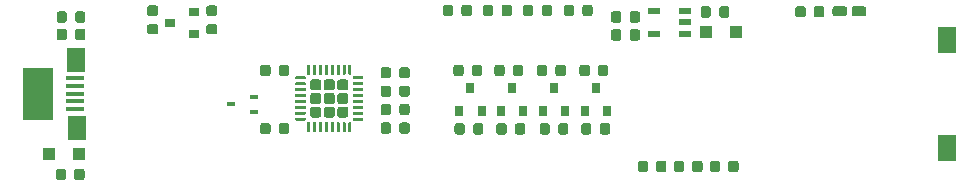
<source format=gtp>
G04 #@! TF.GenerationSoftware,KiCad,Pcbnew,(5.1.5-0-10_14)*
G04 #@! TF.CreationDate,2020-01-18T17:08:02-08:00*
G04 #@! TF.ProjectId,14500,31343530-302e-46b6-9963-61645f706362,rev?*
G04 #@! TF.SameCoordinates,Original*
G04 #@! TF.FileFunction,Paste,Top*
G04 #@! TF.FilePolarity,Positive*
%FSLAX46Y46*%
G04 Gerber Fmt 4.6, Leading zero omitted, Abs format (unit mm)*
G04 Created by KiCad (PCBNEW (5.1.5-0-10_14)) date 2020-01-18 17:08:02*
%MOMM*%
%LPD*%
G04 APERTURE LIST*
%ADD10R,1.050000X0.600000*%
%ADD11C,0.100000*%
%ADD12R,0.700000X0.450000*%
%ADD13R,0.900000X0.800000*%
%ADD14R,2.500000X4.400000*%
%ADD15R,1.650000X0.400000*%
%ADD16R,1.500000X2.000000*%
%ADD17R,1.600000X2.180000*%
%ADD18R,1.000000X1.000000*%
%ADD19R,0.800000X0.900000*%
G04 APERTURE END LIST*
D10*
X111720000Y-94875000D03*
X111720000Y-92975000D03*
X114420000Y-92975000D03*
X114420000Y-93925000D03*
X114420000Y-94875000D03*
D11*
G36*
X86088626Y-102375301D02*
G01*
X86094693Y-102376201D01*
X86100643Y-102377691D01*
X86106418Y-102379758D01*
X86111962Y-102382380D01*
X86117223Y-102385533D01*
X86122150Y-102389187D01*
X86126694Y-102393306D01*
X86130813Y-102397850D01*
X86134467Y-102402777D01*
X86137620Y-102408038D01*
X86140242Y-102413582D01*
X86142309Y-102419357D01*
X86143799Y-102425307D01*
X86144699Y-102431374D01*
X86145000Y-102437500D01*
X86145000Y-103187500D01*
X86144699Y-103193626D01*
X86143799Y-103199693D01*
X86142309Y-103205643D01*
X86140242Y-103211418D01*
X86137620Y-103216962D01*
X86134467Y-103222223D01*
X86130813Y-103227150D01*
X86126694Y-103231694D01*
X86122150Y-103235813D01*
X86117223Y-103239467D01*
X86111962Y-103242620D01*
X86106418Y-103245242D01*
X86100643Y-103247309D01*
X86094693Y-103248799D01*
X86088626Y-103249699D01*
X86082500Y-103250000D01*
X85957500Y-103250000D01*
X85951374Y-103249699D01*
X85945307Y-103248799D01*
X85939357Y-103247309D01*
X85933582Y-103245242D01*
X85928038Y-103242620D01*
X85922777Y-103239467D01*
X85917850Y-103235813D01*
X85913306Y-103231694D01*
X85909187Y-103227150D01*
X85905533Y-103222223D01*
X85902380Y-103216962D01*
X85899758Y-103211418D01*
X85897691Y-103205643D01*
X85896201Y-103199693D01*
X85895301Y-103193626D01*
X85895000Y-103187500D01*
X85895000Y-102437500D01*
X85895301Y-102431374D01*
X85896201Y-102425307D01*
X85897691Y-102419357D01*
X85899758Y-102413582D01*
X85902380Y-102408038D01*
X85905533Y-102402777D01*
X85909187Y-102397850D01*
X85913306Y-102393306D01*
X85917850Y-102389187D01*
X85922777Y-102385533D01*
X85928038Y-102382380D01*
X85933582Y-102379758D01*
X85939357Y-102377691D01*
X85945307Y-102376201D01*
X85951374Y-102375301D01*
X85957500Y-102375000D01*
X86082500Y-102375000D01*
X86088626Y-102375301D01*
G37*
G36*
X85588626Y-102375301D02*
G01*
X85594693Y-102376201D01*
X85600643Y-102377691D01*
X85606418Y-102379758D01*
X85611962Y-102382380D01*
X85617223Y-102385533D01*
X85622150Y-102389187D01*
X85626694Y-102393306D01*
X85630813Y-102397850D01*
X85634467Y-102402777D01*
X85637620Y-102408038D01*
X85640242Y-102413582D01*
X85642309Y-102419357D01*
X85643799Y-102425307D01*
X85644699Y-102431374D01*
X85645000Y-102437500D01*
X85645000Y-103187500D01*
X85644699Y-103193626D01*
X85643799Y-103199693D01*
X85642309Y-103205643D01*
X85640242Y-103211418D01*
X85637620Y-103216962D01*
X85634467Y-103222223D01*
X85630813Y-103227150D01*
X85626694Y-103231694D01*
X85622150Y-103235813D01*
X85617223Y-103239467D01*
X85611962Y-103242620D01*
X85606418Y-103245242D01*
X85600643Y-103247309D01*
X85594693Y-103248799D01*
X85588626Y-103249699D01*
X85582500Y-103250000D01*
X85457500Y-103250000D01*
X85451374Y-103249699D01*
X85445307Y-103248799D01*
X85439357Y-103247309D01*
X85433582Y-103245242D01*
X85428038Y-103242620D01*
X85422777Y-103239467D01*
X85417850Y-103235813D01*
X85413306Y-103231694D01*
X85409187Y-103227150D01*
X85405533Y-103222223D01*
X85402380Y-103216962D01*
X85399758Y-103211418D01*
X85397691Y-103205643D01*
X85396201Y-103199693D01*
X85395301Y-103193626D01*
X85395000Y-103187500D01*
X85395000Y-102437500D01*
X85395301Y-102431374D01*
X85396201Y-102425307D01*
X85397691Y-102419357D01*
X85399758Y-102413582D01*
X85402380Y-102408038D01*
X85405533Y-102402777D01*
X85409187Y-102397850D01*
X85413306Y-102393306D01*
X85417850Y-102389187D01*
X85422777Y-102385533D01*
X85428038Y-102382380D01*
X85433582Y-102379758D01*
X85439357Y-102377691D01*
X85445307Y-102376201D01*
X85451374Y-102375301D01*
X85457500Y-102375000D01*
X85582500Y-102375000D01*
X85588626Y-102375301D01*
G37*
G36*
X85088626Y-102375301D02*
G01*
X85094693Y-102376201D01*
X85100643Y-102377691D01*
X85106418Y-102379758D01*
X85111962Y-102382380D01*
X85117223Y-102385533D01*
X85122150Y-102389187D01*
X85126694Y-102393306D01*
X85130813Y-102397850D01*
X85134467Y-102402777D01*
X85137620Y-102408038D01*
X85140242Y-102413582D01*
X85142309Y-102419357D01*
X85143799Y-102425307D01*
X85144699Y-102431374D01*
X85145000Y-102437500D01*
X85145000Y-103187500D01*
X85144699Y-103193626D01*
X85143799Y-103199693D01*
X85142309Y-103205643D01*
X85140242Y-103211418D01*
X85137620Y-103216962D01*
X85134467Y-103222223D01*
X85130813Y-103227150D01*
X85126694Y-103231694D01*
X85122150Y-103235813D01*
X85117223Y-103239467D01*
X85111962Y-103242620D01*
X85106418Y-103245242D01*
X85100643Y-103247309D01*
X85094693Y-103248799D01*
X85088626Y-103249699D01*
X85082500Y-103250000D01*
X84957500Y-103250000D01*
X84951374Y-103249699D01*
X84945307Y-103248799D01*
X84939357Y-103247309D01*
X84933582Y-103245242D01*
X84928038Y-103242620D01*
X84922777Y-103239467D01*
X84917850Y-103235813D01*
X84913306Y-103231694D01*
X84909187Y-103227150D01*
X84905533Y-103222223D01*
X84902380Y-103216962D01*
X84899758Y-103211418D01*
X84897691Y-103205643D01*
X84896201Y-103199693D01*
X84895301Y-103193626D01*
X84895000Y-103187500D01*
X84895000Y-102437500D01*
X84895301Y-102431374D01*
X84896201Y-102425307D01*
X84897691Y-102419357D01*
X84899758Y-102413582D01*
X84902380Y-102408038D01*
X84905533Y-102402777D01*
X84909187Y-102397850D01*
X84913306Y-102393306D01*
X84917850Y-102389187D01*
X84922777Y-102385533D01*
X84928038Y-102382380D01*
X84933582Y-102379758D01*
X84939357Y-102377691D01*
X84945307Y-102376201D01*
X84951374Y-102375301D01*
X84957500Y-102375000D01*
X85082500Y-102375000D01*
X85088626Y-102375301D01*
G37*
G36*
X84588626Y-102375301D02*
G01*
X84594693Y-102376201D01*
X84600643Y-102377691D01*
X84606418Y-102379758D01*
X84611962Y-102382380D01*
X84617223Y-102385533D01*
X84622150Y-102389187D01*
X84626694Y-102393306D01*
X84630813Y-102397850D01*
X84634467Y-102402777D01*
X84637620Y-102408038D01*
X84640242Y-102413582D01*
X84642309Y-102419357D01*
X84643799Y-102425307D01*
X84644699Y-102431374D01*
X84645000Y-102437500D01*
X84645000Y-103187500D01*
X84644699Y-103193626D01*
X84643799Y-103199693D01*
X84642309Y-103205643D01*
X84640242Y-103211418D01*
X84637620Y-103216962D01*
X84634467Y-103222223D01*
X84630813Y-103227150D01*
X84626694Y-103231694D01*
X84622150Y-103235813D01*
X84617223Y-103239467D01*
X84611962Y-103242620D01*
X84606418Y-103245242D01*
X84600643Y-103247309D01*
X84594693Y-103248799D01*
X84588626Y-103249699D01*
X84582500Y-103250000D01*
X84457500Y-103250000D01*
X84451374Y-103249699D01*
X84445307Y-103248799D01*
X84439357Y-103247309D01*
X84433582Y-103245242D01*
X84428038Y-103242620D01*
X84422777Y-103239467D01*
X84417850Y-103235813D01*
X84413306Y-103231694D01*
X84409187Y-103227150D01*
X84405533Y-103222223D01*
X84402380Y-103216962D01*
X84399758Y-103211418D01*
X84397691Y-103205643D01*
X84396201Y-103199693D01*
X84395301Y-103193626D01*
X84395000Y-103187500D01*
X84395000Y-102437500D01*
X84395301Y-102431374D01*
X84396201Y-102425307D01*
X84397691Y-102419357D01*
X84399758Y-102413582D01*
X84402380Y-102408038D01*
X84405533Y-102402777D01*
X84409187Y-102397850D01*
X84413306Y-102393306D01*
X84417850Y-102389187D01*
X84422777Y-102385533D01*
X84428038Y-102382380D01*
X84433582Y-102379758D01*
X84439357Y-102377691D01*
X84445307Y-102376201D01*
X84451374Y-102375301D01*
X84457500Y-102375000D01*
X84582500Y-102375000D01*
X84588626Y-102375301D01*
G37*
G36*
X84088626Y-102375301D02*
G01*
X84094693Y-102376201D01*
X84100643Y-102377691D01*
X84106418Y-102379758D01*
X84111962Y-102382380D01*
X84117223Y-102385533D01*
X84122150Y-102389187D01*
X84126694Y-102393306D01*
X84130813Y-102397850D01*
X84134467Y-102402777D01*
X84137620Y-102408038D01*
X84140242Y-102413582D01*
X84142309Y-102419357D01*
X84143799Y-102425307D01*
X84144699Y-102431374D01*
X84145000Y-102437500D01*
X84145000Y-103187500D01*
X84144699Y-103193626D01*
X84143799Y-103199693D01*
X84142309Y-103205643D01*
X84140242Y-103211418D01*
X84137620Y-103216962D01*
X84134467Y-103222223D01*
X84130813Y-103227150D01*
X84126694Y-103231694D01*
X84122150Y-103235813D01*
X84117223Y-103239467D01*
X84111962Y-103242620D01*
X84106418Y-103245242D01*
X84100643Y-103247309D01*
X84094693Y-103248799D01*
X84088626Y-103249699D01*
X84082500Y-103250000D01*
X83957500Y-103250000D01*
X83951374Y-103249699D01*
X83945307Y-103248799D01*
X83939357Y-103247309D01*
X83933582Y-103245242D01*
X83928038Y-103242620D01*
X83922777Y-103239467D01*
X83917850Y-103235813D01*
X83913306Y-103231694D01*
X83909187Y-103227150D01*
X83905533Y-103222223D01*
X83902380Y-103216962D01*
X83899758Y-103211418D01*
X83897691Y-103205643D01*
X83896201Y-103199693D01*
X83895301Y-103193626D01*
X83895000Y-103187500D01*
X83895000Y-102437500D01*
X83895301Y-102431374D01*
X83896201Y-102425307D01*
X83897691Y-102419357D01*
X83899758Y-102413582D01*
X83902380Y-102408038D01*
X83905533Y-102402777D01*
X83909187Y-102397850D01*
X83913306Y-102393306D01*
X83917850Y-102389187D01*
X83922777Y-102385533D01*
X83928038Y-102382380D01*
X83933582Y-102379758D01*
X83939357Y-102377691D01*
X83945307Y-102376201D01*
X83951374Y-102375301D01*
X83957500Y-102375000D01*
X84082500Y-102375000D01*
X84088626Y-102375301D01*
G37*
G36*
X83588626Y-102375301D02*
G01*
X83594693Y-102376201D01*
X83600643Y-102377691D01*
X83606418Y-102379758D01*
X83611962Y-102382380D01*
X83617223Y-102385533D01*
X83622150Y-102389187D01*
X83626694Y-102393306D01*
X83630813Y-102397850D01*
X83634467Y-102402777D01*
X83637620Y-102408038D01*
X83640242Y-102413582D01*
X83642309Y-102419357D01*
X83643799Y-102425307D01*
X83644699Y-102431374D01*
X83645000Y-102437500D01*
X83645000Y-103187500D01*
X83644699Y-103193626D01*
X83643799Y-103199693D01*
X83642309Y-103205643D01*
X83640242Y-103211418D01*
X83637620Y-103216962D01*
X83634467Y-103222223D01*
X83630813Y-103227150D01*
X83626694Y-103231694D01*
X83622150Y-103235813D01*
X83617223Y-103239467D01*
X83611962Y-103242620D01*
X83606418Y-103245242D01*
X83600643Y-103247309D01*
X83594693Y-103248799D01*
X83588626Y-103249699D01*
X83582500Y-103250000D01*
X83457500Y-103250000D01*
X83451374Y-103249699D01*
X83445307Y-103248799D01*
X83439357Y-103247309D01*
X83433582Y-103245242D01*
X83428038Y-103242620D01*
X83422777Y-103239467D01*
X83417850Y-103235813D01*
X83413306Y-103231694D01*
X83409187Y-103227150D01*
X83405533Y-103222223D01*
X83402380Y-103216962D01*
X83399758Y-103211418D01*
X83397691Y-103205643D01*
X83396201Y-103199693D01*
X83395301Y-103193626D01*
X83395000Y-103187500D01*
X83395000Y-102437500D01*
X83395301Y-102431374D01*
X83396201Y-102425307D01*
X83397691Y-102419357D01*
X83399758Y-102413582D01*
X83402380Y-102408038D01*
X83405533Y-102402777D01*
X83409187Y-102397850D01*
X83413306Y-102393306D01*
X83417850Y-102389187D01*
X83422777Y-102385533D01*
X83428038Y-102382380D01*
X83433582Y-102379758D01*
X83439357Y-102377691D01*
X83445307Y-102376201D01*
X83451374Y-102375301D01*
X83457500Y-102375000D01*
X83582500Y-102375000D01*
X83588626Y-102375301D01*
G37*
G36*
X83088626Y-102375301D02*
G01*
X83094693Y-102376201D01*
X83100643Y-102377691D01*
X83106418Y-102379758D01*
X83111962Y-102382380D01*
X83117223Y-102385533D01*
X83122150Y-102389187D01*
X83126694Y-102393306D01*
X83130813Y-102397850D01*
X83134467Y-102402777D01*
X83137620Y-102408038D01*
X83140242Y-102413582D01*
X83142309Y-102419357D01*
X83143799Y-102425307D01*
X83144699Y-102431374D01*
X83145000Y-102437500D01*
X83145000Y-103187500D01*
X83144699Y-103193626D01*
X83143799Y-103199693D01*
X83142309Y-103205643D01*
X83140242Y-103211418D01*
X83137620Y-103216962D01*
X83134467Y-103222223D01*
X83130813Y-103227150D01*
X83126694Y-103231694D01*
X83122150Y-103235813D01*
X83117223Y-103239467D01*
X83111962Y-103242620D01*
X83106418Y-103245242D01*
X83100643Y-103247309D01*
X83094693Y-103248799D01*
X83088626Y-103249699D01*
X83082500Y-103250000D01*
X82957500Y-103250000D01*
X82951374Y-103249699D01*
X82945307Y-103248799D01*
X82939357Y-103247309D01*
X82933582Y-103245242D01*
X82928038Y-103242620D01*
X82922777Y-103239467D01*
X82917850Y-103235813D01*
X82913306Y-103231694D01*
X82909187Y-103227150D01*
X82905533Y-103222223D01*
X82902380Y-103216962D01*
X82899758Y-103211418D01*
X82897691Y-103205643D01*
X82896201Y-103199693D01*
X82895301Y-103193626D01*
X82895000Y-103187500D01*
X82895000Y-102437500D01*
X82895301Y-102431374D01*
X82896201Y-102425307D01*
X82897691Y-102419357D01*
X82899758Y-102413582D01*
X82902380Y-102408038D01*
X82905533Y-102402777D01*
X82909187Y-102397850D01*
X82913306Y-102393306D01*
X82917850Y-102389187D01*
X82922777Y-102385533D01*
X82928038Y-102382380D01*
X82933582Y-102379758D01*
X82939357Y-102377691D01*
X82945307Y-102376201D01*
X82951374Y-102375301D01*
X82957500Y-102375000D01*
X83082500Y-102375000D01*
X83088626Y-102375301D01*
G37*
G36*
X82588626Y-102375301D02*
G01*
X82594693Y-102376201D01*
X82600643Y-102377691D01*
X82606418Y-102379758D01*
X82611962Y-102382380D01*
X82617223Y-102385533D01*
X82622150Y-102389187D01*
X82626694Y-102393306D01*
X82630813Y-102397850D01*
X82634467Y-102402777D01*
X82637620Y-102408038D01*
X82640242Y-102413582D01*
X82642309Y-102419357D01*
X82643799Y-102425307D01*
X82644699Y-102431374D01*
X82645000Y-102437500D01*
X82645000Y-103187500D01*
X82644699Y-103193626D01*
X82643799Y-103199693D01*
X82642309Y-103205643D01*
X82640242Y-103211418D01*
X82637620Y-103216962D01*
X82634467Y-103222223D01*
X82630813Y-103227150D01*
X82626694Y-103231694D01*
X82622150Y-103235813D01*
X82617223Y-103239467D01*
X82611962Y-103242620D01*
X82606418Y-103245242D01*
X82600643Y-103247309D01*
X82594693Y-103248799D01*
X82588626Y-103249699D01*
X82582500Y-103250000D01*
X82457500Y-103250000D01*
X82451374Y-103249699D01*
X82445307Y-103248799D01*
X82439357Y-103247309D01*
X82433582Y-103245242D01*
X82428038Y-103242620D01*
X82422777Y-103239467D01*
X82417850Y-103235813D01*
X82413306Y-103231694D01*
X82409187Y-103227150D01*
X82405533Y-103222223D01*
X82402380Y-103216962D01*
X82399758Y-103211418D01*
X82397691Y-103205643D01*
X82396201Y-103199693D01*
X82395301Y-103193626D01*
X82395000Y-103187500D01*
X82395000Y-102437500D01*
X82395301Y-102431374D01*
X82396201Y-102425307D01*
X82397691Y-102419357D01*
X82399758Y-102413582D01*
X82402380Y-102408038D01*
X82405533Y-102402777D01*
X82409187Y-102397850D01*
X82413306Y-102393306D01*
X82417850Y-102389187D01*
X82422777Y-102385533D01*
X82428038Y-102382380D01*
X82433582Y-102379758D01*
X82439357Y-102377691D01*
X82445307Y-102376201D01*
X82451374Y-102375301D01*
X82457500Y-102375000D01*
X82582500Y-102375000D01*
X82588626Y-102375301D01*
G37*
G36*
X82213626Y-102000301D02*
G01*
X82219693Y-102001201D01*
X82225643Y-102002691D01*
X82231418Y-102004758D01*
X82236962Y-102007380D01*
X82242223Y-102010533D01*
X82247150Y-102014187D01*
X82251694Y-102018306D01*
X82255813Y-102022850D01*
X82259467Y-102027777D01*
X82262620Y-102033038D01*
X82265242Y-102038582D01*
X82267309Y-102044357D01*
X82268799Y-102050307D01*
X82269699Y-102056374D01*
X82270000Y-102062500D01*
X82270000Y-102187500D01*
X82269699Y-102193626D01*
X82268799Y-102199693D01*
X82267309Y-102205643D01*
X82265242Y-102211418D01*
X82262620Y-102216962D01*
X82259467Y-102222223D01*
X82255813Y-102227150D01*
X82251694Y-102231694D01*
X82247150Y-102235813D01*
X82242223Y-102239467D01*
X82236962Y-102242620D01*
X82231418Y-102245242D01*
X82225643Y-102247309D01*
X82219693Y-102248799D01*
X82213626Y-102249699D01*
X82207500Y-102250000D01*
X81457500Y-102250000D01*
X81451374Y-102249699D01*
X81445307Y-102248799D01*
X81439357Y-102247309D01*
X81433582Y-102245242D01*
X81428038Y-102242620D01*
X81422777Y-102239467D01*
X81417850Y-102235813D01*
X81413306Y-102231694D01*
X81409187Y-102227150D01*
X81405533Y-102222223D01*
X81402380Y-102216962D01*
X81399758Y-102211418D01*
X81397691Y-102205643D01*
X81396201Y-102199693D01*
X81395301Y-102193626D01*
X81395000Y-102187500D01*
X81395000Y-102062500D01*
X81395301Y-102056374D01*
X81396201Y-102050307D01*
X81397691Y-102044357D01*
X81399758Y-102038582D01*
X81402380Y-102033038D01*
X81405533Y-102027777D01*
X81409187Y-102022850D01*
X81413306Y-102018306D01*
X81417850Y-102014187D01*
X81422777Y-102010533D01*
X81428038Y-102007380D01*
X81433582Y-102004758D01*
X81439357Y-102002691D01*
X81445307Y-102001201D01*
X81451374Y-102000301D01*
X81457500Y-102000000D01*
X82207500Y-102000000D01*
X82213626Y-102000301D01*
G37*
G36*
X82213626Y-101500301D02*
G01*
X82219693Y-101501201D01*
X82225643Y-101502691D01*
X82231418Y-101504758D01*
X82236962Y-101507380D01*
X82242223Y-101510533D01*
X82247150Y-101514187D01*
X82251694Y-101518306D01*
X82255813Y-101522850D01*
X82259467Y-101527777D01*
X82262620Y-101533038D01*
X82265242Y-101538582D01*
X82267309Y-101544357D01*
X82268799Y-101550307D01*
X82269699Y-101556374D01*
X82270000Y-101562500D01*
X82270000Y-101687500D01*
X82269699Y-101693626D01*
X82268799Y-101699693D01*
X82267309Y-101705643D01*
X82265242Y-101711418D01*
X82262620Y-101716962D01*
X82259467Y-101722223D01*
X82255813Y-101727150D01*
X82251694Y-101731694D01*
X82247150Y-101735813D01*
X82242223Y-101739467D01*
X82236962Y-101742620D01*
X82231418Y-101745242D01*
X82225643Y-101747309D01*
X82219693Y-101748799D01*
X82213626Y-101749699D01*
X82207500Y-101750000D01*
X81457500Y-101750000D01*
X81451374Y-101749699D01*
X81445307Y-101748799D01*
X81439357Y-101747309D01*
X81433582Y-101745242D01*
X81428038Y-101742620D01*
X81422777Y-101739467D01*
X81417850Y-101735813D01*
X81413306Y-101731694D01*
X81409187Y-101727150D01*
X81405533Y-101722223D01*
X81402380Y-101716962D01*
X81399758Y-101711418D01*
X81397691Y-101705643D01*
X81396201Y-101699693D01*
X81395301Y-101693626D01*
X81395000Y-101687500D01*
X81395000Y-101562500D01*
X81395301Y-101556374D01*
X81396201Y-101550307D01*
X81397691Y-101544357D01*
X81399758Y-101538582D01*
X81402380Y-101533038D01*
X81405533Y-101527777D01*
X81409187Y-101522850D01*
X81413306Y-101518306D01*
X81417850Y-101514187D01*
X81422777Y-101510533D01*
X81428038Y-101507380D01*
X81433582Y-101504758D01*
X81439357Y-101502691D01*
X81445307Y-101501201D01*
X81451374Y-101500301D01*
X81457500Y-101500000D01*
X82207500Y-101500000D01*
X82213626Y-101500301D01*
G37*
G36*
X82213626Y-101000301D02*
G01*
X82219693Y-101001201D01*
X82225643Y-101002691D01*
X82231418Y-101004758D01*
X82236962Y-101007380D01*
X82242223Y-101010533D01*
X82247150Y-101014187D01*
X82251694Y-101018306D01*
X82255813Y-101022850D01*
X82259467Y-101027777D01*
X82262620Y-101033038D01*
X82265242Y-101038582D01*
X82267309Y-101044357D01*
X82268799Y-101050307D01*
X82269699Y-101056374D01*
X82270000Y-101062500D01*
X82270000Y-101187500D01*
X82269699Y-101193626D01*
X82268799Y-101199693D01*
X82267309Y-101205643D01*
X82265242Y-101211418D01*
X82262620Y-101216962D01*
X82259467Y-101222223D01*
X82255813Y-101227150D01*
X82251694Y-101231694D01*
X82247150Y-101235813D01*
X82242223Y-101239467D01*
X82236962Y-101242620D01*
X82231418Y-101245242D01*
X82225643Y-101247309D01*
X82219693Y-101248799D01*
X82213626Y-101249699D01*
X82207500Y-101250000D01*
X81457500Y-101250000D01*
X81451374Y-101249699D01*
X81445307Y-101248799D01*
X81439357Y-101247309D01*
X81433582Y-101245242D01*
X81428038Y-101242620D01*
X81422777Y-101239467D01*
X81417850Y-101235813D01*
X81413306Y-101231694D01*
X81409187Y-101227150D01*
X81405533Y-101222223D01*
X81402380Y-101216962D01*
X81399758Y-101211418D01*
X81397691Y-101205643D01*
X81396201Y-101199693D01*
X81395301Y-101193626D01*
X81395000Y-101187500D01*
X81395000Y-101062500D01*
X81395301Y-101056374D01*
X81396201Y-101050307D01*
X81397691Y-101044357D01*
X81399758Y-101038582D01*
X81402380Y-101033038D01*
X81405533Y-101027777D01*
X81409187Y-101022850D01*
X81413306Y-101018306D01*
X81417850Y-101014187D01*
X81422777Y-101010533D01*
X81428038Y-101007380D01*
X81433582Y-101004758D01*
X81439357Y-101002691D01*
X81445307Y-101001201D01*
X81451374Y-101000301D01*
X81457500Y-101000000D01*
X82207500Y-101000000D01*
X82213626Y-101000301D01*
G37*
G36*
X82213626Y-100500301D02*
G01*
X82219693Y-100501201D01*
X82225643Y-100502691D01*
X82231418Y-100504758D01*
X82236962Y-100507380D01*
X82242223Y-100510533D01*
X82247150Y-100514187D01*
X82251694Y-100518306D01*
X82255813Y-100522850D01*
X82259467Y-100527777D01*
X82262620Y-100533038D01*
X82265242Y-100538582D01*
X82267309Y-100544357D01*
X82268799Y-100550307D01*
X82269699Y-100556374D01*
X82270000Y-100562500D01*
X82270000Y-100687500D01*
X82269699Y-100693626D01*
X82268799Y-100699693D01*
X82267309Y-100705643D01*
X82265242Y-100711418D01*
X82262620Y-100716962D01*
X82259467Y-100722223D01*
X82255813Y-100727150D01*
X82251694Y-100731694D01*
X82247150Y-100735813D01*
X82242223Y-100739467D01*
X82236962Y-100742620D01*
X82231418Y-100745242D01*
X82225643Y-100747309D01*
X82219693Y-100748799D01*
X82213626Y-100749699D01*
X82207500Y-100750000D01*
X81457500Y-100750000D01*
X81451374Y-100749699D01*
X81445307Y-100748799D01*
X81439357Y-100747309D01*
X81433582Y-100745242D01*
X81428038Y-100742620D01*
X81422777Y-100739467D01*
X81417850Y-100735813D01*
X81413306Y-100731694D01*
X81409187Y-100727150D01*
X81405533Y-100722223D01*
X81402380Y-100716962D01*
X81399758Y-100711418D01*
X81397691Y-100705643D01*
X81396201Y-100699693D01*
X81395301Y-100693626D01*
X81395000Y-100687500D01*
X81395000Y-100562500D01*
X81395301Y-100556374D01*
X81396201Y-100550307D01*
X81397691Y-100544357D01*
X81399758Y-100538582D01*
X81402380Y-100533038D01*
X81405533Y-100527777D01*
X81409187Y-100522850D01*
X81413306Y-100518306D01*
X81417850Y-100514187D01*
X81422777Y-100510533D01*
X81428038Y-100507380D01*
X81433582Y-100504758D01*
X81439357Y-100502691D01*
X81445307Y-100501201D01*
X81451374Y-100500301D01*
X81457500Y-100500000D01*
X82207500Y-100500000D01*
X82213626Y-100500301D01*
G37*
G36*
X82213626Y-100000301D02*
G01*
X82219693Y-100001201D01*
X82225643Y-100002691D01*
X82231418Y-100004758D01*
X82236962Y-100007380D01*
X82242223Y-100010533D01*
X82247150Y-100014187D01*
X82251694Y-100018306D01*
X82255813Y-100022850D01*
X82259467Y-100027777D01*
X82262620Y-100033038D01*
X82265242Y-100038582D01*
X82267309Y-100044357D01*
X82268799Y-100050307D01*
X82269699Y-100056374D01*
X82270000Y-100062500D01*
X82270000Y-100187500D01*
X82269699Y-100193626D01*
X82268799Y-100199693D01*
X82267309Y-100205643D01*
X82265242Y-100211418D01*
X82262620Y-100216962D01*
X82259467Y-100222223D01*
X82255813Y-100227150D01*
X82251694Y-100231694D01*
X82247150Y-100235813D01*
X82242223Y-100239467D01*
X82236962Y-100242620D01*
X82231418Y-100245242D01*
X82225643Y-100247309D01*
X82219693Y-100248799D01*
X82213626Y-100249699D01*
X82207500Y-100250000D01*
X81457500Y-100250000D01*
X81451374Y-100249699D01*
X81445307Y-100248799D01*
X81439357Y-100247309D01*
X81433582Y-100245242D01*
X81428038Y-100242620D01*
X81422777Y-100239467D01*
X81417850Y-100235813D01*
X81413306Y-100231694D01*
X81409187Y-100227150D01*
X81405533Y-100222223D01*
X81402380Y-100216962D01*
X81399758Y-100211418D01*
X81397691Y-100205643D01*
X81396201Y-100199693D01*
X81395301Y-100193626D01*
X81395000Y-100187500D01*
X81395000Y-100062500D01*
X81395301Y-100056374D01*
X81396201Y-100050307D01*
X81397691Y-100044357D01*
X81399758Y-100038582D01*
X81402380Y-100033038D01*
X81405533Y-100027777D01*
X81409187Y-100022850D01*
X81413306Y-100018306D01*
X81417850Y-100014187D01*
X81422777Y-100010533D01*
X81428038Y-100007380D01*
X81433582Y-100004758D01*
X81439357Y-100002691D01*
X81445307Y-100001201D01*
X81451374Y-100000301D01*
X81457500Y-100000000D01*
X82207500Y-100000000D01*
X82213626Y-100000301D01*
G37*
G36*
X82213626Y-99500301D02*
G01*
X82219693Y-99501201D01*
X82225643Y-99502691D01*
X82231418Y-99504758D01*
X82236962Y-99507380D01*
X82242223Y-99510533D01*
X82247150Y-99514187D01*
X82251694Y-99518306D01*
X82255813Y-99522850D01*
X82259467Y-99527777D01*
X82262620Y-99533038D01*
X82265242Y-99538582D01*
X82267309Y-99544357D01*
X82268799Y-99550307D01*
X82269699Y-99556374D01*
X82270000Y-99562500D01*
X82270000Y-99687500D01*
X82269699Y-99693626D01*
X82268799Y-99699693D01*
X82267309Y-99705643D01*
X82265242Y-99711418D01*
X82262620Y-99716962D01*
X82259467Y-99722223D01*
X82255813Y-99727150D01*
X82251694Y-99731694D01*
X82247150Y-99735813D01*
X82242223Y-99739467D01*
X82236962Y-99742620D01*
X82231418Y-99745242D01*
X82225643Y-99747309D01*
X82219693Y-99748799D01*
X82213626Y-99749699D01*
X82207500Y-99750000D01*
X81457500Y-99750000D01*
X81451374Y-99749699D01*
X81445307Y-99748799D01*
X81439357Y-99747309D01*
X81433582Y-99745242D01*
X81428038Y-99742620D01*
X81422777Y-99739467D01*
X81417850Y-99735813D01*
X81413306Y-99731694D01*
X81409187Y-99727150D01*
X81405533Y-99722223D01*
X81402380Y-99716962D01*
X81399758Y-99711418D01*
X81397691Y-99705643D01*
X81396201Y-99699693D01*
X81395301Y-99693626D01*
X81395000Y-99687500D01*
X81395000Y-99562500D01*
X81395301Y-99556374D01*
X81396201Y-99550307D01*
X81397691Y-99544357D01*
X81399758Y-99538582D01*
X81402380Y-99533038D01*
X81405533Y-99527777D01*
X81409187Y-99522850D01*
X81413306Y-99518306D01*
X81417850Y-99514187D01*
X81422777Y-99510533D01*
X81428038Y-99507380D01*
X81433582Y-99504758D01*
X81439357Y-99502691D01*
X81445307Y-99501201D01*
X81451374Y-99500301D01*
X81457500Y-99500000D01*
X82207500Y-99500000D01*
X82213626Y-99500301D01*
G37*
G36*
X82213626Y-99000301D02*
G01*
X82219693Y-99001201D01*
X82225643Y-99002691D01*
X82231418Y-99004758D01*
X82236962Y-99007380D01*
X82242223Y-99010533D01*
X82247150Y-99014187D01*
X82251694Y-99018306D01*
X82255813Y-99022850D01*
X82259467Y-99027777D01*
X82262620Y-99033038D01*
X82265242Y-99038582D01*
X82267309Y-99044357D01*
X82268799Y-99050307D01*
X82269699Y-99056374D01*
X82270000Y-99062500D01*
X82270000Y-99187500D01*
X82269699Y-99193626D01*
X82268799Y-99199693D01*
X82267309Y-99205643D01*
X82265242Y-99211418D01*
X82262620Y-99216962D01*
X82259467Y-99222223D01*
X82255813Y-99227150D01*
X82251694Y-99231694D01*
X82247150Y-99235813D01*
X82242223Y-99239467D01*
X82236962Y-99242620D01*
X82231418Y-99245242D01*
X82225643Y-99247309D01*
X82219693Y-99248799D01*
X82213626Y-99249699D01*
X82207500Y-99250000D01*
X81457500Y-99250000D01*
X81451374Y-99249699D01*
X81445307Y-99248799D01*
X81439357Y-99247309D01*
X81433582Y-99245242D01*
X81428038Y-99242620D01*
X81422777Y-99239467D01*
X81417850Y-99235813D01*
X81413306Y-99231694D01*
X81409187Y-99227150D01*
X81405533Y-99222223D01*
X81402380Y-99216962D01*
X81399758Y-99211418D01*
X81397691Y-99205643D01*
X81396201Y-99199693D01*
X81395301Y-99193626D01*
X81395000Y-99187500D01*
X81395000Y-99062500D01*
X81395301Y-99056374D01*
X81396201Y-99050307D01*
X81397691Y-99044357D01*
X81399758Y-99038582D01*
X81402380Y-99033038D01*
X81405533Y-99027777D01*
X81409187Y-99022850D01*
X81413306Y-99018306D01*
X81417850Y-99014187D01*
X81422777Y-99010533D01*
X81428038Y-99007380D01*
X81433582Y-99004758D01*
X81439357Y-99002691D01*
X81445307Y-99001201D01*
X81451374Y-99000301D01*
X81457500Y-99000000D01*
X82207500Y-99000000D01*
X82213626Y-99000301D01*
G37*
G36*
X82213626Y-98500301D02*
G01*
X82219693Y-98501201D01*
X82225643Y-98502691D01*
X82231418Y-98504758D01*
X82236962Y-98507380D01*
X82242223Y-98510533D01*
X82247150Y-98514187D01*
X82251694Y-98518306D01*
X82255813Y-98522850D01*
X82259467Y-98527777D01*
X82262620Y-98533038D01*
X82265242Y-98538582D01*
X82267309Y-98544357D01*
X82268799Y-98550307D01*
X82269699Y-98556374D01*
X82270000Y-98562500D01*
X82270000Y-98687500D01*
X82269699Y-98693626D01*
X82268799Y-98699693D01*
X82267309Y-98705643D01*
X82265242Y-98711418D01*
X82262620Y-98716962D01*
X82259467Y-98722223D01*
X82255813Y-98727150D01*
X82251694Y-98731694D01*
X82247150Y-98735813D01*
X82242223Y-98739467D01*
X82236962Y-98742620D01*
X82231418Y-98745242D01*
X82225643Y-98747309D01*
X82219693Y-98748799D01*
X82213626Y-98749699D01*
X82207500Y-98750000D01*
X81457500Y-98750000D01*
X81451374Y-98749699D01*
X81445307Y-98748799D01*
X81439357Y-98747309D01*
X81433582Y-98745242D01*
X81428038Y-98742620D01*
X81422777Y-98739467D01*
X81417850Y-98735813D01*
X81413306Y-98731694D01*
X81409187Y-98727150D01*
X81405533Y-98722223D01*
X81402380Y-98716962D01*
X81399758Y-98711418D01*
X81397691Y-98705643D01*
X81396201Y-98699693D01*
X81395301Y-98693626D01*
X81395000Y-98687500D01*
X81395000Y-98562500D01*
X81395301Y-98556374D01*
X81396201Y-98550307D01*
X81397691Y-98544357D01*
X81399758Y-98538582D01*
X81402380Y-98533038D01*
X81405533Y-98527777D01*
X81409187Y-98522850D01*
X81413306Y-98518306D01*
X81417850Y-98514187D01*
X81422777Y-98510533D01*
X81428038Y-98507380D01*
X81433582Y-98504758D01*
X81439357Y-98502691D01*
X81445307Y-98501201D01*
X81451374Y-98500301D01*
X81457500Y-98500000D01*
X82207500Y-98500000D01*
X82213626Y-98500301D01*
G37*
G36*
X82588626Y-97500301D02*
G01*
X82594693Y-97501201D01*
X82600643Y-97502691D01*
X82606418Y-97504758D01*
X82611962Y-97507380D01*
X82617223Y-97510533D01*
X82622150Y-97514187D01*
X82626694Y-97518306D01*
X82630813Y-97522850D01*
X82634467Y-97527777D01*
X82637620Y-97533038D01*
X82640242Y-97538582D01*
X82642309Y-97544357D01*
X82643799Y-97550307D01*
X82644699Y-97556374D01*
X82645000Y-97562500D01*
X82645000Y-98312500D01*
X82644699Y-98318626D01*
X82643799Y-98324693D01*
X82642309Y-98330643D01*
X82640242Y-98336418D01*
X82637620Y-98341962D01*
X82634467Y-98347223D01*
X82630813Y-98352150D01*
X82626694Y-98356694D01*
X82622150Y-98360813D01*
X82617223Y-98364467D01*
X82611962Y-98367620D01*
X82606418Y-98370242D01*
X82600643Y-98372309D01*
X82594693Y-98373799D01*
X82588626Y-98374699D01*
X82582500Y-98375000D01*
X82457500Y-98375000D01*
X82451374Y-98374699D01*
X82445307Y-98373799D01*
X82439357Y-98372309D01*
X82433582Y-98370242D01*
X82428038Y-98367620D01*
X82422777Y-98364467D01*
X82417850Y-98360813D01*
X82413306Y-98356694D01*
X82409187Y-98352150D01*
X82405533Y-98347223D01*
X82402380Y-98341962D01*
X82399758Y-98336418D01*
X82397691Y-98330643D01*
X82396201Y-98324693D01*
X82395301Y-98318626D01*
X82395000Y-98312500D01*
X82395000Y-97562500D01*
X82395301Y-97556374D01*
X82396201Y-97550307D01*
X82397691Y-97544357D01*
X82399758Y-97538582D01*
X82402380Y-97533038D01*
X82405533Y-97527777D01*
X82409187Y-97522850D01*
X82413306Y-97518306D01*
X82417850Y-97514187D01*
X82422777Y-97510533D01*
X82428038Y-97507380D01*
X82433582Y-97504758D01*
X82439357Y-97502691D01*
X82445307Y-97501201D01*
X82451374Y-97500301D01*
X82457500Y-97500000D01*
X82582500Y-97500000D01*
X82588626Y-97500301D01*
G37*
G36*
X83088626Y-97500301D02*
G01*
X83094693Y-97501201D01*
X83100643Y-97502691D01*
X83106418Y-97504758D01*
X83111962Y-97507380D01*
X83117223Y-97510533D01*
X83122150Y-97514187D01*
X83126694Y-97518306D01*
X83130813Y-97522850D01*
X83134467Y-97527777D01*
X83137620Y-97533038D01*
X83140242Y-97538582D01*
X83142309Y-97544357D01*
X83143799Y-97550307D01*
X83144699Y-97556374D01*
X83145000Y-97562500D01*
X83145000Y-98312500D01*
X83144699Y-98318626D01*
X83143799Y-98324693D01*
X83142309Y-98330643D01*
X83140242Y-98336418D01*
X83137620Y-98341962D01*
X83134467Y-98347223D01*
X83130813Y-98352150D01*
X83126694Y-98356694D01*
X83122150Y-98360813D01*
X83117223Y-98364467D01*
X83111962Y-98367620D01*
X83106418Y-98370242D01*
X83100643Y-98372309D01*
X83094693Y-98373799D01*
X83088626Y-98374699D01*
X83082500Y-98375000D01*
X82957500Y-98375000D01*
X82951374Y-98374699D01*
X82945307Y-98373799D01*
X82939357Y-98372309D01*
X82933582Y-98370242D01*
X82928038Y-98367620D01*
X82922777Y-98364467D01*
X82917850Y-98360813D01*
X82913306Y-98356694D01*
X82909187Y-98352150D01*
X82905533Y-98347223D01*
X82902380Y-98341962D01*
X82899758Y-98336418D01*
X82897691Y-98330643D01*
X82896201Y-98324693D01*
X82895301Y-98318626D01*
X82895000Y-98312500D01*
X82895000Y-97562500D01*
X82895301Y-97556374D01*
X82896201Y-97550307D01*
X82897691Y-97544357D01*
X82899758Y-97538582D01*
X82902380Y-97533038D01*
X82905533Y-97527777D01*
X82909187Y-97522850D01*
X82913306Y-97518306D01*
X82917850Y-97514187D01*
X82922777Y-97510533D01*
X82928038Y-97507380D01*
X82933582Y-97504758D01*
X82939357Y-97502691D01*
X82945307Y-97501201D01*
X82951374Y-97500301D01*
X82957500Y-97500000D01*
X83082500Y-97500000D01*
X83088626Y-97500301D01*
G37*
G36*
X83588626Y-97500301D02*
G01*
X83594693Y-97501201D01*
X83600643Y-97502691D01*
X83606418Y-97504758D01*
X83611962Y-97507380D01*
X83617223Y-97510533D01*
X83622150Y-97514187D01*
X83626694Y-97518306D01*
X83630813Y-97522850D01*
X83634467Y-97527777D01*
X83637620Y-97533038D01*
X83640242Y-97538582D01*
X83642309Y-97544357D01*
X83643799Y-97550307D01*
X83644699Y-97556374D01*
X83645000Y-97562500D01*
X83645000Y-98312500D01*
X83644699Y-98318626D01*
X83643799Y-98324693D01*
X83642309Y-98330643D01*
X83640242Y-98336418D01*
X83637620Y-98341962D01*
X83634467Y-98347223D01*
X83630813Y-98352150D01*
X83626694Y-98356694D01*
X83622150Y-98360813D01*
X83617223Y-98364467D01*
X83611962Y-98367620D01*
X83606418Y-98370242D01*
X83600643Y-98372309D01*
X83594693Y-98373799D01*
X83588626Y-98374699D01*
X83582500Y-98375000D01*
X83457500Y-98375000D01*
X83451374Y-98374699D01*
X83445307Y-98373799D01*
X83439357Y-98372309D01*
X83433582Y-98370242D01*
X83428038Y-98367620D01*
X83422777Y-98364467D01*
X83417850Y-98360813D01*
X83413306Y-98356694D01*
X83409187Y-98352150D01*
X83405533Y-98347223D01*
X83402380Y-98341962D01*
X83399758Y-98336418D01*
X83397691Y-98330643D01*
X83396201Y-98324693D01*
X83395301Y-98318626D01*
X83395000Y-98312500D01*
X83395000Y-97562500D01*
X83395301Y-97556374D01*
X83396201Y-97550307D01*
X83397691Y-97544357D01*
X83399758Y-97538582D01*
X83402380Y-97533038D01*
X83405533Y-97527777D01*
X83409187Y-97522850D01*
X83413306Y-97518306D01*
X83417850Y-97514187D01*
X83422777Y-97510533D01*
X83428038Y-97507380D01*
X83433582Y-97504758D01*
X83439357Y-97502691D01*
X83445307Y-97501201D01*
X83451374Y-97500301D01*
X83457500Y-97500000D01*
X83582500Y-97500000D01*
X83588626Y-97500301D01*
G37*
G36*
X84088626Y-97500301D02*
G01*
X84094693Y-97501201D01*
X84100643Y-97502691D01*
X84106418Y-97504758D01*
X84111962Y-97507380D01*
X84117223Y-97510533D01*
X84122150Y-97514187D01*
X84126694Y-97518306D01*
X84130813Y-97522850D01*
X84134467Y-97527777D01*
X84137620Y-97533038D01*
X84140242Y-97538582D01*
X84142309Y-97544357D01*
X84143799Y-97550307D01*
X84144699Y-97556374D01*
X84145000Y-97562500D01*
X84145000Y-98312500D01*
X84144699Y-98318626D01*
X84143799Y-98324693D01*
X84142309Y-98330643D01*
X84140242Y-98336418D01*
X84137620Y-98341962D01*
X84134467Y-98347223D01*
X84130813Y-98352150D01*
X84126694Y-98356694D01*
X84122150Y-98360813D01*
X84117223Y-98364467D01*
X84111962Y-98367620D01*
X84106418Y-98370242D01*
X84100643Y-98372309D01*
X84094693Y-98373799D01*
X84088626Y-98374699D01*
X84082500Y-98375000D01*
X83957500Y-98375000D01*
X83951374Y-98374699D01*
X83945307Y-98373799D01*
X83939357Y-98372309D01*
X83933582Y-98370242D01*
X83928038Y-98367620D01*
X83922777Y-98364467D01*
X83917850Y-98360813D01*
X83913306Y-98356694D01*
X83909187Y-98352150D01*
X83905533Y-98347223D01*
X83902380Y-98341962D01*
X83899758Y-98336418D01*
X83897691Y-98330643D01*
X83896201Y-98324693D01*
X83895301Y-98318626D01*
X83895000Y-98312500D01*
X83895000Y-97562500D01*
X83895301Y-97556374D01*
X83896201Y-97550307D01*
X83897691Y-97544357D01*
X83899758Y-97538582D01*
X83902380Y-97533038D01*
X83905533Y-97527777D01*
X83909187Y-97522850D01*
X83913306Y-97518306D01*
X83917850Y-97514187D01*
X83922777Y-97510533D01*
X83928038Y-97507380D01*
X83933582Y-97504758D01*
X83939357Y-97502691D01*
X83945307Y-97501201D01*
X83951374Y-97500301D01*
X83957500Y-97500000D01*
X84082500Y-97500000D01*
X84088626Y-97500301D01*
G37*
G36*
X84588626Y-97500301D02*
G01*
X84594693Y-97501201D01*
X84600643Y-97502691D01*
X84606418Y-97504758D01*
X84611962Y-97507380D01*
X84617223Y-97510533D01*
X84622150Y-97514187D01*
X84626694Y-97518306D01*
X84630813Y-97522850D01*
X84634467Y-97527777D01*
X84637620Y-97533038D01*
X84640242Y-97538582D01*
X84642309Y-97544357D01*
X84643799Y-97550307D01*
X84644699Y-97556374D01*
X84645000Y-97562500D01*
X84645000Y-98312500D01*
X84644699Y-98318626D01*
X84643799Y-98324693D01*
X84642309Y-98330643D01*
X84640242Y-98336418D01*
X84637620Y-98341962D01*
X84634467Y-98347223D01*
X84630813Y-98352150D01*
X84626694Y-98356694D01*
X84622150Y-98360813D01*
X84617223Y-98364467D01*
X84611962Y-98367620D01*
X84606418Y-98370242D01*
X84600643Y-98372309D01*
X84594693Y-98373799D01*
X84588626Y-98374699D01*
X84582500Y-98375000D01*
X84457500Y-98375000D01*
X84451374Y-98374699D01*
X84445307Y-98373799D01*
X84439357Y-98372309D01*
X84433582Y-98370242D01*
X84428038Y-98367620D01*
X84422777Y-98364467D01*
X84417850Y-98360813D01*
X84413306Y-98356694D01*
X84409187Y-98352150D01*
X84405533Y-98347223D01*
X84402380Y-98341962D01*
X84399758Y-98336418D01*
X84397691Y-98330643D01*
X84396201Y-98324693D01*
X84395301Y-98318626D01*
X84395000Y-98312500D01*
X84395000Y-97562500D01*
X84395301Y-97556374D01*
X84396201Y-97550307D01*
X84397691Y-97544357D01*
X84399758Y-97538582D01*
X84402380Y-97533038D01*
X84405533Y-97527777D01*
X84409187Y-97522850D01*
X84413306Y-97518306D01*
X84417850Y-97514187D01*
X84422777Y-97510533D01*
X84428038Y-97507380D01*
X84433582Y-97504758D01*
X84439357Y-97502691D01*
X84445307Y-97501201D01*
X84451374Y-97500301D01*
X84457500Y-97500000D01*
X84582500Y-97500000D01*
X84588626Y-97500301D01*
G37*
G36*
X85088626Y-97500301D02*
G01*
X85094693Y-97501201D01*
X85100643Y-97502691D01*
X85106418Y-97504758D01*
X85111962Y-97507380D01*
X85117223Y-97510533D01*
X85122150Y-97514187D01*
X85126694Y-97518306D01*
X85130813Y-97522850D01*
X85134467Y-97527777D01*
X85137620Y-97533038D01*
X85140242Y-97538582D01*
X85142309Y-97544357D01*
X85143799Y-97550307D01*
X85144699Y-97556374D01*
X85145000Y-97562500D01*
X85145000Y-98312500D01*
X85144699Y-98318626D01*
X85143799Y-98324693D01*
X85142309Y-98330643D01*
X85140242Y-98336418D01*
X85137620Y-98341962D01*
X85134467Y-98347223D01*
X85130813Y-98352150D01*
X85126694Y-98356694D01*
X85122150Y-98360813D01*
X85117223Y-98364467D01*
X85111962Y-98367620D01*
X85106418Y-98370242D01*
X85100643Y-98372309D01*
X85094693Y-98373799D01*
X85088626Y-98374699D01*
X85082500Y-98375000D01*
X84957500Y-98375000D01*
X84951374Y-98374699D01*
X84945307Y-98373799D01*
X84939357Y-98372309D01*
X84933582Y-98370242D01*
X84928038Y-98367620D01*
X84922777Y-98364467D01*
X84917850Y-98360813D01*
X84913306Y-98356694D01*
X84909187Y-98352150D01*
X84905533Y-98347223D01*
X84902380Y-98341962D01*
X84899758Y-98336418D01*
X84897691Y-98330643D01*
X84896201Y-98324693D01*
X84895301Y-98318626D01*
X84895000Y-98312500D01*
X84895000Y-97562500D01*
X84895301Y-97556374D01*
X84896201Y-97550307D01*
X84897691Y-97544357D01*
X84899758Y-97538582D01*
X84902380Y-97533038D01*
X84905533Y-97527777D01*
X84909187Y-97522850D01*
X84913306Y-97518306D01*
X84917850Y-97514187D01*
X84922777Y-97510533D01*
X84928038Y-97507380D01*
X84933582Y-97504758D01*
X84939357Y-97502691D01*
X84945307Y-97501201D01*
X84951374Y-97500301D01*
X84957500Y-97500000D01*
X85082500Y-97500000D01*
X85088626Y-97500301D01*
G37*
G36*
X85588626Y-97500301D02*
G01*
X85594693Y-97501201D01*
X85600643Y-97502691D01*
X85606418Y-97504758D01*
X85611962Y-97507380D01*
X85617223Y-97510533D01*
X85622150Y-97514187D01*
X85626694Y-97518306D01*
X85630813Y-97522850D01*
X85634467Y-97527777D01*
X85637620Y-97533038D01*
X85640242Y-97538582D01*
X85642309Y-97544357D01*
X85643799Y-97550307D01*
X85644699Y-97556374D01*
X85645000Y-97562500D01*
X85645000Y-98312500D01*
X85644699Y-98318626D01*
X85643799Y-98324693D01*
X85642309Y-98330643D01*
X85640242Y-98336418D01*
X85637620Y-98341962D01*
X85634467Y-98347223D01*
X85630813Y-98352150D01*
X85626694Y-98356694D01*
X85622150Y-98360813D01*
X85617223Y-98364467D01*
X85611962Y-98367620D01*
X85606418Y-98370242D01*
X85600643Y-98372309D01*
X85594693Y-98373799D01*
X85588626Y-98374699D01*
X85582500Y-98375000D01*
X85457500Y-98375000D01*
X85451374Y-98374699D01*
X85445307Y-98373799D01*
X85439357Y-98372309D01*
X85433582Y-98370242D01*
X85428038Y-98367620D01*
X85422777Y-98364467D01*
X85417850Y-98360813D01*
X85413306Y-98356694D01*
X85409187Y-98352150D01*
X85405533Y-98347223D01*
X85402380Y-98341962D01*
X85399758Y-98336418D01*
X85397691Y-98330643D01*
X85396201Y-98324693D01*
X85395301Y-98318626D01*
X85395000Y-98312500D01*
X85395000Y-97562500D01*
X85395301Y-97556374D01*
X85396201Y-97550307D01*
X85397691Y-97544357D01*
X85399758Y-97538582D01*
X85402380Y-97533038D01*
X85405533Y-97527777D01*
X85409187Y-97522850D01*
X85413306Y-97518306D01*
X85417850Y-97514187D01*
X85422777Y-97510533D01*
X85428038Y-97507380D01*
X85433582Y-97504758D01*
X85439357Y-97502691D01*
X85445307Y-97501201D01*
X85451374Y-97500301D01*
X85457500Y-97500000D01*
X85582500Y-97500000D01*
X85588626Y-97500301D01*
G37*
G36*
X86088626Y-97500301D02*
G01*
X86094693Y-97501201D01*
X86100643Y-97502691D01*
X86106418Y-97504758D01*
X86111962Y-97507380D01*
X86117223Y-97510533D01*
X86122150Y-97514187D01*
X86126694Y-97518306D01*
X86130813Y-97522850D01*
X86134467Y-97527777D01*
X86137620Y-97533038D01*
X86140242Y-97538582D01*
X86142309Y-97544357D01*
X86143799Y-97550307D01*
X86144699Y-97556374D01*
X86145000Y-97562500D01*
X86145000Y-98312500D01*
X86144699Y-98318626D01*
X86143799Y-98324693D01*
X86142309Y-98330643D01*
X86140242Y-98336418D01*
X86137620Y-98341962D01*
X86134467Y-98347223D01*
X86130813Y-98352150D01*
X86126694Y-98356694D01*
X86122150Y-98360813D01*
X86117223Y-98364467D01*
X86111962Y-98367620D01*
X86106418Y-98370242D01*
X86100643Y-98372309D01*
X86094693Y-98373799D01*
X86088626Y-98374699D01*
X86082500Y-98375000D01*
X85957500Y-98375000D01*
X85951374Y-98374699D01*
X85945307Y-98373799D01*
X85939357Y-98372309D01*
X85933582Y-98370242D01*
X85928038Y-98367620D01*
X85922777Y-98364467D01*
X85917850Y-98360813D01*
X85913306Y-98356694D01*
X85909187Y-98352150D01*
X85905533Y-98347223D01*
X85902380Y-98341962D01*
X85899758Y-98336418D01*
X85897691Y-98330643D01*
X85896201Y-98324693D01*
X85895301Y-98318626D01*
X85895000Y-98312500D01*
X85895000Y-97562500D01*
X85895301Y-97556374D01*
X85896201Y-97550307D01*
X85897691Y-97544357D01*
X85899758Y-97538582D01*
X85902380Y-97533038D01*
X85905533Y-97527777D01*
X85909187Y-97522850D01*
X85913306Y-97518306D01*
X85917850Y-97514187D01*
X85922777Y-97510533D01*
X85928038Y-97507380D01*
X85933582Y-97504758D01*
X85939357Y-97502691D01*
X85945307Y-97501201D01*
X85951374Y-97500301D01*
X85957500Y-97500000D01*
X86082500Y-97500000D01*
X86088626Y-97500301D01*
G37*
G36*
X87088626Y-98500301D02*
G01*
X87094693Y-98501201D01*
X87100643Y-98502691D01*
X87106418Y-98504758D01*
X87111962Y-98507380D01*
X87117223Y-98510533D01*
X87122150Y-98514187D01*
X87126694Y-98518306D01*
X87130813Y-98522850D01*
X87134467Y-98527777D01*
X87137620Y-98533038D01*
X87140242Y-98538582D01*
X87142309Y-98544357D01*
X87143799Y-98550307D01*
X87144699Y-98556374D01*
X87145000Y-98562500D01*
X87145000Y-98687500D01*
X87144699Y-98693626D01*
X87143799Y-98699693D01*
X87142309Y-98705643D01*
X87140242Y-98711418D01*
X87137620Y-98716962D01*
X87134467Y-98722223D01*
X87130813Y-98727150D01*
X87126694Y-98731694D01*
X87122150Y-98735813D01*
X87117223Y-98739467D01*
X87111962Y-98742620D01*
X87106418Y-98745242D01*
X87100643Y-98747309D01*
X87094693Y-98748799D01*
X87088626Y-98749699D01*
X87082500Y-98750000D01*
X86332500Y-98750000D01*
X86326374Y-98749699D01*
X86320307Y-98748799D01*
X86314357Y-98747309D01*
X86308582Y-98745242D01*
X86303038Y-98742620D01*
X86297777Y-98739467D01*
X86292850Y-98735813D01*
X86288306Y-98731694D01*
X86284187Y-98727150D01*
X86280533Y-98722223D01*
X86277380Y-98716962D01*
X86274758Y-98711418D01*
X86272691Y-98705643D01*
X86271201Y-98699693D01*
X86270301Y-98693626D01*
X86270000Y-98687500D01*
X86270000Y-98562500D01*
X86270301Y-98556374D01*
X86271201Y-98550307D01*
X86272691Y-98544357D01*
X86274758Y-98538582D01*
X86277380Y-98533038D01*
X86280533Y-98527777D01*
X86284187Y-98522850D01*
X86288306Y-98518306D01*
X86292850Y-98514187D01*
X86297777Y-98510533D01*
X86303038Y-98507380D01*
X86308582Y-98504758D01*
X86314357Y-98502691D01*
X86320307Y-98501201D01*
X86326374Y-98500301D01*
X86332500Y-98500000D01*
X87082500Y-98500000D01*
X87088626Y-98500301D01*
G37*
G36*
X87088626Y-99000301D02*
G01*
X87094693Y-99001201D01*
X87100643Y-99002691D01*
X87106418Y-99004758D01*
X87111962Y-99007380D01*
X87117223Y-99010533D01*
X87122150Y-99014187D01*
X87126694Y-99018306D01*
X87130813Y-99022850D01*
X87134467Y-99027777D01*
X87137620Y-99033038D01*
X87140242Y-99038582D01*
X87142309Y-99044357D01*
X87143799Y-99050307D01*
X87144699Y-99056374D01*
X87145000Y-99062500D01*
X87145000Y-99187500D01*
X87144699Y-99193626D01*
X87143799Y-99199693D01*
X87142309Y-99205643D01*
X87140242Y-99211418D01*
X87137620Y-99216962D01*
X87134467Y-99222223D01*
X87130813Y-99227150D01*
X87126694Y-99231694D01*
X87122150Y-99235813D01*
X87117223Y-99239467D01*
X87111962Y-99242620D01*
X87106418Y-99245242D01*
X87100643Y-99247309D01*
X87094693Y-99248799D01*
X87088626Y-99249699D01*
X87082500Y-99250000D01*
X86332500Y-99250000D01*
X86326374Y-99249699D01*
X86320307Y-99248799D01*
X86314357Y-99247309D01*
X86308582Y-99245242D01*
X86303038Y-99242620D01*
X86297777Y-99239467D01*
X86292850Y-99235813D01*
X86288306Y-99231694D01*
X86284187Y-99227150D01*
X86280533Y-99222223D01*
X86277380Y-99216962D01*
X86274758Y-99211418D01*
X86272691Y-99205643D01*
X86271201Y-99199693D01*
X86270301Y-99193626D01*
X86270000Y-99187500D01*
X86270000Y-99062500D01*
X86270301Y-99056374D01*
X86271201Y-99050307D01*
X86272691Y-99044357D01*
X86274758Y-99038582D01*
X86277380Y-99033038D01*
X86280533Y-99027777D01*
X86284187Y-99022850D01*
X86288306Y-99018306D01*
X86292850Y-99014187D01*
X86297777Y-99010533D01*
X86303038Y-99007380D01*
X86308582Y-99004758D01*
X86314357Y-99002691D01*
X86320307Y-99001201D01*
X86326374Y-99000301D01*
X86332500Y-99000000D01*
X87082500Y-99000000D01*
X87088626Y-99000301D01*
G37*
G36*
X87088626Y-99500301D02*
G01*
X87094693Y-99501201D01*
X87100643Y-99502691D01*
X87106418Y-99504758D01*
X87111962Y-99507380D01*
X87117223Y-99510533D01*
X87122150Y-99514187D01*
X87126694Y-99518306D01*
X87130813Y-99522850D01*
X87134467Y-99527777D01*
X87137620Y-99533038D01*
X87140242Y-99538582D01*
X87142309Y-99544357D01*
X87143799Y-99550307D01*
X87144699Y-99556374D01*
X87145000Y-99562500D01*
X87145000Y-99687500D01*
X87144699Y-99693626D01*
X87143799Y-99699693D01*
X87142309Y-99705643D01*
X87140242Y-99711418D01*
X87137620Y-99716962D01*
X87134467Y-99722223D01*
X87130813Y-99727150D01*
X87126694Y-99731694D01*
X87122150Y-99735813D01*
X87117223Y-99739467D01*
X87111962Y-99742620D01*
X87106418Y-99745242D01*
X87100643Y-99747309D01*
X87094693Y-99748799D01*
X87088626Y-99749699D01*
X87082500Y-99750000D01*
X86332500Y-99750000D01*
X86326374Y-99749699D01*
X86320307Y-99748799D01*
X86314357Y-99747309D01*
X86308582Y-99745242D01*
X86303038Y-99742620D01*
X86297777Y-99739467D01*
X86292850Y-99735813D01*
X86288306Y-99731694D01*
X86284187Y-99727150D01*
X86280533Y-99722223D01*
X86277380Y-99716962D01*
X86274758Y-99711418D01*
X86272691Y-99705643D01*
X86271201Y-99699693D01*
X86270301Y-99693626D01*
X86270000Y-99687500D01*
X86270000Y-99562500D01*
X86270301Y-99556374D01*
X86271201Y-99550307D01*
X86272691Y-99544357D01*
X86274758Y-99538582D01*
X86277380Y-99533038D01*
X86280533Y-99527777D01*
X86284187Y-99522850D01*
X86288306Y-99518306D01*
X86292850Y-99514187D01*
X86297777Y-99510533D01*
X86303038Y-99507380D01*
X86308582Y-99504758D01*
X86314357Y-99502691D01*
X86320307Y-99501201D01*
X86326374Y-99500301D01*
X86332500Y-99500000D01*
X87082500Y-99500000D01*
X87088626Y-99500301D01*
G37*
G36*
X87088626Y-100000301D02*
G01*
X87094693Y-100001201D01*
X87100643Y-100002691D01*
X87106418Y-100004758D01*
X87111962Y-100007380D01*
X87117223Y-100010533D01*
X87122150Y-100014187D01*
X87126694Y-100018306D01*
X87130813Y-100022850D01*
X87134467Y-100027777D01*
X87137620Y-100033038D01*
X87140242Y-100038582D01*
X87142309Y-100044357D01*
X87143799Y-100050307D01*
X87144699Y-100056374D01*
X87145000Y-100062500D01*
X87145000Y-100187500D01*
X87144699Y-100193626D01*
X87143799Y-100199693D01*
X87142309Y-100205643D01*
X87140242Y-100211418D01*
X87137620Y-100216962D01*
X87134467Y-100222223D01*
X87130813Y-100227150D01*
X87126694Y-100231694D01*
X87122150Y-100235813D01*
X87117223Y-100239467D01*
X87111962Y-100242620D01*
X87106418Y-100245242D01*
X87100643Y-100247309D01*
X87094693Y-100248799D01*
X87088626Y-100249699D01*
X87082500Y-100250000D01*
X86332500Y-100250000D01*
X86326374Y-100249699D01*
X86320307Y-100248799D01*
X86314357Y-100247309D01*
X86308582Y-100245242D01*
X86303038Y-100242620D01*
X86297777Y-100239467D01*
X86292850Y-100235813D01*
X86288306Y-100231694D01*
X86284187Y-100227150D01*
X86280533Y-100222223D01*
X86277380Y-100216962D01*
X86274758Y-100211418D01*
X86272691Y-100205643D01*
X86271201Y-100199693D01*
X86270301Y-100193626D01*
X86270000Y-100187500D01*
X86270000Y-100062500D01*
X86270301Y-100056374D01*
X86271201Y-100050307D01*
X86272691Y-100044357D01*
X86274758Y-100038582D01*
X86277380Y-100033038D01*
X86280533Y-100027777D01*
X86284187Y-100022850D01*
X86288306Y-100018306D01*
X86292850Y-100014187D01*
X86297777Y-100010533D01*
X86303038Y-100007380D01*
X86308582Y-100004758D01*
X86314357Y-100002691D01*
X86320307Y-100001201D01*
X86326374Y-100000301D01*
X86332500Y-100000000D01*
X87082500Y-100000000D01*
X87088626Y-100000301D01*
G37*
G36*
X87088626Y-100500301D02*
G01*
X87094693Y-100501201D01*
X87100643Y-100502691D01*
X87106418Y-100504758D01*
X87111962Y-100507380D01*
X87117223Y-100510533D01*
X87122150Y-100514187D01*
X87126694Y-100518306D01*
X87130813Y-100522850D01*
X87134467Y-100527777D01*
X87137620Y-100533038D01*
X87140242Y-100538582D01*
X87142309Y-100544357D01*
X87143799Y-100550307D01*
X87144699Y-100556374D01*
X87145000Y-100562500D01*
X87145000Y-100687500D01*
X87144699Y-100693626D01*
X87143799Y-100699693D01*
X87142309Y-100705643D01*
X87140242Y-100711418D01*
X87137620Y-100716962D01*
X87134467Y-100722223D01*
X87130813Y-100727150D01*
X87126694Y-100731694D01*
X87122150Y-100735813D01*
X87117223Y-100739467D01*
X87111962Y-100742620D01*
X87106418Y-100745242D01*
X87100643Y-100747309D01*
X87094693Y-100748799D01*
X87088626Y-100749699D01*
X87082500Y-100750000D01*
X86332500Y-100750000D01*
X86326374Y-100749699D01*
X86320307Y-100748799D01*
X86314357Y-100747309D01*
X86308582Y-100745242D01*
X86303038Y-100742620D01*
X86297777Y-100739467D01*
X86292850Y-100735813D01*
X86288306Y-100731694D01*
X86284187Y-100727150D01*
X86280533Y-100722223D01*
X86277380Y-100716962D01*
X86274758Y-100711418D01*
X86272691Y-100705643D01*
X86271201Y-100699693D01*
X86270301Y-100693626D01*
X86270000Y-100687500D01*
X86270000Y-100562500D01*
X86270301Y-100556374D01*
X86271201Y-100550307D01*
X86272691Y-100544357D01*
X86274758Y-100538582D01*
X86277380Y-100533038D01*
X86280533Y-100527777D01*
X86284187Y-100522850D01*
X86288306Y-100518306D01*
X86292850Y-100514187D01*
X86297777Y-100510533D01*
X86303038Y-100507380D01*
X86308582Y-100504758D01*
X86314357Y-100502691D01*
X86320307Y-100501201D01*
X86326374Y-100500301D01*
X86332500Y-100500000D01*
X87082500Y-100500000D01*
X87088626Y-100500301D01*
G37*
G36*
X87088626Y-101000301D02*
G01*
X87094693Y-101001201D01*
X87100643Y-101002691D01*
X87106418Y-101004758D01*
X87111962Y-101007380D01*
X87117223Y-101010533D01*
X87122150Y-101014187D01*
X87126694Y-101018306D01*
X87130813Y-101022850D01*
X87134467Y-101027777D01*
X87137620Y-101033038D01*
X87140242Y-101038582D01*
X87142309Y-101044357D01*
X87143799Y-101050307D01*
X87144699Y-101056374D01*
X87145000Y-101062500D01*
X87145000Y-101187500D01*
X87144699Y-101193626D01*
X87143799Y-101199693D01*
X87142309Y-101205643D01*
X87140242Y-101211418D01*
X87137620Y-101216962D01*
X87134467Y-101222223D01*
X87130813Y-101227150D01*
X87126694Y-101231694D01*
X87122150Y-101235813D01*
X87117223Y-101239467D01*
X87111962Y-101242620D01*
X87106418Y-101245242D01*
X87100643Y-101247309D01*
X87094693Y-101248799D01*
X87088626Y-101249699D01*
X87082500Y-101250000D01*
X86332500Y-101250000D01*
X86326374Y-101249699D01*
X86320307Y-101248799D01*
X86314357Y-101247309D01*
X86308582Y-101245242D01*
X86303038Y-101242620D01*
X86297777Y-101239467D01*
X86292850Y-101235813D01*
X86288306Y-101231694D01*
X86284187Y-101227150D01*
X86280533Y-101222223D01*
X86277380Y-101216962D01*
X86274758Y-101211418D01*
X86272691Y-101205643D01*
X86271201Y-101199693D01*
X86270301Y-101193626D01*
X86270000Y-101187500D01*
X86270000Y-101062500D01*
X86270301Y-101056374D01*
X86271201Y-101050307D01*
X86272691Y-101044357D01*
X86274758Y-101038582D01*
X86277380Y-101033038D01*
X86280533Y-101027777D01*
X86284187Y-101022850D01*
X86288306Y-101018306D01*
X86292850Y-101014187D01*
X86297777Y-101010533D01*
X86303038Y-101007380D01*
X86308582Y-101004758D01*
X86314357Y-101002691D01*
X86320307Y-101001201D01*
X86326374Y-101000301D01*
X86332500Y-101000000D01*
X87082500Y-101000000D01*
X87088626Y-101000301D01*
G37*
G36*
X87088626Y-101500301D02*
G01*
X87094693Y-101501201D01*
X87100643Y-101502691D01*
X87106418Y-101504758D01*
X87111962Y-101507380D01*
X87117223Y-101510533D01*
X87122150Y-101514187D01*
X87126694Y-101518306D01*
X87130813Y-101522850D01*
X87134467Y-101527777D01*
X87137620Y-101533038D01*
X87140242Y-101538582D01*
X87142309Y-101544357D01*
X87143799Y-101550307D01*
X87144699Y-101556374D01*
X87145000Y-101562500D01*
X87145000Y-101687500D01*
X87144699Y-101693626D01*
X87143799Y-101699693D01*
X87142309Y-101705643D01*
X87140242Y-101711418D01*
X87137620Y-101716962D01*
X87134467Y-101722223D01*
X87130813Y-101727150D01*
X87126694Y-101731694D01*
X87122150Y-101735813D01*
X87117223Y-101739467D01*
X87111962Y-101742620D01*
X87106418Y-101745242D01*
X87100643Y-101747309D01*
X87094693Y-101748799D01*
X87088626Y-101749699D01*
X87082500Y-101750000D01*
X86332500Y-101750000D01*
X86326374Y-101749699D01*
X86320307Y-101748799D01*
X86314357Y-101747309D01*
X86308582Y-101745242D01*
X86303038Y-101742620D01*
X86297777Y-101739467D01*
X86292850Y-101735813D01*
X86288306Y-101731694D01*
X86284187Y-101727150D01*
X86280533Y-101722223D01*
X86277380Y-101716962D01*
X86274758Y-101711418D01*
X86272691Y-101705643D01*
X86271201Y-101699693D01*
X86270301Y-101693626D01*
X86270000Y-101687500D01*
X86270000Y-101562500D01*
X86270301Y-101556374D01*
X86271201Y-101550307D01*
X86272691Y-101544357D01*
X86274758Y-101538582D01*
X86277380Y-101533038D01*
X86280533Y-101527777D01*
X86284187Y-101522850D01*
X86288306Y-101518306D01*
X86292850Y-101514187D01*
X86297777Y-101510533D01*
X86303038Y-101507380D01*
X86308582Y-101504758D01*
X86314357Y-101502691D01*
X86320307Y-101501201D01*
X86326374Y-101500301D01*
X86332500Y-101500000D01*
X87082500Y-101500000D01*
X87088626Y-101500301D01*
G37*
G36*
X87088626Y-102000301D02*
G01*
X87094693Y-102001201D01*
X87100643Y-102002691D01*
X87106418Y-102004758D01*
X87111962Y-102007380D01*
X87117223Y-102010533D01*
X87122150Y-102014187D01*
X87126694Y-102018306D01*
X87130813Y-102022850D01*
X87134467Y-102027777D01*
X87137620Y-102033038D01*
X87140242Y-102038582D01*
X87142309Y-102044357D01*
X87143799Y-102050307D01*
X87144699Y-102056374D01*
X87145000Y-102062500D01*
X87145000Y-102187500D01*
X87144699Y-102193626D01*
X87143799Y-102199693D01*
X87142309Y-102205643D01*
X87140242Y-102211418D01*
X87137620Y-102216962D01*
X87134467Y-102222223D01*
X87130813Y-102227150D01*
X87126694Y-102231694D01*
X87122150Y-102235813D01*
X87117223Y-102239467D01*
X87111962Y-102242620D01*
X87106418Y-102245242D01*
X87100643Y-102247309D01*
X87094693Y-102248799D01*
X87088626Y-102249699D01*
X87082500Y-102250000D01*
X86332500Y-102250000D01*
X86326374Y-102249699D01*
X86320307Y-102248799D01*
X86314357Y-102247309D01*
X86308582Y-102245242D01*
X86303038Y-102242620D01*
X86297777Y-102239467D01*
X86292850Y-102235813D01*
X86288306Y-102231694D01*
X86284187Y-102227150D01*
X86280533Y-102222223D01*
X86277380Y-102216962D01*
X86274758Y-102211418D01*
X86272691Y-102205643D01*
X86271201Y-102199693D01*
X86270301Y-102193626D01*
X86270000Y-102187500D01*
X86270000Y-102062500D01*
X86270301Y-102056374D01*
X86271201Y-102050307D01*
X86272691Y-102044357D01*
X86274758Y-102038582D01*
X86277380Y-102033038D01*
X86280533Y-102027777D01*
X86284187Y-102022850D01*
X86288306Y-102018306D01*
X86292850Y-102014187D01*
X86297777Y-102010533D01*
X86303038Y-102007380D01*
X86308582Y-102004758D01*
X86314357Y-102002691D01*
X86320307Y-102001201D01*
X86326374Y-102000301D01*
X86332500Y-102000000D01*
X87082500Y-102000000D01*
X87088626Y-102000301D01*
G37*
G36*
X83375289Y-98761120D02*
G01*
X83397858Y-98764467D01*
X83419991Y-98770011D01*
X83441474Y-98777698D01*
X83462100Y-98787453D01*
X83481670Y-98799183D01*
X83499996Y-98812775D01*
X83516902Y-98828098D01*
X83532225Y-98845004D01*
X83545817Y-98863330D01*
X83557547Y-98882900D01*
X83567302Y-98903526D01*
X83574989Y-98925009D01*
X83580533Y-98947142D01*
X83583880Y-98969711D01*
X83585000Y-98992500D01*
X83585000Y-99457500D01*
X83583880Y-99480289D01*
X83580533Y-99502858D01*
X83574989Y-99524991D01*
X83567302Y-99546474D01*
X83557547Y-99567100D01*
X83545817Y-99586670D01*
X83532225Y-99604996D01*
X83516902Y-99621902D01*
X83499996Y-99637225D01*
X83481670Y-99650817D01*
X83462100Y-99662547D01*
X83441474Y-99672302D01*
X83419991Y-99679989D01*
X83397858Y-99685533D01*
X83375289Y-99688880D01*
X83352500Y-99690000D01*
X82887500Y-99690000D01*
X82864711Y-99688880D01*
X82842142Y-99685533D01*
X82820009Y-99679989D01*
X82798526Y-99672302D01*
X82777900Y-99662547D01*
X82758330Y-99650817D01*
X82740004Y-99637225D01*
X82723098Y-99621902D01*
X82707775Y-99604996D01*
X82694183Y-99586670D01*
X82682453Y-99567100D01*
X82672698Y-99546474D01*
X82665011Y-99524991D01*
X82659467Y-99502858D01*
X82656120Y-99480289D01*
X82655000Y-99457500D01*
X82655000Y-98992500D01*
X82656120Y-98969711D01*
X82659467Y-98947142D01*
X82665011Y-98925009D01*
X82672698Y-98903526D01*
X82682453Y-98882900D01*
X82694183Y-98863330D01*
X82707775Y-98845004D01*
X82723098Y-98828098D01*
X82740004Y-98812775D01*
X82758330Y-98799183D01*
X82777900Y-98787453D01*
X82798526Y-98777698D01*
X82820009Y-98770011D01*
X82842142Y-98764467D01*
X82864711Y-98761120D01*
X82887500Y-98760000D01*
X83352500Y-98760000D01*
X83375289Y-98761120D01*
G37*
G36*
X83375289Y-99911120D02*
G01*
X83397858Y-99914467D01*
X83419991Y-99920011D01*
X83441474Y-99927698D01*
X83462100Y-99937453D01*
X83481670Y-99949183D01*
X83499996Y-99962775D01*
X83516902Y-99978098D01*
X83532225Y-99995004D01*
X83545817Y-100013330D01*
X83557547Y-100032900D01*
X83567302Y-100053526D01*
X83574989Y-100075009D01*
X83580533Y-100097142D01*
X83583880Y-100119711D01*
X83585000Y-100142500D01*
X83585000Y-100607500D01*
X83583880Y-100630289D01*
X83580533Y-100652858D01*
X83574989Y-100674991D01*
X83567302Y-100696474D01*
X83557547Y-100717100D01*
X83545817Y-100736670D01*
X83532225Y-100754996D01*
X83516902Y-100771902D01*
X83499996Y-100787225D01*
X83481670Y-100800817D01*
X83462100Y-100812547D01*
X83441474Y-100822302D01*
X83419991Y-100829989D01*
X83397858Y-100835533D01*
X83375289Y-100838880D01*
X83352500Y-100840000D01*
X82887500Y-100840000D01*
X82864711Y-100838880D01*
X82842142Y-100835533D01*
X82820009Y-100829989D01*
X82798526Y-100822302D01*
X82777900Y-100812547D01*
X82758330Y-100800817D01*
X82740004Y-100787225D01*
X82723098Y-100771902D01*
X82707775Y-100754996D01*
X82694183Y-100736670D01*
X82682453Y-100717100D01*
X82672698Y-100696474D01*
X82665011Y-100674991D01*
X82659467Y-100652858D01*
X82656120Y-100630289D01*
X82655000Y-100607500D01*
X82655000Y-100142500D01*
X82656120Y-100119711D01*
X82659467Y-100097142D01*
X82665011Y-100075009D01*
X82672698Y-100053526D01*
X82682453Y-100032900D01*
X82694183Y-100013330D01*
X82707775Y-99995004D01*
X82723098Y-99978098D01*
X82740004Y-99962775D01*
X82758330Y-99949183D01*
X82777900Y-99937453D01*
X82798526Y-99927698D01*
X82820009Y-99920011D01*
X82842142Y-99914467D01*
X82864711Y-99911120D01*
X82887500Y-99910000D01*
X83352500Y-99910000D01*
X83375289Y-99911120D01*
G37*
G36*
X83375289Y-101061120D02*
G01*
X83397858Y-101064467D01*
X83419991Y-101070011D01*
X83441474Y-101077698D01*
X83462100Y-101087453D01*
X83481670Y-101099183D01*
X83499996Y-101112775D01*
X83516902Y-101128098D01*
X83532225Y-101145004D01*
X83545817Y-101163330D01*
X83557547Y-101182900D01*
X83567302Y-101203526D01*
X83574989Y-101225009D01*
X83580533Y-101247142D01*
X83583880Y-101269711D01*
X83585000Y-101292500D01*
X83585000Y-101757500D01*
X83583880Y-101780289D01*
X83580533Y-101802858D01*
X83574989Y-101824991D01*
X83567302Y-101846474D01*
X83557547Y-101867100D01*
X83545817Y-101886670D01*
X83532225Y-101904996D01*
X83516902Y-101921902D01*
X83499996Y-101937225D01*
X83481670Y-101950817D01*
X83462100Y-101962547D01*
X83441474Y-101972302D01*
X83419991Y-101979989D01*
X83397858Y-101985533D01*
X83375289Y-101988880D01*
X83352500Y-101990000D01*
X82887500Y-101990000D01*
X82864711Y-101988880D01*
X82842142Y-101985533D01*
X82820009Y-101979989D01*
X82798526Y-101972302D01*
X82777900Y-101962547D01*
X82758330Y-101950817D01*
X82740004Y-101937225D01*
X82723098Y-101921902D01*
X82707775Y-101904996D01*
X82694183Y-101886670D01*
X82682453Y-101867100D01*
X82672698Y-101846474D01*
X82665011Y-101824991D01*
X82659467Y-101802858D01*
X82656120Y-101780289D01*
X82655000Y-101757500D01*
X82655000Y-101292500D01*
X82656120Y-101269711D01*
X82659467Y-101247142D01*
X82665011Y-101225009D01*
X82672698Y-101203526D01*
X82682453Y-101182900D01*
X82694183Y-101163330D01*
X82707775Y-101145004D01*
X82723098Y-101128098D01*
X82740004Y-101112775D01*
X82758330Y-101099183D01*
X82777900Y-101087453D01*
X82798526Y-101077698D01*
X82820009Y-101070011D01*
X82842142Y-101064467D01*
X82864711Y-101061120D01*
X82887500Y-101060000D01*
X83352500Y-101060000D01*
X83375289Y-101061120D01*
G37*
G36*
X84525289Y-98761120D02*
G01*
X84547858Y-98764467D01*
X84569991Y-98770011D01*
X84591474Y-98777698D01*
X84612100Y-98787453D01*
X84631670Y-98799183D01*
X84649996Y-98812775D01*
X84666902Y-98828098D01*
X84682225Y-98845004D01*
X84695817Y-98863330D01*
X84707547Y-98882900D01*
X84717302Y-98903526D01*
X84724989Y-98925009D01*
X84730533Y-98947142D01*
X84733880Y-98969711D01*
X84735000Y-98992500D01*
X84735000Y-99457500D01*
X84733880Y-99480289D01*
X84730533Y-99502858D01*
X84724989Y-99524991D01*
X84717302Y-99546474D01*
X84707547Y-99567100D01*
X84695817Y-99586670D01*
X84682225Y-99604996D01*
X84666902Y-99621902D01*
X84649996Y-99637225D01*
X84631670Y-99650817D01*
X84612100Y-99662547D01*
X84591474Y-99672302D01*
X84569991Y-99679989D01*
X84547858Y-99685533D01*
X84525289Y-99688880D01*
X84502500Y-99690000D01*
X84037500Y-99690000D01*
X84014711Y-99688880D01*
X83992142Y-99685533D01*
X83970009Y-99679989D01*
X83948526Y-99672302D01*
X83927900Y-99662547D01*
X83908330Y-99650817D01*
X83890004Y-99637225D01*
X83873098Y-99621902D01*
X83857775Y-99604996D01*
X83844183Y-99586670D01*
X83832453Y-99567100D01*
X83822698Y-99546474D01*
X83815011Y-99524991D01*
X83809467Y-99502858D01*
X83806120Y-99480289D01*
X83805000Y-99457500D01*
X83805000Y-98992500D01*
X83806120Y-98969711D01*
X83809467Y-98947142D01*
X83815011Y-98925009D01*
X83822698Y-98903526D01*
X83832453Y-98882900D01*
X83844183Y-98863330D01*
X83857775Y-98845004D01*
X83873098Y-98828098D01*
X83890004Y-98812775D01*
X83908330Y-98799183D01*
X83927900Y-98787453D01*
X83948526Y-98777698D01*
X83970009Y-98770011D01*
X83992142Y-98764467D01*
X84014711Y-98761120D01*
X84037500Y-98760000D01*
X84502500Y-98760000D01*
X84525289Y-98761120D01*
G37*
G36*
X84525289Y-99911120D02*
G01*
X84547858Y-99914467D01*
X84569991Y-99920011D01*
X84591474Y-99927698D01*
X84612100Y-99937453D01*
X84631670Y-99949183D01*
X84649996Y-99962775D01*
X84666902Y-99978098D01*
X84682225Y-99995004D01*
X84695817Y-100013330D01*
X84707547Y-100032900D01*
X84717302Y-100053526D01*
X84724989Y-100075009D01*
X84730533Y-100097142D01*
X84733880Y-100119711D01*
X84735000Y-100142500D01*
X84735000Y-100607500D01*
X84733880Y-100630289D01*
X84730533Y-100652858D01*
X84724989Y-100674991D01*
X84717302Y-100696474D01*
X84707547Y-100717100D01*
X84695817Y-100736670D01*
X84682225Y-100754996D01*
X84666902Y-100771902D01*
X84649996Y-100787225D01*
X84631670Y-100800817D01*
X84612100Y-100812547D01*
X84591474Y-100822302D01*
X84569991Y-100829989D01*
X84547858Y-100835533D01*
X84525289Y-100838880D01*
X84502500Y-100840000D01*
X84037500Y-100840000D01*
X84014711Y-100838880D01*
X83992142Y-100835533D01*
X83970009Y-100829989D01*
X83948526Y-100822302D01*
X83927900Y-100812547D01*
X83908330Y-100800817D01*
X83890004Y-100787225D01*
X83873098Y-100771902D01*
X83857775Y-100754996D01*
X83844183Y-100736670D01*
X83832453Y-100717100D01*
X83822698Y-100696474D01*
X83815011Y-100674991D01*
X83809467Y-100652858D01*
X83806120Y-100630289D01*
X83805000Y-100607500D01*
X83805000Y-100142500D01*
X83806120Y-100119711D01*
X83809467Y-100097142D01*
X83815011Y-100075009D01*
X83822698Y-100053526D01*
X83832453Y-100032900D01*
X83844183Y-100013330D01*
X83857775Y-99995004D01*
X83873098Y-99978098D01*
X83890004Y-99962775D01*
X83908330Y-99949183D01*
X83927900Y-99937453D01*
X83948526Y-99927698D01*
X83970009Y-99920011D01*
X83992142Y-99914467D01*
X84014711Y-99911120D01*
X84037500Y-99910000D01*
X84502500Y-99910000D01*
X84525289Y-99911120D01*
G37*
G36*
X84525289Y-101061120D02*
G01*
X84547858Y-101064467D01*
X84569991Y-101070011D01*
X84591474Y-101077698D01*
X84612100Y-101087453D01*
X84631670Y-101099183D01*
X84649996Y-101112775D01*
X84666902Y-101128098D01*
X84682225Y-101145004D01*
X84695817Y-101163330D01*
X84707547Y-101182900D01*
X84717302Y-101203526D01*
X84724989Y-101225009D01*
X84730533Y-101247142D01*
X84733880Y-101269711D01*
X84735000Y-101292500D01*
X84735000Y-101757500D01*
X84733880Y-101780289D01*
X84730533Y-101802858D01*
X84724989Y-101824991D01*
X84717302Y-101846474D01*
X84707547Y-101867100D01*
X84695817Y-101886670D01*
X84682225Y-101904996D01*
X84666902Y-101921902D01*
X84649996Y-101937225D01*
X84631670Y-101950817D01*
X84612100Y-101962547D01*
X84591474Y-101972302D01*
X84569991Y-101979989D01*
X84547858Y-101985533D01*
X84525289Y-101988880D01*
X84502500Y-101990000D01*
X84037500Y-101990000D01*
X84014711Y-101988880D01*
X83992142Y-101985533D01*
X83970009Y-101979989D01*
X83948526Y-101972302D01*
X83927900Y-101962547D01*
X83908330Y-101950817D01*
X83890004Y-101937225D01*
X83873098Y-101921902D01*
X83857775Y-101904996D01*
X83844183Y-101886670D01*
X83832453Y-101867100D01*
X83822698Y-101846474D01*
X83815011Y-101824991D01*
X83809467Y-101802858D01*
X83806120Y-101780289D01*
X83805000Y-101757500D01*
X83805000Y-101292500D01*
X83806120Y-101269711D01*
X83809467Y-101247142D01*
X83815011Y-101225009D01*
X83822698Y-101203526D01*
X83832453Y-101182900D01*
X83844183Y-101163330D01*
X83857775Y-101145004D01*
X83873098Y-101128098D01*
X83890004Y-101112775D01*
X83908330Y-101099183D01*
X83927900Y-101087453D01*
X83948526Y-101077698D01*
X83970009Y-101070011D01*
X83992142Y-101064467D01*
X84014711Y-101061120D01*
X84037500Y-101060000D01*
X84502500Y-101060000D01*
X84525289Y-101061120D01*
G37*
G36*
X85675289Y-98761120D02*
G01*
X85697858Y-98764467D01*
X85719991Y-98770011D01*
X85741474Y-98777698D01*
X85762100Y-98787453D01*
X85781670Y-98799183D01*
X85799996Y-98812775D01*
X85816902Y-98828098D01*
X85832225Y-98845004D01*
X85845817Y-98863330D01*
X85857547Y-98882900D01*
X85867302Y-98903526D01*
X85874989Y-98925009D01*
X85880533Y-98947142D01*
X85883880Y-98969711D01*
X85885000Y-98992500D01*
X85885000Y-99457500D01*
X85883880Y-99480289D01*
X85880533Y-99502858D01*
X85874989Y-99524991D01*
X85867302Y-99546474D01*
X85857547Y-99567100D01*
X85845817Y-99586670D01*
X85832225Y-99604996D01*
X85816902Y-99621902D01*
X85799996Y-99637225D01*
X85781670Y-99650817D01*
X85762100Y-99662547D01*
X85741474Y-99672302D01*
X85719991Y-99679989D01*
X85697858Y-99685533D01*
X85675289Y-99688880D01*
X85652500Y-99690000D01*
X85187500Y-99690000D01*
X85164711Y-99688880D01*
X85142142Y-99685533D01*
X85120009Y-99679989D01*
X85098526Y-99672302D01*
X85077900Y-99662547D01*
X85058330Y-99650817D01*
X85040004Y-99637225D01*
X85023098Y-99621902D01*
X85007775Y-99604996D01*
X84994183Y-99586670D01*
X84982453Y-99567100D01*
X84972698Y-99546474D01*
X84965011Y-99524991D01*
X84959467Y-99502858D01*
X84956120Y-99480289D01*
X84955000Y-99457500D01*
X84955000Y-98992500D01*
X84956120Y-98969711D01*
X84959467Y-98947142D01*
X84965011Y-98925009D01*
X84972698Y-98903526D01*
X84982453Y-98882900D01*
X84994183Y-98863330D01*
X85007775Y-98845004D01*
X85023098Y-98828098D01*
X85040004Y-98812775D01*
X85058330Y-98799183D01*
X85077900Y-98787453D01*
X85098526Y-98777698D01*
X85120009Y-98770011D01*
X85142142Y-98764467D01*
X85164711Y-98761120D01*
X85187500Y-98760000D01*
X85652500Y-98760000D01*
X85675289Y-98761120D01*
G37*
G36*
X85675289Y-99911120D02*
G01*
X85697858Y-99914467D01*
X85719991Y-99920011D01*
X85741474Y-99927698D01*
X85762100Y-99937453D01*
X85781670Y-99949183D01*
X85799996Y-99962775D01*
X85816902Y-99978098D01*
X85832225Y-99995004D01*
X85845817Y-100013330D01*
X85857547Y-100032900D01*
X85867302Y-100053526D01*
X85874989Y-100075009D01*
X85880533Y-100097142D01*
X85883880Y-100119711D01*
X85885000Y-100142500D01*
X85885000Y-100607500D01*
X85883880Y-100630289D01*
X85880533Y-100652858D01*
X85874989Y-100674991D01*
X85867302Y-100696474D01*
X85857547Y-100717100D01*
X85845817Y-100736670D01*
X85832225Y-100754996D01*
X85816902Y-100771902D01*
X85799996Y-100787225D01*
X85781670Y-100800817D01*
X85762100Y-100812547D01*
X85741474Y-100822302D01*
X85719991Y-100829989D01*
X85697858Y-100835533D01*
X85675289Y-100838880D01*
X85652500Y-100840000D01*
X85187500Y-100840000D01*
X85164711Y-100838880D01*
X85142142Y-100835533D01*
X85120009Y-100829989D01*
X85098526Y-100822302D01*
X85077900Y-100812547D01*
X85058330Y-100800817D01*
X85040004Y-100787225D01*
X85023098Y-100771902D01*
X85007775Y-100754996D01*
X84994183Y-100736670D01*
X84982453Y-100717100D01*
X84972698Y-100696474D01*
X84965011Y-100674991D01*
X84959467Y-100652858D01*
X84956120Y-100630289D01*
X84955000Y-100607500D01*
X84955000Y-100142500D01*
X84956120Y-100119711D01*
X84959467Y-100097142D01*
X84965011Y-100075009D01*
X84972698Y-100053526D01*
X84982453Y-100032900D01*
X84994183Y-100013330D01*
X85007775Y-99995004D01*
X85023098Y-99978098D01*
X85040004Y-99962775D01*
X85058330Y-99949183D01*
X85077900Y-99937453D01*
X85098526Y-99927698D01*
X85120009Y-99920011D01*
X85142142Y-99914467D01*
X85164711Y-99911120D01*
X85187500Y-99910000D01*
X85652500Y-99910000D01*
X85675289Y-99911120D01*
G37*
G36*
X85675289Y-101061120D02*
G01*
X85697858Y-101064467D01*
X85719991Y-101070011D01*
X85741474Y-101077698D01*
X85762100Y-101087453D01*
X85781670Y-101099183D01*
X85799996Y-101112775D01*
X85816902Y-101128098D01*
X85832225Y-101145004D01*
X85845817Y-101163330D01*
X85857547Y-101182900D01*
X85867302Y-101203526D01*
X85874989Y-101225009D01*
X85880533Y-101247142D01*
X85883880Y-101269711D01*
X85885000Y-101292500D01*
X85885000Y-101757500D01*
X85883880Y-101780289D01*
X85880533Y-101802858D01*
X85874989Y-101824991D01*
X85867302Y-101846474D01*
X85857547Y-101867100D01*
X85845817Y-101886670D01*
X85832225Y-101904996D01*
X85816902Y-101921902D01*
X85799996Y-101937225D01*
X85781670Y-101950817D01*
X85762100Y-101962547D01*
X85741474Y-101972302D01*
X85719991Y-101979989D01*
X85697858Y-101985533D01*
X85675289Y-101988880D01*
X85652500Y-101990000D01*
X85187500Y-101990000D01*
X85164711Y-101988880D01*
X85142142Y-101985533D01*
X85120009Y-101979989D01*
X85098526Y-101972302D01*
X85077900Y-101962547D01*
X85058330Y-101950817D01*
X85040004Y-101937225D01*
X85023098Y-101921902D01*
X85007775Y-101904996D01*
X84994183Y-101886670D01*
X84982453Y-101867100D01*
X84972698Y-101846474D01*
X84965011Y-101824991D01*
X84959467Y-101802858D01*
X84956120Y-101780289D01*
X84955000Y-101757500D01*
X84955000Y-101292500D01*
X84956120Y-101269711D01*
X84959467Y-101247142D01*
X84965011Y-101225009D01*
X84972698Y-101203526D01*
X84982453Y-101182900D01*
X84994183Y-101163330D01*
X85007775Y-101145004D01*
X85023098Y-101128098D01*
X85040004Y-101112775D01*
X85058330Y-101099183D01*
X85077900Y-101087453D01*
X85098526Y-101077698D01*
X85120009Y-101070011D01*
X85142142Y-101064467D01*
X85164711Y-101061120D01*
X85187500Y-101060000D01*
X85652500Y-101060000D01*
X85675289Y-101061120D01*
G37*
G36*
X108802691Y-94521053D02*
G01*
X108823926Y-94524203D01*
X108844750Y-94529419D01*
X108864962Y-94536651D01*
X108884368Y-94545830D01*
X108902781Y-94556866D01*
X108920024Y-94569654D01*
X108935930Y-94584070D01*
X108950346Y-94599976D01*
X108963134Y-94617219D01*
X108974170Y-94635632D01*
X108983349Y-94655038D01*
X108990581Y-94675250D01*
X108995797Y-94696074D01*
X108998947Y-94717309D01*
X109000000Y-94738750D01*
X109000000Y-95251250D01*
X108998947Y-95272691D01*
X108995797Y-95293926D01*
X108990581Y-95314750D01*
X108983349Y-95334962D01*
X108974170Y-95354368D01*
X108963134Y-95372781D01*
X108950346Y-95390024D01*
X108935930Y-95405930D01*
X108920024Y-95420346D01*
X108902781Y-95433134D01*
X108884368Y-95444170D01*
X108864962Y-95453349D01*
X108844750Y-95460581D01*
X108823926Y-95465797D01*
X108802691Y-95468947D01*
X108781250Y-95470000D01*
X108343750Y-95470000D01*
X108322309Y-95468947D01*
X108301074Y-95465797D01*
X108280250Y-95460581D01*
X108260038Y-95453349D01*
X108240632Y-95444170D01*
X108222219Y-95433134D01*
X108204976Y-95420346D01*
X108189070Y-95405930D01*
X108174654Y-95390024D01*
X108161866Y-95372781D01*
X108150830Y-95354368D01*
X108141651Y-95334962D01*
X108134419Y-95314750D01*
X108129203Y-95293926D01*
X108126053Y-95272691D01*
X108125000Y-95251250D01*
X108125000Y-94738750D01*
X108126053Y-94717309D01*
X108129203Y-94696074D01*
X108134419Y-94675250D01*
X108141651Y-94655038D01*
X108150830Y-94635632D01*
X108161866Y-94617219D01*
X108174654Y-94599976D01*
X108189070Y-94584070D01*
X108204976Y-94569654D01*
X108222219Y-94556866D01*
X108240632Y-94545830D01*
X108260038Y-94536651D01*
X108280250Y-94529419D01*
X108301074Y-94524203D01*
X108322309Y-94521053D01*
X108343750Y-94520000D01*
X108781250Y-94520000D01*
X108802691Y-94521053D01*
G37*
G36*
X110377691Y-94521053D02*
G01*
X110398926Y-94524203D01*
X110419750Y-94529419D01*
X110439962Y-94536651D01*
X110459368Y-94545830D01*
X110477781Y-94556866D01*
X110495024Y-94569654D01*
X110510930Y-94584070D01*
X110525346Y-94599976D01*
X110538134Y-94617219D01*
X110549170Y-94635632D01*
X110558349Y-94655038D01*
X110565581Y-94675250D01*
X110570797Y-94696074D01*
X110573947Y-94717309D01*
X110575000Y-94738750D01*
X110575000Y-95251250D01*
X110573947Y-95272691D01*
X110570797Y-95293926D01*
X110565581Y-95314750D01*
X110558349Y-95334962D01*
X110549170Y-95354368D01*
X110538134Y-95372781D01*
X110525346Y-95390024D01*
X110510930Y-95405930D01*
X110495024Y-95420346D01*
X110477781Y-95433134D01*
X110459368Y-95444170D01*
X110439962Y-95453349D01*
X110419750Y-95460581D01*
X110398926Y-95465797D01*
X110377691Y-95468947D01*
X110356250Y-95470000D01*
X109918750Y-95470000D01*
X109897309Y-95468947D01*
X109876074Y-95465797D01*
X109855250Y-95460581D01*
X109835038Y-95453349D01*
X109815632Y-95444170D01*
X109797219Y-95433134D01*
X109779976Y-95420346D01*
X109764070Y-95405930D01*
X109749654Y-95390024D01*
X109736866Y-95372781D01*
X109725830Y-95354368D01*
X109716651Y-95334962D01*
X109709419Y-95314750D01*
X109704203Y-95293926D01*
X109701053Y-95272691D01*
X109700000Y-95251250D01*
X109700000Y-94738750D01*
X109701053Y-94717309D01*
X109704203Y-94696074D01*
X109709419Y-94675250D01*
X109716651Y-94655038D01*
X109725830Y-94635632D01*
X109736866Y-94617219D01*
X109749654Y-94599976D01*
X109764070Y-94584070D01*
X109779976Y-94569654D01*
X109797219Y-94556866D01*
X109815632Y-94545830D01*
X109835038Y-94536651D01*
X109855250Y-94529419D01*
X109876074Y-94524203D01*
X109897309Y-94521053D01*
X109918750Y-94520000D01*
X110356250Y-94520000D01*
X110377691Y-94521053D01*
G37*
G36*
X63427691Y-94476053D02*
G01*
X63448926Y-94479203D01*
X63469750Y-94484419D01*
X63489962Y-94491651D01*
X63509368Y-94500830D01*
X63527781Y-94511866D01*
X63545024Y-94524654D01*
X63560930Y-94539070D01*
X63575346Y-94554976D01*
X63588134Y-94572219D01*
X63599170Y-94590632D01*
X63608349Y-94610038D01*
X63615581Y-94630250D01*
X63620797Y-94651074D01*
X63623947Y-94672309D01*
X63625000Y-94693750D01*
X63625000Y-95206250D01*
X63623947Y-95227691D01*
X63620797Y-95248926D01*
X63615581Y-95269750D01*
X63608349Y-95289962D01*
X63599170Y-95309368D01*
X63588134Y-95327781D01*
X63575346Y-95345024D01*
X63560930Y-95360930D01*
X63545024Y-95375346D01*
X63527781Y-95388134D01*
X63509368Y-95399170D01*
X63489962Y-95408349D01*
X63469750Y-95415581D01*
X63448926Y-95420797D01*
X63427691Y-95423947D01*
X63406250Y-95425000D01*
X62968750Y-95425000D01*
X62947309Y-95423947D01*
X62926074Y-95420797D01*
X62905250Y-95415581D01*
X62885038Y-95408349D01*
X62865632Y-95399170D01*
X62847219Y-95388134D01*
X62829976Y-95375346D01*
X62814070Y-95360930D01*
X62799654Y-95345024D01*
X62786866Y-95327781D01*
X62775830Y-95309368D01*
X62766651Y-95289962D01*
X62759419Y-95269750D01*
X62754203Y-95248926D01*
X62751053Y-95227691D01*
X62750000Y-95206250D01*
X62750000Y-94693750D01*
X62751053Y-94672309D01*
X62754203Y-94651074D01*
X62759419Y-94630250D01*
X62766651Y-94610038D01*
X62775830Y-94590632D01*
X62786866Y-94572219D01*
X62799654Y-94554976D01*
X62814070Y-94539070D01*
X62829976Y-94524654D01*
X62847219Y-94511866D01*
X62865632Y-94500830D01*
X62885038Y-94491651D01*
X62905250Y-94484419D01*
X62926074Y-94479203D01*
X62947309Y-94476053D01*
X62968750Y-94475000D01*
X63406250Y-94475000D01*
X63427691Y-94476053D01*
G37*
G36*
X61852691Y-94476053D02*
G01*
X61873926Y-94479203D01*
X61894750Y-94484419D01*
X61914962Y-94491651D01*
X61934368Y-94500830D01*
X61952781Y-94511866D01*
X61970024Y-94524654D01*
X61985930Y-94539070D01*
X62000346Y-94554976D01*
X62013134Y-94572219D01*
X62024170Y-94590632D01*
X62033349Y-94610038D01*
X62040581Y-94630250D01*
X62045797Y-94651074D01*
X62048947Y-94672309D01*
X62050000Y-94693750D01*
X62050000Y-95206250D01*
X62048947Y-95227691D01*
X62045797Y-95248926D01*
X62040581Y-95269750D01*
X62033349Y-95289962D01*
X62024170Y-95309368D01*
X62013134Y-95327781D01*
X62000346Y-95345024D01*
X61985930Y-95360930D01*
X61970024Y-95375346D01*
X61952781Y-95388134D01*
X61934368Y-95399170D01*
X61914962Y-95408349D01*
X61894750Y-95415581D01*
X61873926Y-95420797D01*
X61852691Y-95423947D01*
X61831250Y-95425000D01*
X61393750Y-95425000D01*
X61372309Y-95423947D01*
X61351074Y-95420797D01*
X61330250Y-95415581D01*
X61310038Y-95408349D01*
X61290632Y-95399170D01*
X61272219Y-95388134D01*
X61254976Y-95375346D01*
X61239070Y-95360930D01*
X61224654Y-95345024D01*
X61211866Y-95327781D01*
X61200830Y-95309368D01*
X61191651Y-95289962D01*
X61184419Y-95269750D01*
X61179203Y-95248926D01*
X61176053Y-95227691D01*
X61175000Y-95206250D01*
X61175000Y-94693750D01*
X61176053Y-94672309D01*
X61179203Y-94651074D01*
X61184419Y-94630250D01*
X61191651Y-94610038D01*
X61200830Y-94590632D01*
X61211866Y-94572219D01*
X61224654Y-94554976D01*
X61239070Y-94539070D01*
X61254976Y-94524654D01*
X61272219Y-94511866D01*
X61290632Y-94500830D01*
X61310038Y-94491651D01*
X61330250Y-94484419D01*
X61351074Y-94479203D01*
X61372309Y-94476053D01*
X61393750Y-94475000D01*
X61831250Y-94475000D01*
X61852691Y-94476053D01*
G37*
G36*
X63427691Y-93001053D02*
G01*
X63448926Y-93004203D01*
X63469750Y-93009419D01*
X63489962Y-93016651D01*
X63509368Y-93025830D01*
X63527781Y-93036866D01*
X63545024Y-93049654D01*
X63560930Y-93064070D01*
X63575346Y-93079976D01*
X63588134Y-93097219D01*
X63599170Y-93115632D01*
X63608349Y-93135038D01*
X63615581Y-93155250D01*
X63620797Y-93176074D01*
X63623947Y-93197309D01*
X63625000Y-93218750D01*
X63625000Y-93731250D01*
X63623947Y-93752691D01*
X63620797Y-93773926D01*
X63615581Y-93794750D01*
X63608349Y-93814962D01*
X63599170Y-93834368D01*
X63588134Y-93852781D01*
X63575346Y-93870024D01*
X63560930Y-93885930D01*
X63545024Y-93900346D01*
X63527781Y-93913134D01*
X63509368Y-93924170D01*
X63489962Y-93933349D01*
X63469750Y-93940581D01*
X63448926Y-93945797D01*
X63427691Y-93948947D01*
X63406250Y-93950000D01*
X62968750Y-93950000D01*
X62947309Y-93948947D01*
X62926074Y-93945797D01*
X62905250Y-93940581D01*
X62885038Y-93933349D01*
X62865632Y-93924170D01*
X62847219Y-93913134D01*
X62829976Y-93900346D01*
X62814070Y-93885930D01*
X62799654Y-93870024D01*
X62786866Y-93852781D01*
X62775830Y-93834368D01*
X62766651Y-93814962D01*
X62759419Y-93794750D01*
X62754203Y-93773926D01*
X62751053Y-93752691D01*
X62750000Y-93731250D01*
X62750000Y-93218750D01*
X62751053Y-93197309D01*
X62754203Y-93176074D01*
X62759419Y-93155250D01*
X62766651Y-93135038D01*
X62775830Y-93115632D01*
X62786866Y-93097219D01*
X62799654Y-93079976D01*
X62814070Y-93064070D01*
X62829976Y-93049654D01*
X62847219Y-93036866D01*
X62865632Y-93025830D01*
X62885038Y-93016651D01*
X62905250Y-93009419D01*
X62926074Y-93004203D01*
X62947309Y-93001053D01*
X62968750Y-93000000D01*
X63406250Y-93000000D01*
X63427691Y-93001053D01*
G37*
G36*
X61852691Y-93001053D02*
G01*
X61873926Y-93004203D01*
X61894750Y-93009419D01*
X61914962Y-93016651D01*
X61934368Y-93025830D01*
X61952781Y-93036866D01*
X61970024Y-93049654D01*
X61985930Y-93064070D01*
X62000346Y-93079976D01*
X62013134Y-93097219D01*
X62024170Y-93115632D01*
X62033349Y-93135038D01*
X62040581Y-93155250D01*
X62045797Y-93176074D01*
X62048947Y-93197309D01*
X62050000Y-93218750D01*
X62050000Y-93731250D01*
X62048947Y-93752691D01*
X62045797Y-93773926D01*
X62040581Y-93794750D01*
X62033349Y-93814962D01*
X62024170Y-93834368D01*
X62013134Y-93852781D01*
X62000346Y-93870024D01*
X61985930Y-93885930D01*
X61970024Y-93900346D01*
X61952781Y-93913134D01*
X61934368Y-93924170D01*
X61914962Y-93933349D01*
X61894750Y-93940581D01*
X61873926Y-93945797D01*
X61852691Y-93948947D01*
X61831250Y-93950000D01*
X61393750Y-93950000D01*
X61372309Y-93948947D01*
X61351074Y-93945797D01*
X61330250Y-93940581D01*
X61310038Y-93933349D01*
X61290632Y-93924170D01*
X61272219Y-93913134D01*
X61254976Y-93900346D01*
X61239070Y-93885930D01*
X61224654Y-93870024D01*
X61211866Y-93852781D01*
X61200830Y-93834368D01*
X61191651Y-93814962D01*
X61184419Y-93794750D01*
X61179203Y-93773926D01*
X61176053Y-93752691D01*
X61175000Y-93731250D01*
X61175000Y-93218750D01*
X61176053Y-93197309D01*
X61179203Y-93176074D01*
X61184419Y-93155250D01*
X61191651Y-93135038D01*
X61200830Y-93115632D01*
X61211866Y-93097219D01*
X61224654Y-93079976D01*
X61239070Y-93064070D01*
X61254976Y-93049654D01*
X61272219Y-93036866D01*
X61290632Y-93025830D01*
X61310038Y-93016651D01*
X61330250Y-93009419D01*
X61351074Y-93004203D01*
X61372309Y-93001053D01*
X61393750Y-93000000D01*
X61831250Y-93000000D01*
X61852691Y-93001053D01*
G37*
G36*
X116377691Y-92576053D02*
G01*
X116398926Y-92579203D01*
X116419750Y-92584419D01*
X116439962Y-92591651D01*
X116459368Y-92600830D01*
X116477781Y-92611866D01*
X116495024Y-92624654D01*
X116510930Y-92639070D01*
X116525346Y-92654976D01*
X116538134Y-92672219D01*
X116549170Y-92690632D01*
X116558349Y-92710038D01*
X116565581Y-92730250D01*
X116570797Y-92751074D01*
X116573947Y-92772309D01*
X116575000Y-92793750D01*
X116575000Y-93306250D01*
X116573947Y-93327691D01*
X116570797Y-93348926D01*
X116565581Y-93369750D01*
X116558349Y-93389962D01*
X116549170Y-93409368D01*
X116538134Y-93427781D01*
X116525346Y-93445024D01*
X116510930Y-93460930D01*
X116495024Y-93475346D01*
X116477781Y-93488134D01*
X116459368Y-93499170D01*
X116439962Y-93508349D01*
X116419750Y-93515581D01*
X116398926Y-93520797D01*
X116377691Y-93523947D01*
X116356250Y-93525000D01*
X115918750Y-93525000D01*
X115897309Y-93523947D01*
X115876074Y-93520797D01*
X115855250Y-93515581D01*
X115835038Y-93508349D01*
X115815632Y-93499170D01*
X115797219Y-93488134D01*
X115779976Y-93475346D01*
X115764070Y-93460930D01*
X115749654Y-93445024D01*
X115736866Y-93427781D01*
X115725830Y-93409368D01*
X115716651Y-93389962D01*
X115709419Y-93369750D01*
X115704203Y-93348926D01*
X115701053Y-93327691D01*
X115700000Y-93306250D01*
X115700000Y-92793750D01*
X115701053Y-92772309D01*
X115704203Y-92751074D01*
X115709419Y-92730250D01*
X115716651Y-92710038D01*
X115725830Y-92690632D01*
X115736866Y-92672219D01*
X115749654Y-92654976D01*
X115764070Y-92639070D01*
X115779976Y-92624654D01*
X115797219Y-92611866D01*
X115815632Y-92600830D01*
X115835038Y-92591651D01*
X115855250Y-92584419D01*
X115876074Y-92579203D01*
X115897309Y-92576053D01*
X115918750Y-92575000D01*
X116356250Y-92575000D01*
X116377691Y-92576053D01*
G37*
G36*
X117952691Y-92576053D02*
G01*
X117973926Y-92579203D01*
X117994750Y-92584419D01*
X118014962Y-92591651D01*
X118034368Y-92600830D01*
X118052781Y-92611866D01*
X118070024Y-92624654D01*
X118085930Y-92639070D01*
X118100346Y-92654976D01*
X118113134Y-92672219D01*
X118124170Y-92690632D01*
X118133349Y-92710038D01*
X118140581Y-92730250D01*
X118145797Y-92751074D01*
X118148947Y-92772309D01*
X118150000Y-92793750D01*
X118150000Y-93306250D01*
X118148947Y-93327691D01*
X118145797Y-93348926D01*
X118140581Y-93369750D01*
X118133349Y-93389962D01*
X118124170Y-93409368D01*
X118113134Y-93427781D01*
X118100346Y-93445024D01*
X118085930Y-93460930D01*
X118070024Y-93475346D01*
X118052781Y-93488134D01*
X118034368Y-93499170D01*
X118014962Y-93508349D01*
X117994750Y-93515581D01*
X117973926Y-93520797D01*
X117952691Y-93523947D01*
X117931250Y-93525000D01*
X117493750Y-93525000D01*
X117472309Y-93523947D01*
X117451074Y-93520797D01*
X117430250Y-93515581D01*
X117410038Y-93508349D01*
X117390632Y-93499170D01*
X117372219Y-93488134D01*
X117354976Y-93475346D01*
X117339070Y-93460930D01*
X117324654Y-93445024D01*
X117311866Y-93427781D01*
X117300830Y-93409368D01*
X117291651Y-93389962D01*
X117284419Y-93369750D01*
X117279203Y-93348926D01*
X117276053Y-93327691D01*
X117275000Y-93306250D01*
X117275000Y-92793750D01*
X117276053Y-92772309D01*
X117279203Y-92751074D01*
X117284419Y-92730250D01*
X117291651Y-92710038D01*
X117300830Y-92690632D01*
X117311866Y-92672219D01*
X117324654Y-92654976D01*
X117339070Y-92639070D01*
X117354976Y-92624654D01*
X117372219Y-92611866D01*
X117390632Y-92600830D01*
X117410038Y-92591651D01*
X117430250Y-92584419D01*
X117451074Y-92579203D01*
X117472309Y-92576053D01*
X117493750Y-92575000D01*
X117931250Y-92575000D01*
X117952691Y-92576053D01*
G37*
G36*
X110377691Y-92996053D02*
G01*
X110398926Y-92999203D01*
X110419750Y-93004419D01*
X110439962Y-93011651D01*
X110459368Y-93020830D01*
X110477781Y-93031866D01*
X110495024Y-93044654D01*
X110510930Y-93059070D01*
X110525346Y-93074976D01*
X110538134Y-93092219D01*
X110549170Y-93110632D01*
X110558349Y-93130038D01*
X110565581Y-93150250D01*
X110570797Y-93171074D01*
X110573947Y-93192309D01*
X110575000Y-93213750D01*
X110575000Y-93726250D01*
X110573947Y-93747691D01*
X110570797Y-93768926D01*
X110565581Y-93789750D01*
X110558349Y-93809962D01*
X110549170Y-93829368D01*
X110538134Y-93847781D01*
X110525346Y-93865024D01*
X110510930Y-93880930D01*
X110495024Y-93895346D01*
X110477781Y-93908134D01*
X110459368Y-93919170D01*
X110439962Y-93928349D01*
X110419750Y-93935581D01*
X110398926Y-93940797D01*
X110377691Y-93943947D01*
X110356250Y-93945000D01*
X109918750Y-93945000D01*
X109897309Y-93943947D01*
X109876074Y-93940797D01*
X109855250Y-93935581D01*
X109835038Y-93928349D01*
X109815632Y-93919170D01*
X109797219Y-93908134D01*
X109779976Y-93895346D01*
X109764070Y-93880930D01*
X109749654Y-93865024D01*
X109736866Y-93847781D01*
X109725830Y-93829368D01*
X109716651Y-93809962D01*
X109709419Y-93789750D01*
X109704203Y-93768926D01*
X109701053Y-93747691D01*
X109700000Y-93726250D01*
X109700000Y-93213750D01*
X109701053Y-93192309D01*
X109704203Y-93171074D01*
X109709419Y-93150250D01*
X109716651Y-93130038D01*
X109725830Y-93110632D01*
X109736866Y-93092219D01*
X109749654Y-93074976D01*
X109764070Y-93059070D01*
X109779976Y-93044654D01*
X109797219Y-93031866D01*
X109815632Y-93020830D01*
X109835038Y-93011651D01*
X109855250Y-93004419D01*
X109876074Y-92999203D01*
X109897309Y-92996053D01*
X109918750Y-92995000D01*
X110356250Y-92995000D01*
X110377691Y-92996053D01*
G37*
G36*
X108802691Y-92996053D02*
G01*
X108823926Y-92999203D01*
X108844750Y-93004419D01*
X108864962Y-93011651D01*
X108884368Y-93020830D01*
X108902781Y-93031866D01*
X108920024Y-93044654D01*
X108935930Y-93059070D01*
X108950346Y-93074976D01*
X108963134Y-93092219D01*
X108974170Y-93110632D01*
X108983349Y-93130038D01*
X108990581Y-93150250D01*
X108995797Y-93171074D01*
X108998947Y-93192309D01*
X109000000Y-93213750D01*
X109000000Y-93726250D01*
X108998947Y-93747691D01*
X108995797Y-93768926D01*
X108990581Y-93789750D01*
X108983349Y-93809962D01*
X108974170Y-93829368D01*
X108963134Y-93847781D01*
X108950346Y-93865024D01*
X108935930Y-93880930D01*
X108920024Y-93895346D01*
X108902781Y-93908134D01*
X108884368Y-93919170D01*
X108864962Y-93928349D01*
X108844750Y-93935581D01*
X108823926Y-93940797D01*
X108802691Y-93943947D01*
X108781250Y-93945000D01*
X108343750Y-93945000D01*
X108322309Y-93943947D01*
X108301074Y-93940797D01*
X108280250Y-93935581D01*
X108260038Y-93928349D01*
X108240632Y-93919170D01*
X108222219Y-93908134D01*
X108204976Y-93895346D01*
X108189070Y-93880930D01*
X108174654Y-93865024D01*
X108161866Y-93847781D01*
X108150830Y-93829368D01*
X108141651Y-93809962D01*
X108134419Y-93789750D01*
X108129203Y-93768926D01*
X108126053Y-93747691D01*
X108125000Y-93726250D01*
X108125000Y-93213750D01*
X108126053Y-93192309D01*
X108129203Y-93171074D01*
X108134419Y-93150250D01*
X108141651Y-93130038D01*
X108150830Y-93110632D01*
X108161866Y-93092219D01*
X108174654Y-93074976D01*
X108189070Y-93059070D01*
X108204976Y-93044654D01*
X108222219Y-93031866D01*
X108240632Y-93020830D01*
X108260038Y-93011651D01*
X108280250Y-93004419D01*
X108301074Y-92999203D01*
X108322309Y-92996053D01*
X108343750Y-92995000D01*
X108781250Y-92995000D01*
X108802691Y-92996053D01*
G37*
D12*
X77925000Y-101525000D03*
X77925000Y-100225000D03*
X75925000Y-100875000D03*
D11*
G36*
X61777691Y-106326053D02*
G01*
X61798926Y-106329203D01*
X61819750Y-106334419D01*
X61839962Y-106341651D01*
X61859368Y-106350830D01*
X61877781Y-106361866D01*
X61895024Y-106374654D01*
X61910930Y-106389070D01*
X61925346Y-106404976D01*
X61938134Y-106422219D01*
X61949170Y-106440632D01*
X61958349Y-106460038D01*
X61965581Y-106480250D01*
X61970797Y-106501074D01*
X61973947Y-106522309D01*
X61975000Y-106543750D01*
X61975000Y-107056250D01*
X61973947Y-107077691D01*
X61970797Y-107098926D01*
X61965581Y-107119750D01*
X61958349Y-107139962D01*
X61949170Y-107159368D01*
X61938134Y-107177781D01*
X61925346Y-107195024D01*
X61910930Y-107210930D01*
X61895024Y-107225346D01*
X61877781Y-107238134D01*
X61859368Y-107249170D01*
X61839962Y-107258349D01*
X61819750Y-107265581D01*
X61798926Y-107270797D01*
X61777691Y-107273947D01*
X61756250Y-107275000D01*
X61318750Y-107275000D01*
X61297309Y-107273947D01*
X61276074Y-107270797D01*
X61255250Y-107265581D01*
X61235038Y-107258349D01*
X61215632Y-107249170D01*
X61197219Y-107238134D01*
X61179976Y-107225346D01*
X61164070Y-107210930D01*
X61149654Y-107195024D01*
X61136866Y-107177781D01*
X61125830Y-107159368D01*
X61116651Y-107139962D01*
X61109419Y-107119750D01*
X61104203Y-107098926D01*
X61101053Y-107077691D01*
X61100000Y-107056250D01*
X61100000Y-106543750D01*
X61101053Y-106522309D01*
X61104203Y-106501074D01*
X61109419Y-106480250D01*
X61116651Y-106460038D01*
X61125830Y-106440632D01*
X61136866Y-106422219D01*
X61149654Y-106404976D01*
X61164070Y-106389070D01*
X61179976Y-106374654D01*
X61197219Y-106361866D01*
X61215632Y-106350830D01*
X61235038Y-106341651D01*
X61255250Y-106334419D01*
X61276074Y-106329203D01*
X61297309Y-106326053D01*
X61318750Y-106325000D01*
X61756250Y-106325000D01*
X61777691Y-106326053D01*
G37*
G36*
X63352691Y-106326053D02*
G01*
X63373926Y-106329203D01*
X63394750Y-106334419D01*
X63414962Y-106341651D01*
X63434368Y-106350830D01*
X63452781Y-106361866D01*
X63470024Y-106374654D01*
X63485930Y-106389070D01*
X63500346Y-106404976D01*
X63513134Y-106422219D01*
X63524170Y-106440632D01*
X63533349Y-106460038D01*
X63540581Y-106480250D01*
X63545797Y-106501074D01*
X63548947Y-106522309D01*
X63550000Y-106543750D01*
X63550000Y-107056250D01*
X63548947Y-107077691D01*
X63545797Y-107098926D01*
X63540581Y-107119750D01*
X63533349Y-107139962D01*
X63524170Y-107159368D01*
X63513134Y-107177781D01*
X63500346Y-107195024D01*
X63485930Y-107210930D01*
X63470024Y-107225346D01*
X63452781Y-107238134D01*
X63434368Y-107249170D01*
X63414962Y-107258349D01*
X63394750Y-107265581D01*
X63373926Y-107270797D01*
X63352691Y-107273947D01*
X63331250Y-107275000D01*
X62893750Y-107275000D01*
X62872309Y-107273947D01*
X62851074Y-107270797D01*
X62830250Y-107265581D01*
X62810038Y-107258349D01*
X62790632Y-107249170D01*
X62772219Y-107238134D01*
X62754976Y-107225346D01*
X62739070Y-107210930D01*
X62724654Y-107195024D01*
X62711866Y-107177781D01*
X62700830Y-107159368D01*
X62691651Y-107139962D01*
X62684419Y-107119750D01*
X62679203Y-107098926D01*
X62676053Y-107077691D01*
X62675000Y-107056250D01*
X62675000Y-106543750D01*
X62676053Y-106522309D01*
X62679203Y-106501074D01*
X62684419Y-106480250D01*
X62691651Y-106460038D01*
X62700830Y-106440632D01*
X62711866Y-106422219D01*
X62724654Y-106404976D01*
X62739070Y-106389070D01*
X62754976Y-106374654D01*
X62772219Y-106361866D01*
X62790632Y-106350830D01*
X62810038Y-106341651D01*
X62830250Y-106334419D01*
X62851074Y-106329203D01*
X62872309Y-106326053D01*
X62893750Y-106325000D01*
X63331250Y-106325000D01*
X63352691Y-106326053D01*
G37*
G36*
X74602691Y-94076053D02*
G01*
X74623926Y-94079203D01*
X74644750Y-94084419D01*
X74664962Y-94091651D01*
X74684368Y-94100830D01*
X74702781Y-94111866D01*
X74720024Y-94124654D01*
X74735930Y-94139070D01*
X74750346Y-94154976D01*
X74763134Y-94172219D01*
X74774170Y-94190632D01*
X74783349Y-94210038D01*
X74790581Y-94230250D01*
X74795797Y-94251074D01*
X74798947Y-94272309D01*
X74800000Y-94293750D01*
X74800000Y-94731250D01*
X74798947Y-94752691D01*
X74795797Y-94773926D01*
X74790581Y-94794750D01*
X74783349Y-94814962D01*
X74774170Y-94834368D01*
X74763134Y-94852781D01*
X74750346Y-94870024D01*
X74735930Y-94885930D01*
X74720024Y-94900346D01*
X74702781Y-94913134D01*
X74684368Y-94924170D01*
X74664962Y-94933349D01*
X74644750Y-94940581D01*
X74623926Y-94945797D01*
X74602691Y-94948947D01*
X74581250Y-94950000D01*
X74068750Y-94950000D01*
X74047309Y-94948947D01*
X74026074Y-94945797D01*
X74005250Y-94940581D01*
X73985038Y-94933349D01*
X73965632Y-94924170D01*
X73947219Y-94913134D01*
X73929976Y-94900346D01*
X73914070Y-94885930D01*
X73899654Y-94870024D01*
X73886866Y-94852781D01*
X73875830Y-94834368D01*
X73866651Y-94814962D01*
X73859419Y-94794750D01*
X73854203Y-94773926D01*
X73851053Y-94752691D01*
X73850000Y-94731250D01*
X73850000Y-94293750D01*
X73851053Y-94272309D01*
X73854203Y-94251074D01*
X73859419Y-94230250D01*
X73866651Y-94210038D01*
X73875830Y-94190632D01*
X73886866Y-94172219D01*
X73899654Y-94154976D01*
X73914070Y-94139070D01*
X73929976Y-94124654D01*
X73947219Y-94111866D01*
X73965632Y-94100830D01*
X73985038Y-94091651D01*
X74005250Y-94084419D01*
X74026074Y-94079203D01*
X74047309Y-94076053D01*
X74068750Y-94075000D01*
X74581250Y-94075000D01*
X74602691Y-94076053D01*
G37*
G36*
X74602691Y-92501053D02*
G01*
X74623926Y-92504203D01*
X74644750Y-92509419D01*
X74664962Y-92516651D01*
X74684368Y-92525830D01*
X74702781Y-92536866D01*
X74720024Y-92549654D01*
X74735930Y-92564070D01*
X74750346Y-92579976D01*
X74763134Y-92597219D01*
X74774170Y-92615632D01*
X74783349Y-92635038D01*
X74790581Y-92655250D01*
X74795797Y-92676074D01*
X74798947Y-92697309D01*
X74800000Y-92718750D01*
X74800000Y-93156250D01*
X74798947Y-93177691D01*
X74795797Y-93198926D01*
X74790581Y-93219750D01*
X74783349Y-93239962D01*
X74774170Y-93259368D01*
X74763134Y-93277781D01*
X74750346Y-93295024D01*
X74735930Y-93310930D01*
X74720024Y-93325346D01*
X74702781Y-93338134D01*
X74684368Y-93349170D01*
X74664962Y-93358349D01*
X74644750Y-93365581D01*
X74623926Y-93370797D01*
X74602691Y-93373947D01*
X74581250Y-93375000D01*
X74068750Y-93375000D01*
X74047309Y-93373947D01*
X74026074Y-93370797D01*
X74005250Y-93365581D01*
X73985038Y-93358349D01*
X73965632Y-93349170D01*
X73947219Y-93338134D01*
X73929976Y-93325346D01*
X73914070Y-93310930D01*
X73899654Y-93295024D01*
X73886866Y-93277781D01*
X73875830Y-93259368D01*
X73866651Y-93239962D01*
X73859419Y-93219750D01*
X73854203Y-93198926D01*
X73851053Y-93177691D01*
X73850000Y-93156250D01*
X73850000Y-92718750D01*
X73851053Y-92697309D01*
X73854203Y-92676074D01*
X73859419Y-92655250D01*
X73866651Y-92635038D01*
X73875830Y-92615632D01*
X73886866Y-92597219D01*
X73899654Y-92579976D01*
X73914070Y-92564070D01*
X73929976Y-92549654D01*
X73947219Y-92536866D01*
X73965632Y-92525830D01*
X73985038Y-92516651D01*
X74005250Y-92509419D01*
X74026074Y-92504203D01*
X74047309Y-92501053D01*
X74068750Y-92500000D01*
X74581250Y-92500000D01*
X74602691Y-92501053D01*
G37*
G36*
X69602691Y-94076053D02*
G01*
X69623926Y-94079203D01*
X69644750Y-94084419D01*
X69664962Y-94091651D01*
X69684368Y-94100830D01*
X69702781Y-94111866D01*
X69720024Y-94124654D01*
X69735930Y-94139070D01*
X69750346Y-94154976D01*
X69763134Y-94172219D01*
X69774170Y-94190632D01*
X69783349Y-94210038D01*
X69790581Y-94230250D01*
X69795797Y-94251074D01*
X69798947Y-94272309D01*
X69800000Y-94293750D01*
X69800000Y-94731250D01*
X69798947Y-94752691D01*
X69795797Y-94773926D01*
X69790581Y-94794750D01*
X69783349Y-94814962D01*
X69774170Y-94834368D01*
X69763134Y-94852781D01*
X69750346Y-94870024D01*
X69735930Y-94885930D01*
X69720024Y-94900346D01*
X69702781Y-94913134D01*
X69684368Y-94924170D01*
X69664962Y-94933349D01*
X69644750Y-94940581D01*
X69623926Y-94945797D01*
X69602691Y-94948947D01*
X69581250Y-94950000D01*
X69068750Y-94950000D01*
X69047309Y-94948947D01*
X69026074Y-94945797D01*
X69005250Y-94940581D01*
X68985038Y-94933349D01*
X68965632Y-94924170D01*
X68947219Y-94913134D01*
X68929976Y-94900346D01*
X68914070Y-94885930D01*
X68899654Y-94870024D01*
X68886866Y-94852781D01*
X68875830Y-94834368D01*
X68866651Y-94814962D01*
X68859419Y-94794750D01*
X68854203Y-94773926D01*
X68851053Y-94752691D01*
X68850000Y-94731250D01*
X68850000Y-94293750D01*
X68851053Y-94272309D01*
X68854203Y-94251074D01*
X68859419Y-94230250D01*
X68866651Y-94210038D01*
X68875830Y-94190632D01*
X68886866Y-94172219D01*
X68899654Y-94154976D01*
X68914070Y-94139070D01*
X68929976Y-94124654D01*
X68947219Y-94111866D01*
X68965632Y-94100830D01*
X68985038Y-94091651D01*
X69005250Y-94084419D01*
X69026074Y-94079203D01*
X69047309Y-94076053D01*
X69068750Y-94075000D01*
X69581250Y-94075000D01*
X69602691Y-94076053D01*
G37*
G36*
X69602691Y-92501053D02*
G01*
X69623926Y-92504203D01*
X69644750Y-92509419D01*
X69664962Y-92516651D01*
X69684368Y-92525830D01*
X69702781Y-92536866D01*
X69720024Y-92549654D01*
X69735930Y-92564070D01*
X69750346Y-92579976D01*
X69763134Y-92597219D01*
X69774170Y-92615632D01*
X69783349Y-92635038D01*
X69790581Y-92655250D01*
X69795797Y-92676074D01*
X69798947Y-92697309D01*
X69800000Y-92718750D01*
X69800000Y-93156250D01*
X69798947Y-93177691D01*
X69795797Y-93198926D01*
X69790581Y-93219750D01*
X69783349Y-93239962D01*
X69774170Y-93259368D01*
X69763134Y-93277781D01*
X69750346Y-93295024D01*
X69735930Y-93310930D01*
X69720024Y-93325346D01*
X69702781Y-93338134D01*
X69684368Y-93349170D01*
X69664962Y-93358349D01*
X69644750Y-93365581D01*
X69623926Y-93370797D01*
X69602691Y-93373947D01*
X69581250Y-93375000D01*
X69068750Y-93375000D01*
X69047309Y-93373947D01*
X69026074Y-93370797D01*
X69005250Y-93365581D01*
X68985038Y-93358349D01*
X68965632Y-93349170D01*
X68947219Y-93338134D01*
X68929976Y-93325346D01*
X68914070Y-93310930D01*
X68899654Y-93295024D01*
X68886866Y-93277781D01*
X68875830Y-93259368D01*
X68866651Y-93239962D01*
X68859419Y-93219750D01*
X68854203Y-93198926D01*
X68851053Y-93177691D01*
X68850000Y-93156250D01*
X68850000Y-92718750D01*
X68851053Y-92697309D01*
X68854203Y-92676074D01*
X68859419Y-92655250D01*
X68866651Y-92635038D01*
X68875830Y-92615632D01*
X68886866Y-92597219D01*
X68899654Y-92579976D01*
X68914070Y-92564070D01*
X68929976Y-92549654D01*
X68947219Y-92536866D01*
X68965632Y-92525830D01*
X68985038Y-92516651D01*
X69005250Y-92509419D01*
X69026074Y-92504203D01*
X69047309Y-92501053D01*
X69068750Y-92500000D01*
X69581250Y-92500000D01*
X69602691Y-92501053D01*
G37*
G36*
X80677691Y-97526053D02*
G01*
X80698926Y-97529203D01*
X80719750Y-97534419D01*
X80739962Y-97541651D01*
X80759368Y-97550830D01*
X80777781Y-97561866D01*
X80795024Y-97574654D01*
X80810930Y-97589070D01*
X80825346Y-97604976D01*
X80838134Y-97622219D01*
X80849170Y-97640632D01*
X80858349Y-97660038D01*
X80865581Y-97680250D01*
X80870797Y-97701074D01*
X80873947Y-97722309D01*
X80875000Y-97743750D01*
X80875000Y-98256250D01*
X80873947Y-98277691D01*
X80870797Y-98298926D01*
X80865581Y-98319750D01*
X80858349Y-98339962D01*
X80849170Y-98359368D01*
X80838134Y-98377781D01*
X80825346Y-98395024D01*
X80810930Y-98410930D01*
X80795024Y-98425346D01*
X80777781Y-98438134D01*
X80759368Y-98449170D01*
X80739962Y-98458349D01*
X80719750Y-98465581D01*
X80698926Y-98470797D01*
X80677691Y-98473947D01*
X80656250Y-98475000D01*
X80218750Y-98475000D01*
X80197309Y-98473947D01*
X80176074Y-98470797D01*
X80155250Y-98465581D01*
X80135038Y-98458349D01*
X80115632Y-98449170D01*
X80097219Y-98438134D01*
X80079976Y-98425346D01*
X80064070Y-98410930D01*
X80049654Y-98395024D01*
X80036866Y-98377781D01*
X80025830Y-98359368D01*
X80016651Y-98339962D01*
X80009419Y-98319750D01*
X80004203Y-98298926D01*
X80001053Y-98277691D01*
X80000000Y-98256250D01*
X80000000Y-97743750D01*
X80001053Y-97722309D01*
X80004203Y-97701074D01*
X80009419Y-97680250D01*
X80016651Y-97660038D01*
X80025830Y-97640632D01*
X80036866Y-97622219D01*
X80049654Y-97604976D01*
X80064070Y-97589070D01*
X80079976Y-97574654D01*
X80097219Y-97561866D01*
X80115632Y-97550830D01*
X80135038Y-97541651D01*
X80155250Y-97534419D01*
X80176074Y-97529203D01*
X80197309Y-97526053D01*
X80218750Y-97525000D01*
X80656250Y-97525000D01*
X80677691Y-97526053D01*
G37*
G36*
X79102691Y-97526053D02*
G01*
X79123926Y-97529203D01*
X79144750Y-97534419D01*
X79164962Y-97541651D01*
X79184368Y-97550830D01*
X79202781Y-97561866D01*
X79220024Y-97574654D01*
X79235930Y-97589070D01*
X79250346Y-97604976D01*
X79263134Y-97622219D01*
X79274170Y-97640632D01*
X79283349Y-97660038D01*
X79290581Y-97680250D01*
X79295797Y-97701074D01*
X79298947Y-97722309D01*
X79300000Y-97743750D01*
X79300000Y-98256250D01*
X79298947Y-98277691D01*
X79295797Y-98298926D01*
X79290581Y-98319750D01*
X79283349Y-98339962D01*
X79274170Y-98359368D01*
X79263134Y-98377781D01*
X79250346Y-98395024D01*
X79235930Y-98410930D01*
X79220024Y-98425346D01*
X79202781Y-98438134D01*
X79184368Y-98449170D01*
X79164962Y-98458349D01*
X79144750Y-98465581D01*
X79123926Y-98470797D01*
X79102691Y-98473947D01*
X79081250Y-98475000D01*
X78643750Y-98475000D01*
X78622309Y-98473947D01*
X78601074Y-98470797D01*
X78580250Y-98465581D01*
X78560038Y-98458349D01*
X78540632Y-98449170D01*
X78522219Y-98438134D01*
X78504976Y-98425346D01*
X78489070Y-98410930D01*
X78474654Y-98395024D01*
X78461866Y-98377781D01*
X78450830Y-98359368D01*
X78441651Y-98339962D01*
X78434419Y-98319750D01*
X78429203Y-98298926D01*
X78426053Y-98277691D01*
X78425000Y-98256250D01*
X78425000Y-97743750D01*
X78426053Y-97722309D01*
X78429203Y-97701074D01*
X78434419Y-97680250D01*
X78441651Y-97660038D01*
X78450830Y-97640632D01*
X78461866Y-97622219D01*
X78474654Y-97604976D01*
X78489070Y-97589070D01*
X78504976Y-97574654D01*
X78522219Y-97561866D01*
X78540632Y-97550830D01*
X78560038Y-97541651D01*
X78580250Y-97534419D01*
X78601074Y-97529203D01*
X78622309Y-97526053D01*
X78643750Y-97525000D01*
X79081250Y-97525000D01*
X79102691Y-97526053D01*
G37*
G36*
X79102691Y-102451053D02*
G01*
X79123926Y-102454203D01*
X79144750Y-102459419D01*
X79164962Y-102466651D01*
X79184368Y-102475830D01*
X79202781Y-102486866D01*
X79220024Y-102499654D01*
X79235930Y-102514070D01*
X79250346Y-102529976D01*
X79263134Y-102547219D01*
X79274170Y-102565632D01*
X79283349Y-102585038D01*
X79290581Y-102605250D01*
X79295797Y-102626074D01*
X79298947Y-102647309D01*
X79300000Y-102668750D01*
X79300000Y-103181250D01*
X79298947Y-103202691D01*
X79295797Y-103223926D01*
X79290581Y-103244750D01*
X79283349Y-103264962D01*
X79274170Y-103284368D01*
X79263134Y-103302781D01*
X79250346Y-103320024D01*
X79235930Y-103335930D01*
X79220024Y-103350346D01*
X79202781Y-103363134D01*
X79184368Y-103374170D01*
X79164962Y-103383349D01*
X79144750Y-103390581D01*
X79123926Y-103395797D01*
X79102691Y-103398947D01*
X79081250Y-103400000D01*
X78643750Y-103400000D01*
X78622309Y-103398947D01*
X78601074Y-103395797D01*
X78580250Y-103390581D01*
X78560038Y-103383349D01*
X78540632Y-103374170D01*
X78522219Y-103363134D01*
X78504976Y-103350346D01*
X78489070Y-103335930D01*
X78474654Y-103320024D01*
X78461866Y-103302781D01*
X78450830Y-103284368D01*
X78441651Y-103264962D01*
X78434419Y-103244750D01*
X78429203Y-103223926D01*
X78426053Y-103202691D01*
X78425000Y-103181250D01*
X78425000Y-102668750D01*
X78426053Y-102647309D01*
X78429203Y-102626074D01*
X78434419Y-102605250D01*
X78441651Y-102585038D01*
X78450830Y-102565632D01*
X78461866Y-102547219D01*
X78474654Y-102529976D01*
X78489070Y-102514070D01*
X78504976Y-102499654D01*
X78522219Y-102486866D01*
X78540632Y-102475830D01*
X78560038Y-102466651D01*
X78580250Y-102459419D01*
X78601074Y-102454203D01*
X78622309Y-102451053D01*
X78643750Y-102450000D01*
X79081250Y-102450000D01*
X79102691Y-102451053D01*
G37*
G36*
X80677691Y-102451053D02*
G01*
X80698926Y-102454203D01*
X80719750Y-102459419D01*
X80739962Y-102466651D01*
X80759368Y-102475830D01*
X80777781Y-102486866D01*
X80795024Y-102499654D01*
X80810930Y-102514070D01*
X80825346Y-102529976D01*
X80838134Y-102547219D01*
X80849170Y-102565632D01*
X80858349Y-102585038D01*
X80865581Y-102605250D01*
X80870797Y-102626074D01*
X80873947Y-102647309D01*
X80875000Y-102668750D01*
X80875000Y-103181250D01*
X80873947Y-103202691D01*
X80870797Y-103223926D01*
X80865581Y-103244750D01*
X80858349Y-103264962D01*
X80849170Y-103284368D01*
X80838134Y-103302781D01*
X80825346Y-103320024D01*
X80810930Y-103335930D01*
X80795024Y-103350346D01*
X80777781Y-103363134D01*
X80759368Y-103374170D01*
X80739962Y-103383349D01*
X80719750Y-103390581D01*
X80698926Y-103395797D01*
X80677691Y-103398947D01*
X80656250Y-103400000D01*
X80218750Y-103400000D01*
X80197309Y-103398947D01*
X80176074Y-103395797D01*
X80155250Y-103390581D01*
X80135038Y-103383349D01*
X80115632Y-103374170D01*
X80097219Y-103363134D01*
X80079976Y-103350346D01*
X80064070Y-103335930D01*
X80049654Y-103320024D01*
X80036866Y-103302781D01*
X80025830Y-103284368D01*
X80016651Y-103264962D01*
X80009419Y-103244750D01*
X80004203Y-103223926D01*
X80001053Y-103202691D01*
X80000000Y-103181250D01*
X80000000Y-102668750D01*
X80001053Y-102647309D01*
X80004203Y-102626074D01*
X80009419Y-102605250D01*
X80016651Y-102585038D01*
X80025830Y-102565632D01*
X80036866Y-102547219D01*
X80049654Y-102529976D01*
X80064070Y-102514070D01*
X80079976Y-102499654D01*
X80097219Y-102486866D01*
X80115632Y-102475830D01*
X80135038Y-102466651D01*
X80155250Y-102459419D01*
X80176074Y-102454203D01*
X80197309Y-102451053D01*
X80218750Y-102450000D01*
X80656250Y-102450000D01*
X80677691Y-102451053D01*
G37*
D13*
X72825000Y-94950000D03*
X72825000Y-93050000D03*
X70825000Y-94000000D03*
D14*
X59615000Y-100000000D03*
D15*
X62765000Y-101275000D03*
X62765000Y-100625000D03*
X62765000Y-99975000D03*
X62765000Y-99325000D03*
X62765000Y-98675000D03*
D16*
X62885000Y-102875000D03*
X62865000Y-97125000D03*
D17*
X136530000Y-104590000D03*
X136530000Y-95410000D03*
D18*
X63050000Y-105100000D03*
X60550000Y-105100000D03*
X118700000Y-94775000D03*
X116200000Y-94775000D03*
D11*
G36*
X94557691Y-92441053D02*
G01*
X94578926Y-92444203D01*
X94599750Y-92449419D01*
X94619962Y-92456651D01*
X94639368Y-92465830D01*
X94657781Y-92476866D01*
X94675024Y-92489654D01*
X94690930Y-92504070D01*
X94705346Y-92519976D01*
X94718134Y-92537219D01*
X94729170Y-92555632D01*
X94738349Y-92575038D01*
X94745581Y-92595250D01*
X94750797Y-92616074D01*
X94753947Y-92637309D01*
X94755000Y-92658750D01*
X94755000Y-93171250D01*
X94753947Y-93192691D01*
X94750797Y-93213926D01*
X94745581Y-93234750D01*
X94738349Y-93254962D01*
X94729170Y-93274368D01*
X94718134Y-93292781D01*
X94705346Y-93310024D01*
X94690930Y-93325930D01*
X94675024Y-93340346D01*
X94657781Y-93353134D01*
X94639368Y-93364170D01*
X94619962Y-93373349D01*
X94599750Y-93380581D01*
X94578926Y-93385797D01*
X94557691Y-93388947D01*
X94536250Y-93390000D01*
X94098750Y-93390000D01*
X94077309Y-93388947D01*
X94056074Y-93385797D01*
X94035250Y-93380581D01*
X94015038Y-93373349D01*
X93995632Y-93364170D01*
X93977219Y-93353134D01*
X93959976Y-93340346D01*
X93944070Y-93325930D01*
X93929654Y-93310024D01*
X93916866Y-93292781D01*
X93905830Y-93274368D01*
X93896651Y-93254962D01*
X93889419Y-93234750D01*
X93884203Y-93213926D01*
X93881053Y-93192691D01*
X93880000Y-93171250D01*
X93880000Y-92658750D01*
X93881053Y-92637309D01*
X93884203Y-92616074D01*
X93889419Y-92595250D01*
X93896651Y-92575038D01*
X93905830Y-92555632D01*
X93916866Y-92537219D01*
X93929654Y-92519976D01*
X93944070Y-92504070D01*
X93959976Y-92489654D01*
X93977219Y-92476866D01*
X93995632Y-92465830D01*
X94015038Y-92456651D01*
X94035250Y-92449419D01*
X94056074Y-92444203D01*
X94077309Y-92441053D01*
X94098750Y-92440000D01*
X94536250Y-92440000D01*
X94557691Y-92441053D01*
G37*
G36*
X96132691Y-92441053D02*
G01*
X96153926Y-92444203D01*
X96174750Y-92449419D01*
X96194962Y-92456651D01*
X96214368Y-92465830D01*
X96232781Y-92476866D01*
X96250024Y-92489654D01*
X96265930Y-92504070D01*
X96280346Y-92519976D01*
X96293134Y-92537219D01*
X96304170Y-92555632D01*
X96313349Y-92575038D01*
X96320581Y-92595250D01*
X96325797Y-92616074D01*
X96328947Y-92637309D01*
X96330000Y-92658750D01*
X96330000Y-93171250D01*
X96328947Y-93192691D01*
X96325797Y-93213926D01*
X96320581Y-93234750D01*
X96313349Y-93254962D01*
X96304170Y-93274368D01*
X96293134Y-93292781D01*
X96280346Y-93310024D01*
X96265930Y-93325930D01*
X96250024Y-93340346D01*
X96232781Y-93353134D01*
X96214368Y-93364170D01*
X96194962Y-93373349D01*
X96174750Y-93380581D01*
X96153926Y-93385797D01*
X96132691Y-93388947D01*
X96111250Y-93390000D01*
X95673750Y-93390000D01*
X95652309Y-93388947D01*
X95631074Y-93385797D01*
X95610250Y-93380581D01*
X95590038Y-93373349D01*
X95570632Y-93364170D01*
X95552219Y-93353134D01*
X95534976Y-93340346D01*
X95519070Y-93325930D01*
X95504654Y-93310024D01*
X95491866Y-93292781D01*
X95480830Y-93274368D01*
X95471651Y-93254962D01*
X95464419Y-93234750D01*
X95459203Y-93213926D01*
X95456053Y-93192691D01*
X95455000Y-93171250D01*
X95455000Y-92658750D01*
X95456053Y-92637309D01*
X95459203Y-92616074D01*
X95464419Y-92595250D01*
X95471651Y-92575038D01*
X95480830Y-92555632D01*
X95491866Y-92537219D01*
X95504654Y-92519976D01*
X95519070Y-92504070D01*
X95534976Y-92489654D01*
X95552219Y-92476866D01*
X95570632Y-92465830D01*
X95590038Y-92456651D01*
X95610250Y-92449419D01*
X95631074Y-92444203D01*
X95652309Y-92441053D01*
X95673750Y-92440000D01*
X96111250Y-92440000D01*
X96132691Y-92441053D01*
G37*
G36*
X99532691Y-92441053D02*
G01*
X99553926Y-92444203D01*
X99574750Y-92449419D01*
X99594962Y-92456651D01*
X99614368Y-92465830D01*
X99632781Y-92476866D01*
X99650024Y-92489654D01*
X99665930Y-92504070D01*
X99680346Y-92519976D01*
X99693134Y-92537219D01*
X99704170Y-92555632D01*
X99713349Y-92575038D01*
X99720581Y-92595250D01*
X99725797Y-92616074D01*
X99728947Y-92637309D01*
X99730000Y-92658750D01*
X99730000Y-93171250D01*
X99728947Y-93192691D01*
X99725797Y-93213926D01*
X99720581Y-93234750D01*
X99713349Y-93254962D01*
X99704170Y-93274368D01*
X99693134Y-93292781D01*
X99680346Y-93310024D01*
X99665930Y-93325930D01*
X99650024Y-93340346D01*
X99632781Y-93353134D01*
X99614368Y-93364170D01*
X99594962Y-93373349D01*
X99574750Y-93380581D01*
X99553926Y-93385797D01*
X99532691Y-93388947D01*
X99511250Y-93390000D01*
X99073750Y-93390000D01*
X99052309Y-93388947D01*
X99031074Y-93385797D01*
X99010250Y-93380581D01*
X98990038Y-93373349D01*
X98970632Y-93364170D01*
X98952219Y-93353134D01*
X98934976Y-93340346D01*
X98919070Y-93325930D01*
X98904654Y-93310024D01*
X98891866Y-93292781D01*
X98880830Y-93274368D01*
X98871651Y-93254962D01*
X98864419Y-93234750D01*
X98859203Y-93213926D01*
X98856053Y-93192691D01*
X98855000Y-93171250D01*
X98855000Y-92658750D01*
X98856053Y-92637309D01*
X98859203Y-92616074D01*
X98864419Y-92595250D01*
X98871651Y-92575038D01*
X98880830Y-92555632D01*
X98891866Y-92537219D01*
X98904654Y-92519976D01*
X98919070Y-92504070D01*
X98934976Y-92489654D01*
X98952219Y-92476866D01*
X98970632Y-92465830D01*
X98990038Y-92456651D01*
X99010250Y-92449419D01*
X99031074Y-92444203D01*
X99052309Y-92441053D01*
X99073750Y-92440000D01*
X99511250Y-92440000D01*
X99532691Y-92441053D01*
G37*
G36*
X97957691Y-92441053D02*
G01*
X97978926Y-92444203D01*
X97999750Y-92449419D01*
X98019962Y-92456651D01*
X98039368Y-92465830D01*
X98057781Y-92476866D01*
X98075024Y-92489654D01*
X98090930Y-92504070D01*
X98105346Y-92519976D01*
X98118134Y-92537219D01*
X98129170Y-92555632D01*
X98138349Y-92575038D01*
X98145581Y-92595250D01*
X98150797Y-92616074D01*
X98153947Y-92637309D01*
X98155000Y-92658750D01*
X98155000Y-93171250D01*
X98153947Y-93192691D01*
X98150797Y-93213926D01*
X98145581Y-93234750D01*
X98138349Y-93254962D01*
X98129170Y-93274368D01*
X98118134Y-93292781D01*
X98105346Y-93310024D01*
X98090930Y-93325930D01*
X98075024Y-93340346D01*
X98057781Y-93353134D01*
X98039368Y-93364170D01*
X98019962Y-93373349D01*
X97999750Y-93380581D01*
X97978926Y-93385797D01*
X97957691Y-93388947D01*
X97936250Y-93390000D01*
X97498750Y-93390000D01*
X97477309Y-93388947D01*
X97456074Y-93385797D01*
X97435250Y-93380581D01*
X97415038Y-93373349D01*
X97395632Y-93364170D01*
X97377219Y-93353134D01*
X97359976Y-93340346D01*
X97344070Y-93325930D01*
X97329654Y-93310024D01*
X97316866Y-93292781D01*
X97305830Y-93274368D01*
X97296651Y-93254962D01*
X97289419Y-93234750D01*
X97284203Y-93213926D01*
X97281053Y-93192691D01*
X97280000Y-93171250D01*
X97280000Y-92658750D01*
X97281053Y-92637309D01*
X97284203Y-92616074D01*
X97289419Y-92595250D01*
X97296651Y-92575038D01*
X97305830Y-92555632D01*
X97316866Y-92537219D01*
X97329654Y-92519976D01*
X97344070Y-92504070D01*
X97359976Y-92489654D01*
X97377219Y-92476866D01*
X97395632Y-92465830D01*
X97415038Y-92456651D01*
X97435250Y-92449419D01*
X97456074Y-92444203D01*
X97477309Y-92441053D01*
X97498750Y-92440000D01*
X97936250Y-92440000D01*
X97957691Y-92441053D01*
G37*
G36*
X102932691Y-92441053D02*
G01*
X102953926Y-92444203D01*
X102974750Y-92449419D01*
X102994962Y-92456651D01*
X103014368Y-92465830D01*
X103032781Y-92476866D01*
X103050024Y-92489654D01*
X103065930Y-92504070D01*
X103080346Y-92519976D01*
X103093134Y-92537219D01*
X103104170Y-92555632D01*
X103113349Y-92575038D01*
X103120581Y-92595250D01*
X103125797Y-92616074D01*
X103128947Y-92637309D01*
X103130000Y-92658750D01*
X103130000Y-93171250D01*
X103128947Y-93192691D01*
X103125797Y-93213926D01*
X103120581Y-93234750D01*
X103113349Y-93254962D01*
X103104170Y-93274368D01*
X103093134Y-93292781D01*
X103080346Y-93310024D01*
X103065930Y-93325930D01*
X103050024Y-93340346D01*
X103032781Y-93353134D01*
X103014368Y-93364170D01*
X102994962Y-93373349D01*
X102974750Y-93380581D01*
X102953926Y-93385797D01*
X102932691Y-93388947D01*
X102911250Y-93390000D01*
X102473750Y-93390000D01*
X102452309Y-93388947D01*
X102431074Y-93385797D01*
X102410250Y-93380581D01*
X102390038Y-93373349D01*
X102370632Y-93364170D01*
X102352219Y-93353134D01*
X102334976Y-93340346D01*
X102319070Y-93325930D01*
X102304654Y-93310024D01*
X102291866Y-93292781D01*
X102280830Y-93274368D01*
X102271651Y-93254962D01*
X102264419Y-93234750D01*
X102259203Y-93213926D01*
X102256053Y-93192691D01*
X102255000Y-93171250D01*
X102255000Y-92658750D01*
X102256053Y-92637309D01*
X102259203Y-92616074D01*
X102264419Y-92595250D01*
X102271651Y-92575038D01*
X102280830Y-92555632D01*
X102291866Y-92537219D01*
X102304654Y-92519976D01*
X102319070Y-92504070D01*
X102334976Y-92489654D01*
X102352219Y-92476866D01*
X102370632Y-92465830D01*
X102390038Y-92456651D01*
X102410250Y-92449419D01*
X102431074Y-92444203D01*
X102452309Y-92441053D01*
X102473750Y-92440000D01*
X102911250Y-92440000D01*
X102932691Y-92441053D01*
G37*
G36*
X101357691Y-92441053D02*
G01*
X101378926Y-92444203D01*
X101399750Y-92449419D01*
X101419962Y-92456651D01*
X101439368Y-92465830D01*
X101457781Y-92476866D01*
X101475024Y-92489654D01*
X101490930Y-92504070D01*
X101505346Y-92519976D01*
X101518134Y-92537219D01*
X101529170Y-92555632D01*
X101538349Y-92575038D01*
X101545581Y-92595250D01*
X101550797Y-92616074D01*
X101553947Y-92637309D01*
X101555000Y-92658750D01*
X101555000Y-93171250D01*
X101553947Y-93192691D01*
X101550797Y-93213926D01*
X101545581Y-93234750D01*
X101538349Y-93254962D01*
X101529170Y-93274368D01*
X101518134Y-93292781D01*
X101505346Y-93310024D01*
X101490930Y-93325930D01*
X101475024Y-93340346D01*
X101457781Y-93353134D01*
X101439368Y-93364170D01*
X101419962Y-93373349D01*
X101399750Y-93380581D01*
X101378926Y-93385797D01*
X101357691Y-93388947D01*
X101336250Y-93390000D01*
X100898750Y-93390000D01*
X100877309Y-93388947D01*
X100856074Y-93385797D01*
X100835250Y-93380581D01*
X100815038Y-93373349D01*
X100795632Y-93364170D01*
X100777219Y-93353134D01*
X100759976Y-93340346D01*
X100744070Y-93325930D01*
X100729654Y-93310024D01*
X100716866Y-93292781D01*
X100705830Y-93274368D01*
X100696651Y-93254962D01*
X100689419Y-93234750D01*
X100684203Y-93213926D01*
X100681053Y-93192691D01*
X100680000Y-93171250D01*
X100680000Y-92658750D01*
X100681053Y-92637309D01*
X100684203Y-92616074D01*
X100689419Y-92595250D01*
X100696651Y-92575038D01*
X100705830Y-92555632D01*
X100716866Y-92537219D01*
X100729654Y-92519976D01*
X100744070Y-92504070D01*
X100759976Y-92489654D01*
X100777219Y-92476866D01*
X100795632Y-92465830D01*
X100815038Y-92456651D01*
X100835250Y-92449419D01*
X100856074Y-92444203D01*
X100877309Y-92441053D01*
X100898750Y-92440000D01*
X101336250Y-92440000D01*
X101357691Y-92441053D01*
G37*
G36*
X106372691Y-92441053D02*
G01*
X106393926Y-92444203D01*
X106414750Y-92449419D01*
X106434962Y-92456651D01*
X106454368Y-92465830D01*
X106472781Y-92476866D01*
X106490024Y-92489654D01*
X106505930Y-92504070D01*
X106520346Y-92519976D01*
X106533134Y-92537219D01*
X106544170Y-92555632D01*
X106553349Y-92575038D01*
X106560581Y-92595250D01*
X106565797Y-92616074D01*
X106568947Y-92637309D01*
X106570000Y-92658750D01*
X106570000Y-93171250D01*
X106568947Y-93192691D01*
X106565797Y-93213926D01*
X106560581Y-93234750D01*
X106553349Y-93254962D01*
X106544170Y-93274368D01*
X106533134Y-93292781D01*
X106520346Y-93310024D01*
X106505930Y-93325930D01*
X106490024Y-93340346D01*
X106472781Y-93353134D01*
X106454368Y-93364170D01*
X106434962Y-93373349D01*
X106414750Y-93380581D01*
X106393926Y-93385797D01*
X106372691Y-93388947D01*
X106351250Y-93390000D01*
X105913750Y-93390000D01*
X105892309Y-93388947D01*
X105871074Y-93385797D01*
X105850250Y-93380581D01*
X105830038Y-93373349D01*
X105810632Y-93364170D01*
X105792219Y-93353134D01*
X105774976Y-93340346D01*
X105759070Y-93325930D01*
X105744654Y-93310024D01*
X105731866Y-93292781D01*
X105720830Y-93274368D01*
X105711651Y-93254962D01*
X105704419Y-93234750D01*
X105699203Y-93213926D01*
X105696053Y-93192691D01*
X105695000Y-93171250D01*
X105695000Y-92658750D01*
X105696053Y-92637309D01*
X105699203Y-92616074D01*
X105704419Y-92595250D01*
X105711651Y-92575038D01*
X105720830Y-92555632D01*
X105731866Y-92537219D01*
X105744654Y-92519976D01*
X105759070Y-92504070D01*
X105774976Y-92489654D01*
X105792219Y-92476866D01*
X105810632Y-92465830D01*
X105830038Y-92456651D01*
X105850250Y-92449419D01*
X105871074Y-92444203D01*
X105892309Y-92441053D01*
X105913750Y-92440000D01*
X106351250Y-92440000D01*
X106372691Y-92441053D01*
G37*
G36*
X104797691Y-92441053D02*
G01*
X104818926Y-92444203D01*
X104839750Y-92449419D01*
X104859962Y-92456651D01*
X104879368Y-92465830D01*
X104897781Y-92476866D01*
X104915024Y-92489654D01*
X104930930Y-92504070D01*
X104945346Y-92519976D01*
X104958134Y-92537219D01*
X104969170Y-92555632D01*
X104978349Y-92575038D01*
X104985581Y-92595250D01*
X104990797Y-92616074D01*
X104993947Y-92637309D01*
X104995000Y-92658750D01*
X104995000Y-93171250D01*
X104993947Y-93192691D01*
X104990797Y-93213926D01*
X104985581Y-93234750D01*
X104978349Y-93254962D01*
X104969170Y-93274368D01*
X104958134Y-93292781D01*
X104945346Y-93310024D01*
X104930930Y-93325930D01*
X104915024Y-93340346D01*
X104897781Y-93353134D01*
X104879368Y-93364170D01*
X104859962Y-93373349D01*
X104839750Y-93380581D01*
X104818926Y-93385797D01*
X104797691Y-93388947D01*
X104776250Y-93390000D01*
X104338750Y-93390000D01*
X104317309Y-93388947D01*
X104296074Y-93385797D01*
X104275250Y-93380581D01*
X104255038Y-93373349D01*
X104235632Y-93364170D01*
X104217219Y-93353134D01*
X104199976Y-93340346D01*
X104184070Y-93325930D01*
X104169654Y-93310024D01*
X104156866Y-93292781D01*
X104145830Y-93274368D01*
X104136651Y-93254962D01*
X104129419Y-93234750D01*
X104124203Y-93213926D01*
X104121053Y-93192691D01*
X104120000Y-93171250D01*
X104120000Y-92658750D01*
X104121053Y-92637309D01*
X104124203Y-92616074D01*
X104129419Y-92595250D01*
X104136651Y-92575038D01*
X104145830Y-92555632D01*
X104156866Y-92537219D01*
X104169654Y-92519976D01*
X104184070Y-92504070D01*
X104199976Y-92489654D01*
X104217219Y-92476866D01*
X104235632Y-92465830D01*
X104255038Y-92456651D01*
X104275250Y-92449419D01*
X104296074Y-92444203D01*
X104317309Y-92441053D01*
X104338750Y-92440000D01*
X104776250Y-92440000D01*
X104797691Y-92441053D01*
G37*
G36*
X90877691Y-100831053D02*
G01*
X90898926Y-100834203D01*
X90919750Y-100839419D01*
X90939962Y-100846651D01*
X90959368Y-100855830D01*
X90977781Y-100866866D01*
X90995024Y-100879654D01*
X91010930Y-100894070D01*
X91025346Y-100909976D01*
X91038134Y-100927219D01*
X91049170Y-100945632D01*
X91058349Y-100965038D01*
X91065581Y-100985250D01*
X91070797Y-101006074D01*
X91073947Y-101027309D01*
X91075000Y-101048750D01*
X91075000Y-101561250D01*
X91073947Y-101582691D01*
X91070797Y-101603926D01*
X91065581Y-101624750D01*
X91058349Y-101644962D01*
X91049170Y-101664368D01*
X91038134Y-101682781D01*
X91025346Y-101700024D01*
X91010930Y-101715930D01*
X90995024Y-101730346D01*
X90977781Y-101743134D01*
X90959368Y-101754170D01*
X90939962Y-101763349D01*
X90919750Y-101770581D01*
X90898926Y-101775797D01*
X90877691Y-101778947D01*
X90856250Y-101780000D01*
X90418750Y-101780000D01*
X90397309Y-101778947D01*
X90376074Y-101775797D01*
X90355250Y-101770581D01*
X90335038Y-101763349D01*
X90315632Y-101754170D01*
X90297219Y-101743134D01*
X90279976Y-101730346D01*
X90264070Y-101715930D01*
X90249654Y-101700024D01*
X90236866Y-101682781D01*
X90225830Y-101664368D01*
X90216651Y-101644962D01*
X90209419Y-101624750D01*
X90204203Y-101603926D01*
X90201053Y-101582691D01*
X90200000Y-101561250D01*
X90200000Y-101048750D01*
X90201053Y-101027309D01*
X90204203Y-101006074D01*
X90209419Y-100985250D01*
X90216651Y-100965038D01*
X90225830Y-100945632D01*
X90236866Y-100927219D01*
X90249654Y-100909976D01*
X90264070Y-100894070D01*
X90279976Y-100879654D01*
X90297219Y-100866866D01*
X90315632Y-100855830D01*
X90335038Y-100846651D01*
X90355250Y-100839419D01*
X90376074Y-100834203D01*
X90397309Y-100831053D01*
X90418750Y-100830000D01*
X90856250Y-100830000D01*
X90877691Y-100831053D01*
G37*
G36*
X89302691Y-100831053D02*
G01*
X89323926Y-100834203D01*
X89344750Y-100839419D01*
X89364962Y-100846651D01*
X89384368Y-100855830D01*
X89402781Y-100866866D01*
X89420024Y-100879654D01*
X89435930Y-100894070D01*
X89450346Y-100909976D01*
X89463134Y-100927219D01*
X89474170Y-100945632D01*
X89483349Y-100965038D01*
X89490581Y-100985250D01*
X89495797Y-101006074D01*
X89498947Y-101027309D01*
X89500000Y-101048750D01*
X89500000Y-101561250D01*
X89498947Y-101582691D01*
X89495797Y-101603926D01*
X89490581Y-101624750D01*
X89483349Y-101644962D01*
X89474170Y-101664368D01*
X89463134Y-101682781D01*
X89450346Y-101700024D01*
X89435930Y-101715930D01*
X89420024Y-101730346D01*
X89402781Y-101743134D01*
X89384368Y-101754170D01*
X89364962Y-101763349D01*
X89344750Y-101770581D01*
X89323926Y-101775797D01*
X89302691Y-101778947D01*
X89281250Y-101780000D01*
X88843750Y-101780000D01*
X88822309Y-101778947D01*
X88801074Y-101775797D01*
X88780250Y-101770581D01*
X88760038Y-101763349D01*
X88740632Y-101754170D01*
X88722219Y-101743134D01*
X88704976Y-101730346D01*
X88689070Y-101715930D01*
X88674654Y-101700024D01*
X88661866Y-101682781D01*
X88650830Y-101664368D01*
X88641651Y-101644962D01*
X88634419Y-101624750D01*
X88629203Y-101603926D01*
X88626053Y-101582691D01*
X88625000Y-101561250D01*
X88625000Y-101048750D01*
X88626053Y-101027309D01*
X88629203Y-101006074D01*
X88634419Y-100985250D01*
X88641651Y-100965038D01*
X88650830Y-100945632D01*
X88661866Y-100927219D01*
X88674654Y-100909976D01*
X88689070Y-100894070D01*
X88704976Y-100879654D01*
X88722219Y-100866866D01*
X88740632Y-100855830D01*
X88760038Y-100846651D01*
X88780250Y-100839419D01*
X88801074Y-100834203D01*
X88822309Y-100831053D01*
X88843750Y-100830000D01*
X89281250Y-100830000D01*
X89302691Y-100831053D01*
G37*
G36*
X124402691Y-92551053D02*
G01*
X124423926Y-92554203D01*
X124444750Y-92559419D01*
X124464962Y-92566651D01*
X124484368Y-92575830D01*
X124502781Y-92586866D01*
X124520024Y-92599654D01*
X124535930Y-92614070D01*
X124550346Y-92629976D01*
X124563134Y-92647219D01*
X124574170Y-92665632D01*
X124583349Y-92685038D01*
X124590581Y-92705250D01*
X124595797Y-92726074D01*
X124598947Y-92747309D01*
X124600000Y-92768750D01*
X124600000Y-93281250D01*
X124598947Y-93302691D01*
X124595797Y-93323926D01*
X124590581Y-93344750D01*
X124583349Y-93364962D01*
X124574170Y-93384368D01*
X124563134Y-93402781D01*
X124550346Y-93420024D01*
X124535930Y-93435930D01*
X124520024Y-93450346D01*
X124502781Y-93463134D01*
X124484368Y-93474170D01*
X124464962Y-93483349D01*
X124444750Y-93490581D01*
X124423926Y-93495797D01*
X124402691Y-93498947D01*
X124381250Y-93500000D01*
X123943750Y-93500000D01*
X123922309Y-93498947D01*
X123901074Y-93495797D01*
X123880250Y-93490581D01*
X123860038Y-93483349D01*
X123840632Y-93474170D01*
X123822219Y-93463134D01*
X123804976Y-93450346D01*
X123789070Y-93435930D01*
X123774654Y-93420024D01*
X123761866Y-93402781D01*
X123750830Y-93384368D01*
X123741651Y-93364962D01*
X123734419Y-93344750D01*
X123729203Y-93323926D01*
X123726053Y-93302691D01*
X123725000Y-93281250D01*
X123725000Y-92768750D01*
X123726053Y-92747309D01*
X123729203Y-92726074D01*
X123734419Y-92705250D01*
X123741651Y-92685038D01*
X123750830Y-92665632D01*
X123761866Y-92647219D01*
X123774654Y-92629976D01*
X123789070Y-92614070D01*
X123804976Y-92599654D01*
X123822219Y-92586866D01*
X123840632Y-92575830D01*
X123860038Y-92566651D01*
X123880250Y-92559419D01*
X123901074Y-92554203D01*
X123922309Y-92551053D01*
X123943750Y-92550000D01*
X124381250Y-92550000D01*
X124402691Y-92551053D01*
G37*
G36*
X125977691Y-92551053D02*
G01*
X125998926Y-92554203D01*
X126019750Y-92559419D01*
X126039962Y-92566651D01*
X126059368Y-92575830D01*
X126077781Y-92586866D01*
X126095024Y-92599654D01*
X126110930Y-92614070D01*
X126125346Y-92629976D01*
X126138134Y-92647219D01*
X126149170Y-92665632D01*
X126158349Y-92685038D01*
X126165581Y-92705250D01*
X126170797Y-92726074D01*
X126173947Y-92747309D01*
X126175000Y-92768750D01*
X126175000Y-93281250D01*
X126173947Y-93302691D01*
X126170797Y-93323926D01*
X126165581Y-93344750D01*
X126158349Y-93364962D01*
X126149170Y-93384368D01*
X126138134Y-93402781D01*
X126125346Y-93420024D01*
X126110930Y-93435930D01*
X126095024Y-93450346D01*
X126077781Y-93463134D01*
X126059368Y-93474170D01*
X126039962Y-93483349D01*
X126019750Y-93490581D01*
X125998926Y-93495797D01*
X125977691Y-93498947D01*
X125956250Y-93500000D01*
X125518750Y-93500000D01*
X125497309Y-93498947D01*
X125476074Y-93495797D01*
X125455250Y-93490581D01*
X125435038Y-93483349D01*
X125415632Y-93474170D01*
X125397219Y-93463134D01*
X125379976Y-93450346D01*
X125364070Y-93435930D01*
X125349654Y-93420024D01*
X125336866Y-93402781D01*
X125325830Y-93384368D01*
X125316651Y-93364962D01*
X125309419Y-93344750D01*
X125304203Y-93323926D01*
X125301053Y-93302691D01*
X125300000Y-93281250D01*
X125300000Y-92768750D01*
X125301053Y-92747309D01*
X125304203Y-92726074D01*
X125309419Y-92705250D01*
X125316651Y-92685038D01*
X125325830Y-92665632D01*
X125336866Y-92647219D01*
X125349654Y-92629976D01*
X125364070Y-92614070D01*
X125379976Y-92599654D01*
X125397219Y-92586866D01*
X125415632Y-92575830D01*
X125435038Y-92566651D01*
X125455250Y-92559419D01*
X125476074Y-92554203D01*
X125497309Y-92551053D01*
X125518750Y-92550000D01*
X125956250Y-92550000D01*
X125977691Y-92551053D01*
G37*
G36*
X117147691Y-105651053D02*
G01*
X117168926Y-105654203D01*
X117189750Y-105659419D01*
X117209962Y-105666651D01*
X117229368Y-105675830D01*
X117247781Y-105686866D01*
X117265024Y-105699654D01*
X117280930Y-105714070D01*
X117295346Y-105729976D01*
X117308134Y-105747219D01*
X117319170Y-105765632D01*
X117328349Y-105785038D01*
X117335581Y-105805250D01*
X117340797Y-105826074D01*
X117343947Y-105847309D01*
X117345000Y-105868750D01*
X117345000Y-106381250D01*
X117343947Y-106402691D01*
X117340797Y-106423926D01*
X117335581Y-106444750D01*
X117328349Y-106464962D01*
X117319170Y-106484368D01*
X117308134Y-106502781D01*
X117295346Y-106520024D01*
X117280930Y-106535930D01*
X117265024Y-106550346D01*
X117247781Y-106563134D01*
X117229368Y-106574170D01*
X117209962Y-106583349D01*
X117189750Y-106590581D01*
X117168926Y-106595797D01*
X117147691Y-106598947D01*
X117126250Y-106600000D01*
X116688750Y-106600000D01*
X116667309Y-106598947D01*
X116646074Y-106595797D01*
X116625250Y-106590581D01*
X116605038Y-106583349D01*
X116585632Y-106574170D01*
X116567219Y-106563134D01*
X116549976Y-106550346D01*
X116534070Y-106535930D01*
X116519654Y-106520024D01*
X116506866Y-106502781D01*
X116495830Y-106484368D01*
X116486651Y-106464962D01*
X116479419Y-106444750D01*
X116474203Y-106423926D01*
X116471053Y-106402691D01*
X116470000Y-106381250D01*
X116470000Y-105868750D01*
X116471053Y-105847309D01*
X116474203Y-105826074D01*
X116479419Y-105805250D01*
X116486651Y-105785038D01*
X116495830Y-105765632D01*
X116506866Y-105747219D01*
X116519654Y-105729976D01*
X116534070Y-105714070D01*
X116549976Y-105699654D01*
X116567219Y-105686866D01*
X116585632Y-105675830D01*
X116605038Y-105666651D01*
X116625250Y-105659419D01*
X116646074Y-105654203D01*
X116667309Y-105651053D01*
X116688750Y-105650000D01*
X117126250Y-105650000D01*
X117147691Y-105651053D01*
G37*
G36*
X118722691Y-105651053D02*
G01*
X118743926Y-105654203D01*
X118764750Y-105659419D01*
X118784962Y-105666651D01*
X118804368Y-105675830D01*
X118822781Y-105686866D01*
X118840024Y-105699654D01*
X118855930Y-105714070D01*
X118870346Y-105729976D01*
X118883134Y-105747219D01*
X118894170Y-105765632D01*
X118903349Y-105785038D01*
X118910581Y-105805250D01*
X118915797Y-105826074D01*
X118918947Y-105847309D01*
X118920000Y-105868750D01*
X118920000Y-106381250D01*
X118918947Y-106402691D01*
X118915797Y-106423926D01*
X118910581Y-106444750D01*
X118903349Y-106464962D01*
X118894170Y-106484368D01*
X118883134Y-106502781D01*
X118870346Y-106520024D01*
X118855930Y-106535930D01*
X118840024Y-106550346D01*
X118822781Y-106563134D01*
X118804368Y-106574170D01*
X118784962Y-106583349D01*
X118764750Y-106590581D01*
X118743926Y-106595797D01*
X118722691Y-106598947D01*
X118701250Y-106600000D01*
X118263750Y-106600000D01*
X118242309Y-106598947D01*
X118221074Y-106595797D01*
X118200250Y-106590581D01*
X118180038Y-106583349D01*
X118160632Y-106574170D01*
X118142219Y-106563134D01*
X118124976Y-106550346D01*
X118109070Y-106535930D01*
X118094654Y-106520024D01*
X118081866Y-106502781D01*
X118070830Y-106484368D01*
X118061651Y-106464962D01*
X118054419Y-106444750D01*
X118049203Y-106423926D01*
X118046053Y-106402691D01*
X118045000Y-106381250D01*
X118045000Y-105868750D01*
X118046053Y-105847309D01*
X118049203Y-105826074D01*
X118054419Y-105805250D01*
X118061651Y-105785038D01*
X118070830Y-105765632D01*
X118081866Y-105747219D01*
X118094654Y-105729976D01*
X118109070Y-105714070D01*
X118124976Y-105699654D01*
X118142219Y-105686866D01*
X118160632Y-105675830D01*
X118180038Y-105666651D01*
X118200250Y-105659419D01*
X118221074Y-105654203D01*
X118242309Y-105651053D01*
X118263750Y-105650000D01*
X118701250Y-105650000D01*
X118722691Y-105651053D01*
G37*
G36*
X114097691Y-105651053D02*
G01*
X114118926Y-105654203D01*
X114139750Y-105659419D01*
X114159962Y-105666651D01*
X114179368Y-105675830D01*
X114197781Y-105686866D01*
X114215024Y-105699654D01*
X114230930Y-105714070D01*
X114245346Y-105729976D01*
X114258134Y-105747219D01*
X114269170Y-105765632D01*
X114278349Y-105785038D01*
X114285581Y-105805250D01*
X114290797Y-105826074D01*
X114293947Y-105847309D01*
X114295000Y-105868750D01*
X114295000Y-106381250D01*
X114293947Y-106402691D01*
X114290797Y-106423926D01*
X114285581Y-106444750D01*
X114278349Y-106464962D01*
X114269170Y-106484368D01*
X114258134Y-106502781D01*
X114245346Y-106520024D01*
X114230930Y-106535930D01*
X114215024Y-106550346D01*
X114197781Y-106563134D01*
X114179368Y-106574170D01*
X114159962Y-106583349D01*
X114139750Y-106590581D01*
X114118926Y-106595797D01*
X114097691Y-106598947D01*
X114076250Y-106600000D01*
X113638750Y-106600000D01*
X113617309Y-106598947D01*
X113596074Y-106595797D01*
X113575250Y-106590581D01*
X113555038Y-106583349D01*
X113535632Y-106574170D01*
X113517219Y-106563134D01*
X113499976Y-106550346D01*
X113484070Y-106535930D01*
X113469654Y-106520024D01*
X113456866Y-106502781D01*
X113445830Y-106484368D01*
X113436651Y-106464962D01*
X113429419Y-106444750D01*
X113424203Y-106423926D01*
X113421053Y-106402691D01*
X113420000Y-106381250D01*
X113420000Y-105868750D01*
X113421053Y-105847309D01*
X113424203Y-105826074D01*
X113429419Y-105805250D01*
X113436651Y-105785038D01*
X113445830Y-105765632D01*
X113456866Y-105747219D01*
X113469654Y-105729976D01*
X113484070Y-105714070D01*
X113499976Y-105699654D01*
X113517219Y-105686866D01*
X113535632Y-105675830D01*
X113555038Y-105666651D01*
X113575250Y-105659419D01*
X113596074Y-105654203D01*
X113617309Y-105651053D01*
X113638750Y-105650000D01*
X114076250Y-105650000D01*
X114097691Y-105651053D01*
G37*
G36*
X115672691Y-105651053D02*
G01*
X115693926Y-105654203D01*
X115714750Y-105659419D01*
X115734962Y-105666651D01*
X115754368Y-105675830D01*
X115772781Y-105686866D01*
X115790024Y-105699654D01*
X115805930Y-105714070D01*
X115820346Y-105729976D01*
X115833134Y-105747219D01*
X115844170Y-105765632D01*
X115853349Y-105785038D01*
X115860581Y-105805250D01*
X115865797Y-105826074D01*
X115868947Y-105847309D01*
X115870000Y-105868750D01*
X115870000Y-106381250D01*
X115868947Y-106402691D01*
X115865797Y-106423926D01*
X115860581Y-106444750D01*
X115853349Y-106464962D01*
X115844170Y-106484368D01*
X115833134Y-106502781D01*
X115820346Y-106520024D01*
X115805930Y-106535930D01*
X115790024Y-106550346D01*
X115772781Y-106563134D01*
X115754368Y-106574170D01*
X115734962Y-106583349D01*
X115714750Y-106590581D01*
X115693926Y-106595797D01*
X115672691Y-106598947D01*
X115651250Y-106600000D01*
X115213750Y-106600000D01*
X115192309Y-106598947D01*
X115171074Y-106595797D01*
X115150250Y-106590581D01*
X115130038Y-106583349D01*
X115110632Y-106574170D01*
X115092219Y-106563134D01*
X115074976Y-106550346D01*
X115059070Y-106535930D01*
X115044654Y-106520024D01*
X115031866Y-106502781D01*
X115020830Y-106484368D01*
X115011651Y-106464962D01*
X115004419Y-106444750D01*
X114999203Y-106423926D01*
X114996053Y-106402691D01*
X114995000Y-106381250D01*
X114995000Y-105868750D01*
X114996053Y-105847309D01*
X114999203Y-105826074D01*
X115004419Y-105805250D01*
X115011651Y-105785038D01*
X115020830Y-105765632D01*
X115031866Y-105747219D01*
X115044654Y-105729976D01*
X115059070Y-105714070D01*
X115074976Y-105699654D01*
X115092219Y-105686866D01*
X115110632Y-105675830D01*
X115130038Y-105666651D01*
X115150250Y-105659419D01*
X115171074Y-105654203D01*
X115192309Y-105651053D01*
X115213750Y-105650000D01*
X115651250Y-105650000D01*
X115672691Y-105651053D01*
G37*
G36*
X107847691Y-102476053D02*
G01*
X107868926Y-102479203D01*
X107889750Y-102484419D01*
X107909962Y-102491651D01*
X107929368Y-102500830D01*
X107947781Y-102511866D01*
X107965024Y-102524654D01*
X107980930Y-102539070D01*
X107995346Y-102554976D01*
X108008134Y-102572219D01*
X108019170Y-102590632D01*
X108028349Y-102610038D01*
X108035581Y-102630250D01*
X108040797Y-102651074D01*
X108043947Y-102672309D01*
X108045000Y-102693750D01*
X108045000Y-103206250D01*
X108043947Y-103227691D01*
X108040797Y-103248926D01*
X108035581Y-103269750D01*
X108028349Y-103289962D01*
X108019170Y-103309368D01*
X108008134Y-103327781D01*
X107995346Y-103345024D01*
X107980930Y-103360930D01*
X107965024Y-103375346D01*
X107947781Y-103388134D01*
X107929368Y-103399170D01*
X107909962Y-103408349D01*
X107889750Y-103415581D01*
X107868926Y-103420797D01*
X107847691Y-103423947D01*
X107826250Y-103425000D01*
X107388750Y-103425000D01*
X107367309Y-103423947D01*
X107346074Y-103420797D01*
X107325250Y-103415581D01*
X107305038Y-103408349D01*
X107285632Y-103399170D01*
X107267219Y-103388134D01*
X107249976Y-103375346D01*
X107234070Y-103360930D01*
X107219654Y-103345024D01*
X107206866Y-103327781D01*
X107195830Y-103309368D01*
X107186651Y-103289962D01*
X107179419Y-103269750D01*
X107174203Y-103248926D01*
X107171053Y-103227691D01*
X107170000Y-103206250D01*
X107170000Y-102693750D01*
X107171053Y-102672309D01*
X107174203Y-102651074D01*
X107179419Y-102630250D01*
X107186651Y-102610038D01*
X107195830Y-102590632D01*
X107206866Y-102572219D01*
X107219654Y-102554976D01*
X107234070Y-102539070D01*
X107249976Y-102524654D01*
X107267219Y-102511866D01*
X107285632Y-102500830D01*
X107305038Y-102491651D01*
X107325250Y-102484419D01*
X107346074Y-102479203D01*
X107367309Y-102476053D01*
X107388750Y-102475000D01*
X107826250Y-102475000D01*
X107847691Y-102476053D01*
G37*
G36*
X106272691Y-102476053D02*
G01*
X106293926Y-102479203D01*
X106314750Y-102484419D01*
X106334962Y-102491651D01*
X106354368Y-102500830D01*
X106372781Y-102511866D01*
X106390024Y-102524654D01*
X106405930Y-102539070D01*
X106420346Y-102554976D01*
X106433134Y-102572219D01*
X106444170Y-102590632D01*
X106453349Y-102610038D01*
X106460581Y-102630250D01*
X106465797Y-102651074D01*
X106468947Y-102672309D01*
X106470000Y-102693750D01*
X106470000Y-103206250D01*
X106468947Y-103227691D01*
X106465797Y-103248926D01*
X106460581Y-103269750D01*
X106453349Y-103289962D01*
X106444170Y-103309368D01*
X106433134Y-103327781D01*
X106420346Y-103345024D01*
X106405930Y-103360930D01*
X106390024Y-103375346D01*
X106372781Y-103388134D01*
X106354368Y-103399170D01*
X106334962Y-103408349D01*
X106314750Y-103415581D01*
X106293926Y-103420797D01*
X106272691Y-103423947D01*
X106251250Y-103425000D01*
X105813750Y-103425000D01*
X105792309Y-103423947D01*
X105771074Y-103420797D01*
X105750250Y-103415581D01*
X105730038Y-103408349D01*
X105710632Y-103399170D01*
X105692219Y-103388134D01*
X105674976Y-103375346D01*
X105659070Y-103360930D01*
X105644654Y-103345024D01*
X105631866Y-103327781D01*
X105620830Y-103309368D01*
X105611651Y-103289962D01*
X105604419Y-103269750D01*
X105599203Y-103248926D01*
X105596053Y-103227691D01*
X105595000Y-103206250D01*
X105595000Y-102693750D01*
X105596053Y-102672309D01*
X105599203Y-102651074D01*
X105604419Y-102630250D01*
X105611651Y-102610038D01*
X105620830Y-102590632D01*
X105631866Y-102572219D01*
X105644654Y-102554976D01*
X105659070Y-102539070D01*
X105674976Y-102524654D01*
X105692219Y-102511866D01*
X105710632Y-102500830D01*
X105730038Y-102491651D01*
X105750250Y-102484419D01*
X105771074Y-102479203D01*
X105792309Y-102476053D01*
X105813750Y-102475000D01*
X106251250Y-102475000D01*
X106272691Y-102476053D01*
G37*
G36*
X104322691Y-102476053D02*
G01*
X104343926Y-102479203D01*
X104364750Y-102484419D01*
X104384962Y-102491651D01*
X104404368Y-102500830D01*
X104422781Y-102511866D01*
X104440024Y-102524654D01*
X104455930Y-102539070D01*
X104470346Y-102554976D01*
X104483134Y-102572219D01*
X104494170Y-102590632D01*
X104503349Y-102610038D01*
X104510581Y-102630250D01*
X104515797Y-102651074D01*
X104518947Y-102672309D01*
X104520000Y-102693750D01*
X104520000Y-103206250D01*
X104518947Y-103227691D01*
X104515797Y-103248926D01*
X104510581Y-103269750D01*
X104503349Y-103289962D01*
X104494170Y-103309368D01*
X104483134Y-103327781D01*
X104470346Y-103345024D01*
X104455930Y-103360930D01*
X104440024Y-103375346D01*
X104422781Y-103388134D01*
X104404368Y-103399170D01*
X104384962Y-103408349D01*
X104364750Y-103415581D01*
X104343926Y-103420797D01*
X104322691Y-103423947D01*
X104301250Y-103425000D01*
X103863750Y-103425000D01*
X103842309Y-103423947D01*
X103821074Y-103420797D01*
X103800250Y-103415581D01*
X103780038Y-103408349D01*
X103760632Y-103399170D01*
X103742219Y-103388134D01*
X103724976Y-103375346D01*
X103709070Y-103360930D01*
X103694654Y-103345024D01*
X103681866Y-103327781D01*
X103670830Y-103309368D01*
X103661651Y-103289962D01*
X103654419Y-103269750D01*
X103649203Y-103248926D01*
X103646053Y-103227691D01*
X103645000Y-103206250D01*
X103645000Y-102693750D01*
X103646053Y-102672309D01*
X103649203Y-102651074D01*
X103654419Y-102630250D01*
X103661651Y-102610038D01*
X103670830Y-102590632D01*
X103681866Y-102572219D01*
X103694654Y-102554976D01*
X103709070Y-102539070D01*
X103724976Y-102524654D01*
X103742219Y-102511866D01*
X103760632Y-102500830D01*
X103780038Y-102491651D01*
X103800250Y-102484419D01*
X103821074Y-102479203D01*
X103842309Y-102476053D01*
X103863750Y-102475000D01*
X104301250Y-102475000D01*
X104322691Y-102476053D01*
G37*
G36*
X102747691Y-102476053D02*
G01*
X102768926Y-102479203D01*
X102789750Y-102484419D01*
X102809962Y-102491651D01*
X102829368Y-102500830D01*
X102847781Y-102511866D01*
X102865024Y-102524654D01*
X102880930Y-102539070D01*
X102895346Y-102554976D01*
X102908134Y-102572219D01*
X102919170Y-102590632D01*
X102928349Y-102610038D01*
X102935581Y-102630250D01*
X102940797Y-102651074D01*
X102943947Y-102672309D01*
X102945000Y-102693750D01*
X102945000Y-103206250D01*
X102943947Y-103227691D01*
X102940797Y-103248926D01*
X102935581Y-103269750D01*
X102928349Y-103289962D01*
X102919170Y-103309368D01*
X102908134Y-103327781D01*
X102895346Y-103345024D01*
X102880930Y-103360930D01*
X102865024Y-103375346D01*
X102847781Y-103388134D01*
X102829368Y-103399170D01*
X102809962Y-103408349D01*
X102789750Y-103415581D01*
X102768926Y-103420797D01*
X102747691Y-103423947D01*
X102726250Y-103425000D01*
X102288750Y-103425000D01*
X102267309Y-103423947D01*
X102246074Y-103420797D01*
X102225250Y-103415581D01*
X102205038Y-103408349D01*
X102185632Y-103399170D01*
X102167219Y-103388134D01*
X102149976Y-103375346D01*
X102134070Y-103360930D01*
X102119654Y-103345024D01*
X102106866Y-103327781D01*
X102095830Y-103309368D01*
X102086651Y-103289962D01*
X102079419Y-103269750D01*
X102074203Y-103248926D01*
X102071053Y-103227691D01*
X102070000Y-103206250D01*
X102070000Y-102693750D01*
X102071053Y-102672309D01*
X102074203Y-102651074D01*
X102079419Y-102630250D01*
X102086651Y-102610038D01*
X102095830Y-102590632D01*
X102106866Y-102572219D01*
X102119654Y-102554976D01*
X102134070Y-102539070D01*
X102149976Y-102524654D01*
X102167219Y-102511866D01*
X102185632Y-102500830D01*
X102205038Y-102491651D01*
X102225250Y-102484419D01*
X102246074Y-102479203D01*
X102267309Y-102476053D01*
X102288750Y-102475000D01*
X102726250Y-102475000D01*
X102747691Y-102476053D01*
G37*
G36*
X106122691Y-97526053D02*
G01*
X106143926Y-97529203D01*
X106164750Y-97534419D01*
X106184962Y-97541651D01*
X106204368Y-97550830D01*
X106222781Y-97561866D01*
X106240024Y-97574654D01*
X106255930Y-97589070D01*
X106270346Y-97604976D01*
X106283134Y-97622219D01*
X106294170Y-97640632D01*
X106303349Y-97660038D01*
X106310581Y-97680250D01*
X106315797Y-97701074D01*
X106318947Y-97722309D01*
X106320000Y-97743750D01*
X106320000Y-98256250D01*
X106318947Y-98277691D01*
X106315797Y-98298926D01*
X106310581Y-98319750D01*
X106303349Y-98339962D01*
X106294170Y-98359368D01*
X106283134Y-98377781D01*
X106270346Y-98395024D01*
X106255930Y-98410930D01*
X106240024Y-98425346D01*
X106222781Y-98438134D01*
X106204368Y-98449170D01*
X106184962Y-98458349D01*
X106164750Y-98465581D01*
X106143926Y-98470797D01*
X106122691Y-98473947D01*
X106101250Y-98475000D01*
X105663750Y-98475000D01*
X105642309Y-98473947D01*
X105621074Y-98470797D01*
X105600250Y-98465581D01*
X105580038Y-98458349D01*
X105560632Y-98449170D01*
X105542219Y-98438134D01*
X105524976Y-98425346D01*
X105509070Y-98410930D01*
X105494654Y-98395024D01*
X105481866Y-98377781D01*
X105470830Y-98359368D01*
X105461651Y-98339962D01*
X105454419Y-98319750D01*
X105449203Y-98298926D01*
X105446053Y-98277691D01*
X105445000Y-98256250D01*
X105445000Y-97743750D01*
X105446053Y-97722309D01*
X105449203Y-97701074D01*
X105454419Y-97680250D01*
X105461651Y-97660038D01*
X105470830Y-97640632D01*
X105481866Y-97622219D01*
X105494654Y-97604976D01*
X105509070Y-97589070D01*
X105524976Y-97574654D01*
X105542219Y-97561866D01*
X105560632Y-97550830D01*
X105580038Y-97541651D01*
X105600250Y-97534419D01*
X105621074Y-97529203D01*
X105642309Y-97526053D01*
X105663750Y-97525000D01*
X106101250Y-97525000D01*
X106122691Y-97526053D01*
G37*
G36*
X107697691Y-97526053D02*
G01*
X107718926Y-97529203D01*
X107739750Y-97534419D01*
X107759962Y-97541651D01*
X107779368Y-97550830D01*
X107797781Y-97561866D01*
X107815024Y-97574654D01*
X107830930Y-97589070D01*
X107845346Y-97604976D01*
X107858134Y-97622219D01*
X107869170Y-97640632D01*
X107878349Y-97660038D01*
X107885581Y-97680250D01*
X107890797Y-97701074D01*
X107893947Y-97722309D01*
X107895000Y-97743750D01*
X107895000Y-98256250D01*
X107893947Y-98277691D01*
X107890797Y-98298926D01*
X107885581Y-98319750D01*
X107878349Y-98339962D01*
X107869170Y-98359368D01*
X107858134Y-98377781D01*
X107845346Y-98395024D01*
X107830930Y-98410930D01*
X107815024Y-98425346D01*
X107797781Y-98438134D01*
X107779368Y-98449170D01*
X107759962Y-98458349D01*
X107739750Y-98465581D01*
X107718926Y-98470797D01*
X107697691Y-98473947D01*
X107676250Y-98475000D01*
X107238750Y-98475000D01*
X107217309Y-98473947D01*
X107196074Y-98470797D01*
X107175250Y-98465581D01*
X107155038Y-98458349D01*
X107135632Y-98449170D01*
X107117219Y-98438134D01*
X107099976Y-98425346D01*
X107084070Y-98410930D01*
X107069654Y-98395024D01*
X107056866Y-98377781D01*
X107045830Y-98359368D01*
X107036651Y-98339962D01*
X107029419Y-98319750D01*
X107024203Y-98298926D01*
X107021053Y-98277691D01*
X107020000Y-98256250D01*
X107020000Y-97743750D01*
X107021053Y-97722309D01*
X107024203Y-97701074D01*
X107029419Y-97680250D01*
X107036651Y-97660038D01*
X107045830Y-97640632D01*
X107056866Y-97622219D01*
X107069654Y-97604976D01*
X107084070Y-97589070D01*
X107099976Y-97574654D01*
X107117219Y-97561866D01*
X107135632Y-97550830D01*
X107155038Y-97541651D01*
X107175250Y-97534419D01*
X107196074Y-97529203D01*
X107217309Y-97526053D01*
X107238750Y-97525000D01*
X107676250Y-97525000D01*
X107697691Y-97526053D01*
G37*
G36*
X102522691Y-97526053D02*
G01*
X102543926Y-97529203D01*
X102564750Y-97534419D01*
X102584962Y-97541651D01*
X102604368Y-97550830D01*
X102622781Y-97561866D01*
X102640024Y-97574654D01*
X102655930Y-97589070D01*
X102670346Y-97604976D01*
X102683134Y-97622219D01*
X102694170Y-97640632D01*
X102703349Y-97660038D01*
X102710581Y-97680250D01*
X102715797Y-97701074D01*
X102718947Y-97722309D01*
X102720000Y-97743750D01*
X102720000Y-98256250D01*
X102718947Y-98277691D01*
X102715797Y-98298926D01*
X102710581Y-98319750D01*
X102703349Y-98339962D01*
X102694170Y-98359368D01*
X102683134Y-98377781D01*
X102670346Y-98395024D01*
X102655930Y-98410930D01*
X102640024Y-98425346D01*
X102622781Y-98438134D01*
X102604368Y-98449170D01*
X102584962Y-98458349D01*
X102564750Y-98465581D01*
X102543926Y-98470797D01*
X102522691Y-98473947D01*
X102501250Y-98475000D01*
X102063750Y-98475000D01*
X102042309Y-98473947D01*
X102021074Y-98470797D01*
X102000250Y-98465581D01*
X101980038Y-98458349D01*
X101960632Y-98449170D01*
X101942219Y-98438134D01*
X101924976Y-98425346D01*
X101909070Y-98410930D01*
X101894654Y-98395024D01*
X101881866Y-98377781D01*
X101870830Y-98359368D01*
X101861651Y-98339962D01*
X101854419Y-98319750D01*
X101849203Y-98298926D01*
X101846053Y-98277691D01*
X101845000Y-98256250D01*
X101845000Y-97743750D01*
X101846053Y-97722309D01*
X101849203Y-97701074D01*
X101854419Y-97680250D01*
X101861651Y-97660038D01*
X101870830Y-97640632D01*
X101881866Y-97622219D01*
X101894654Y-97604976D01*
X101909070Y-97589070D01*
X101924976Y-97574654D01*
X101942219Y-97561866D01*
X101960632Y-97550830D01*
X101980038Y-97541651D01*
X102000250Y-97534419D01*
X102021074Y-97529203D01*
X102042309Y-97526053D01*
X102063750Y-97525000D01*
X102501250Y-97525000D01*
X102522691Y-97526053D01*
G37*
G36*
X104097691Y-97526053D02*
G01*
X104118926Y-97529203D01*
X104139750Y-97534419D01*
X104159962Y-97541651D01*
X104179368Y-97550830D01*
X104197781Y-97561866D01*
X104215024Y-97574654D01*
X104230930Y-97589070D01*
X104245346Y-97604976D01*
X104258134Y-97622219D01*
X104269170Y-97640632D01*
X104278349Y-97660038D01*
X104285581Y-97680250D01*
X104290797Y-97701074D01*
X104293947Y-97722309D01*
X104295000Y-97743750D01*
X104295000Y-98256250D01*
X104293947Y-98277691D01*
X104290797Y-98298926D01*
X104285581Y-98319750D01*
X104278349Y-98339962D01*
X104269170Y-98359368D01*
X104258134Y-98377781D01*
X104245346Y-98395024D01*
X104230930Y-98410930D01*
X104215024Y-98425346D01*
X104197781Y-98438134D01*
X104179368Y-98449170D01*
X104159962Y-98458349D01*
X104139750Y-98465581D01*
X104118926Y-98470797D01*
X104097691Y-98473947D01*
X104076250Y-98475000D01*
X103638750Y-98475000D01*
X103617309Y-98473947D01*
X103596074Y-98470797D01*
X103575250Y-98465581D01*
X103555038Y-98458349D01*
X103535632Y-98449170D01*
X103517219Y-98438134D01*
X103499976Y-98425346D01*
X103484070Y-98410930D01*
X103469654Y-98395024D01*
X103456866Y-98377781D01*
X103445830Y-98359368D01*
X103436651Y-98339962D01*
X103429419Y-98319750D01*
X103424203Y-98298926D01*
X103421053Y-98277691D01*
X103420000Y-98256250D01*
X103420000Y-97743750D01*
X103421053Y-97722309D01*
X103424203Y-97701074D01*
X103429419Y-97680250D01*
X103436651Y-97660038D01*
X103445830Y-97640632D01*
X103456866Y-97622219D01*
X103469654Y-97604976D01*
X103484070Y-97589070D01*
X103499976Y-97574654D01*
X103517219Y-97561866D01*
X103535632Y-97550830D01*
X103555038Y-97541651D01*
X103575250Y-97534419D01*
X103596074Y-97529203D01*
X103617309Y-97526053D01*
X103638750Y-97525000D01*
X104076250Y-97525000D01*
X104097691Y-97526053D01*
G37*
G36*
X100672691Y-102476053D02*
G01*
X100693926Y-102479203D01*
X100714750Y-102484419D01*
X100734962Y-102491651D01*
X100754368Y-102500830D01*
X100772781Y-102511866D01*
X100790024Y-102524654D01*
X100805930Y-102539070D01*
X100820346Y-102554976D01*
X100833134Y-102572219D01*
X100844170Y-102590632D01*
X100853349Y-102610038D01*
X100860581Y-102630250D01*
X100865797Y-102651074D01*
X100868947Y-102672309D01*
X100870000Y-102693750D01*
X100870000Y-103206250D01*
X100868947Y-103227691D01*
X100865797Y-103248926D01*
X100860581Y-103269750D01*
X100853349Y-103289962D01*
X100844170Y-103309368D01*
X100833134Y-103327781D01*
X100820346Y-103345024D01*
X100805930Y-103360930D01*
X100790024Y-103375346D01*
X100772781Y-103388134D01*
X100754368Y-103399170D01*
X100734962Y-103408349D01*
X100714750Y-103415581D01*
X100693926Y-103420797D01*
X100672691Y-103423947D01*
X100651250Y-103425000D01*
X100213750Y-103425000D01*
X100192309Y-103423947D01*
X100171074Y-103420797D01*
X100150250Y-103415581D01*
X100130038Y-103408349D01*
X100110632Y-103399170D01*
X100092219Y-103388134D01*
X100074976Y-103375346D01*
X100059070Y-103360930D01*
X100044654Y-103345024D01*
X100031866Y-103327781D01*
X100020830Y-103309368D01*
X100011651Y-103289962D01*
X100004419Y-103269750D01*
X99999203Y-103248926D01*
X99996053Y-103227691D01*
X99995000Y-103206250D01*
X99995000Y-102693750D01*
X99996053Y-102672309D01*
X99999203Y-102651074D01*
X100004419Y-102630250D01*
X100011651Y-102610038D01*
X100020830Y-102590632D01*
X100031866Y-102572219D01*
X100044654Y-102554976D01*
X100059070Y-102539070D01*
X100074976Y-102524654D01*
X100092219Y-102511866D01*
X100110632Y-102500830D01*
X100130038Y-102491651D01*
X100150250Y-102484419D01*
X100171074Y-102479203D01*
X100192309Y-102476053D01*
X100213750Y-102475000D01*
X100651250Y-102475000D01*
X100672691Y-102476053D01*
G37*
G36*
X99097691Y-102476053D02*
G01*
X99118926Y-102479203D01*
X99139750Y-102484419D01*
X99159962Y-102491651D01*
X99179368Y-102500830D01*
X99197781Y-102511866D01*
X99215024Y-102524654D01*
X99230930Y-102539070D01*
X99245346Y-102554976D01*
X99258134Y-102572219D01*
X99269170Y-102590632D01*
X99278349Y-102610038D01*
X99285581Y-102630250D01*
X99290797Y-102651074D01*
X99293947Y-102672309D01*
X99295000Y-102693750D01*
X99295000Y-103206250D01*
X99293947Y-103227691D01*
X99290797Y-103248926D01*
X99285581Y-103269750D01*
X99278349Y-103289962D01*
X99269170Y-103309368D01*
X99258134Y-103327781D01*
X99245346Y-103345024D01*
X99230930Y-103360930D01*
X99215024Y-103375346D01*
X99197781Y-103388134D01*
X99179368Y-103399170D01*
X99159962Y-103408349D01*
X99139750Y-103415581D01*
X99118926Y-103420797D01*
X99097691Y-103423947D01*
X99076250Y-103425000D01*
X98638750Y-103425000D01*
X98617309Y-103423947D01*
X98596074Y-103420797D01*
X98575250Y-103415581D01*
X98555038Y-103408349D01*
X98535632Y-103399170D01*
X98517219Y-103388134D01*
X98499976Y-103375346D01*
X98484070Y-103360930D01*
X98469654Y-103345024D01*
X98456866Y-103327781D01*
X98445830Y-103309368D01*
X98436651Y-103289962D01*
X98429419Y-103269750D01*
X98424203Y-103248926D01*
X98421053Y-103227691D01*
X98420000Y-103206250D01*
X98420000Y-102693750D01*
X98421053Y-102672309D01*
X98424203Y-102651074D01*
X98429419Y-102630250D01*
X98436651Y-102610038D01*
X98445830Y-102590632D01*
X98456866Y-102572219D01*
X98469654Y-102554976D01*
X98484070Y-102539070D01*
X98499976Y-102524654D01*
X98517219Y-102511866D01*
X98535632Y-102500830D01*
X98555038Y-102491651D01*
X98575250Y-102484419D01*
X98596074Y-102479203D01*
X98617309Y-102476053D01*
X98638750Y-102475000D01*
X99076250Y-102475000D01*
X99097691Y-102476053D01*
G37*
G36*
X100497691Y-97526053D02*
G01*
X100518926Y-97529203D01*
X100539750Y-97534419D01*
X100559962Y-97541651D01*
X100579368Y-97550830D01*
X100597781Y-97561866D01*
X100615024Y-97574654D01*
X100630930Y-97589070D01*
X100645346Y-97604976D01*
X100658134Y-97622219D01*
X100669170Y-97640632D01*
X100678349Y-97660038D01*
X100685581Y-97680250D01*
X100690797Y-97701074D01*
X100693947Y-97722309D01*
X100695000Y-97743750D01*
X100695000Y-98256250D01*
X100693947Y-98277691D01*
X100690797Y-98298926D01*
X100685581Y-98319750D01*
X100678349Y-98339962D01*
X100669170Y-98359368D01*
X100658134Y-98377781D01*
X100645346Y-98395024D01*
X100630930Y-98410930D01*
X100615024Y-98425346D01*
X100597781Y-98438134D01*
X100579368Y-98449170D01*
X100559962Y-98458349D01*
X100539750Y-98465581D01*
X100518926Y-98470797D01*
X100497691Y-98473947D01*
X100476250Y-98475000D01*
X100038750Y-98475000D01*
X100017309Y-98473947D01*
X99996074Y-98470797D01*
X99975250Y-98465581D01*
X99955038Y-98458349D01*
X99935632Y-98449170D01*
X99917219Y-98438134D01*
X99899976Y-98425346D01*
X99884070Y-98410930D01*
X99869654Y-98395024D01*
X99856866Y-98377781D01*
X99845830Y-98359368D01*
X99836651Y-98339962D01*
X99829419Y-98319750D01*
X99824203Y-98298926D01*
X99821053Y-98277691D01*
X99820000Y-98256250D01*
X99820000Y-97743750D01*
X99821053Y-97722309D01*
X99824203Y-97701074D01*
X99829419Y-97680250D01*
X99836651Y-97660038D01*
X99845830Y-97640632D01*
X99856866Y-97622219D01*
X99869654Y-97604976D01*
X99884070Y-97589070D01*
X99899976Y-97574654D01*
X99917219Y-97561866D01*
X99935632Y-97550830D01*
X99955038Y-97541651D01*
X99975250Y-97534419D01*
X99996074Y-97529203D01*
X100017309Y-97526053D01*
X100038750Y-97525000D01*
X100476250Y-97525000D01*
X100497691Y-97526053D01*
G37*
G36*
X98922691Y-97526053D02*
G01*
X98943926Y-97529203D01*
X98964750Y-97534419D01*
X98984962Y-97541651D01*
X99004368Y-97550830D01*
X99022781Y-97561866D01*
X99040024Y-97574654D01*
X99055930Y-97589070D01*
X99070346Y-97604976D01*
X99083134Y-97622219D01*
X99094170Y-97640632D01*
X99103349Y-97660038D01*
X99110581Y-97680250D01*
X99115797Y-97701074D01*
X99118947Y-97722309D01*
X99120000Y-97743750D01*
X99120000Y-98256250D01*
X99118947Y-98277691D01*
X99115797Y-98298926D01*
X99110581Y-98319750D01*
X99103349Y-98339962D01*
X99094170Y-98359368D01*
X99083134Y-98377781D01*
X99070346Y-98395024D01*
X99055930Y-98410930D01*
X99040024Y-98425346D01*
X99022781Y-98438134D01*
X99004368Y-98449170D01*
X98984962Y-98458349D01*
X98964750Y-98465581D01*
X98943926Y-98470797D01*
X98922691Y-98473947D01*
X98901250Y-98475000D01*
X98463750Y-98475000D01*
X98442309Y-98473947D01*
X98421074Y-98470797D01*
X98400250Y-98465581D01*
X98380038Y-98458349D01*
X98360632Y-98449170D01*
X98342219Y-98438134D01*
X98324976Y-98425346D01*
X98309070Y-98410930D01*
X98294654Y-98395024D01*
X98281866Y-98377781D01*
X98270830Y-98359368D01*
X98261651Y-98339962D01*
X98254419Y-98319750D01*
X98249203Y-98298926D01*
X98246053Y-98277691D01*
X98245000Y-98256250D01*
X98245000Y-97743750D01*
X98246053Y-97722309D01*
X98249203Y-97701074D01*
X98254419Y-97680250D01*
X98261651Y-97660038D01*
X98270830Y-97640632D01*
X98281866Y-97622219D01*
X98294654Y-97604976D01*
X98309070Y-97589070D01*
X98324976Y-97574654D01*
X98342219Y-97561866D01*
X98360632Y-97550830D01*
X98380038Y-97541651D01*
X98400250Y-97534419D01*
X98421074Y-97529203D01*
X98442309Y-97526053D01*
X98463750Y-97525000D01*
X98901250Y-97525000D01*
X98922691Y-97526053D01*
G37*
G36*
X97022691Y-97526053D02*
G01*
X97043926Y-97529203D01*
X97064750Y-97534419D01*
X97084962Y-97541651D01*
X97104368Y-97550830D01*
X97122781Y-97561866D01*
X97140024Y-97574654D01*
X97155930Y-97589070D01*
X97170346Y-97604976D01*
X97183134Y-97622219D01*
X97194170Y-97640632D01*
X97203349Y-97660038D01*
X97210581Y-97680250D01*
X97215797Y-97701074D01*
X97218947Y-97722309D01*
X97220000Y-97743750D01*
X97220000Y-98256250D01*
X97218947Y-98277691D01*
X97215797Y-98298926D01*
X97210581Y-98319750D01*
X97203349Y-98339962D01*
X97194170Y-98359368D01*
X97183134Y-98377781D01*
X97170346Y-98395024D01*
X97155930Y-98410930D01*
X97140024Y-98425346D01*
X97122781Y-98438134D01*
X97104368Y-98449170D01*
X97084962Y-98458349D01*
X97064750Y-98465581D01*
X97043926Y-98470797D01*
X97022691Y-98473947D01*
X97001250Y-98475000D01*
X96563750Y-98475000D01*
X96542309Y-98473947D01*
X96521074Y-98470797D01*
X96500250Y-98465581D01*
X96480038Y-98458349D01*
X96460632Y-98449170D01*
X96442219Y-98438134D01*
X96424976Y-98425346D01*
X96409070Y-98410930D01*
X96394654Y-98395024D01*
X96381866Y-98377781D01*
X96370830Y-98359368D01*
X96361651Y-98339962D01*
X96354419Y-98319750D01*
X96349203Y-98298926D01*
X96346053Y-98277691D01*
X96345000Y-98256250D01*
X96345000Y-97743750D01*
X96346053Y-97722309D01*
X96349203Y-97701074D01*
X96354419Y-97680250D01*
X96361651Y-97660038D01*
X96370830Y-97640632D01*
X96381866Y-97622219D01*
X96394654Y-97604976D01*
X96409070Y-97589070D01*
X96424976Y-97574654D01*
X96442219Y-97561866D01*
X96460632Y-97550830D01*
X96480038Y-97541651D01*
X96500250Y-97534419D01*
X96521074Y-97529203D01*
X96542309Y-97526053D01*
X96563750Y-97525000D01*
X97001250Y-97525000D01*
X97022691Y-97526053D01*
G37*
G36*
X95447691Y-97526053D02*
G01*
X95468926Y-97529203D01*
X95489750Y-97534419D01*
X95509962Y-97541651D01*
X95529368Y-97550830D01*
X95547781Y-97561866D01*
X95565024Y-97574654D01*
X95580930Y-97589070D01*
X95595346Y-97604976D01*
X95608134Y-97622219D01*
X95619170Y-97640632D01*
X95628349Y-97660038D01*
X95635581Y-97680250D01*
X95640797Y-97701074D01*
X95643947Y-97722309D01*
X95645000Y-97743750D01*
X95645000Y-98256250D01*
X95643947Y-98277691D01*
X95640797Y-98298926D01*
X95635581Y-98319750D01*
X95628349Y-98339962D01*
X95619170Y-98359368D01*
X95608134Y-98377781D01*
X95595346Y-98395024D01*
X95580930Y-98410930D01*
X95565024Y-98425346D01*
X95547781Y-98438134D01*
X95529368Y-98449170D01*
X95509962Y-98458349D01*
X95489750Y-98465581D01*
X95468926Y-98470797D01*
X95447691Y-98473947D01*
X95426250Y-98475000D01*
X94988750Y-98475000D01*
X94967309Y-98473947D01*
X94946074Y-98470797D01*
X94925250Y-98465581D01*
X94905038Y-98458349D01*
X94885632Y-98449170D01*
X94867219Y-98438134D01*
X94849976Y-98425346D01*
X94834070Y-98410930D01*
X94819654Y-98395024D01*
X94806866Y-98377781D01*
X94795830Y-98359368D01*
X94786651Y-98339962D01*
X94779419Y-98319750D01*
X94774203Y-98298926D01*
X94771053Y-98277691D01*
X94770000Y-98256250D01*
X94770000Y-97743750D01*
X94771053Y-97722309D01*
X94774203Y-97701074D01*
X94779419Y-97680250D01*
X94786651Y-97660038D01*
X94795830Y-97640632D01*
X94806866Y-97622219D01*
X94819654Y-97604976D01*
X94834070Y-97589070D01*
X94849976Y-97574654D01*
X94867219Y-97561866D01*
X94885632Y-97550830D01*
X94905038Y-97541651D01*
X94925250Y-97534419D01*
X94946074Y-97529203D01*
X94967309Y-97526053D01*
X94988750Y-97525000D01*
X95426250Y-97525000D01*
X95447691Y-97526053D01*
G37*
G36*
X97122691Y-102476053D02*
G01*
X97143926Y-102479203D01*
X97164750Y-102484419D01*
X97184962Y-102491651D01*
X97204368Y-102500830D01*
X97222781Y-102511866D01*
X97240024Y-102524654D01*
X97255930Y-102539070D01*
X97270346Y-102554976D01*
X97283134Y-102572219D01*
X97294170Y-102590632D01*
X97303349Y-102610038D01*
X97310581Y-102630250D01*
X97315797Y-102651074D01*
X97318947Y-102672309D01*
X97320000Y-102693750D01*
X97320000Y-103206250D01*
X97318947Y-103227691D01*
X97315797Y-103248926D01*
X97310581Y-103269750D01*
X97303349Y-103289962D01*
X97294170Y-103309368D01*
X97283134Y-103327781D01*
X97270346Y-103345024D01*
X97255930Y-103360930D01*
X97240024Y-103375346D01*
X97222781Y-103388134D01*
X97204368Y-103399170D01*
X97184962Y-103408349D01*
X97164750Y-103415581D01*
X97143926Y-103420797D01*
X97122691Y-103423947D01*
X97101250Y-103425000D01*
X96663750Y-103425000D01*
X96642309Y-103423947D01*
X96621074Y-103420797D01*
X96600250Y-103415581D01*
X96580038Y-103408349D01*
X96560632Y-103399170D01*
X96542219Y-103388134D01*
X96524976Y-103375346D01*
X96509070Y-103360930D01*
X96494654Y-103345024D01*
X96481866Y-103327781D01*
X96470830Y-103309368D01*
X96461651Y-103289962D01*
X96454419Y-103269750D01*
X96449203Y-103248926D01*
X96446053Y-103227691D01*
X96445000Y-103206250D01*
X96445000Y-102693750D01*
X96446053Y-102672309D01*
X96449203Y-102651074D01*
X96454419Y-102630250D01*
X96461651Y-102610038D01*
X96470830Y-102590632D01*
X96481866Y-102572219D01*
X96494654Y-102554976D01*
X96509070Y-102539070D01*
X96524976Y-102524654D01*
X96542219Y-102511866D01*
X96560632Y-102500830D01*
X96580038Y-102491651D01*
X96600250Y-102484419D01*
X96621074Y-102479203D01*
X96642309Y-102476053D01*
X96663750Y-102475000D01*
X97101250Y-102475000D01*
X97122691Y-102476053D01*
G37*
G36*
X95547691Y-102476053D02*
G01*
X95568926Y-102479203D01*
X95589750Y-102484419D01*
X95609962Y-102491651D01*
X95629368Y-102500830D01*
X95647781Y-102511866D01*
X95665024Y-102524654D01*
X95680930Y-102539070D01*
X95695346Y-102554976D01*
X95708134Y-102572219D01*
X95719170Y-102590632D01*
X95728349Y-102610038D01*
X95735581Y-102630250D01*
X95740797Y-102651074D01*
X95743947Y-102672309D01*
X95745000Y-102693750D01*
X95745000Y-103206250D01*
X95743947Y-103227691D01*
X95740797Y-103248926D01*
X95735581Y-103269750D01*
X95728349Y-103289962D01*
X95719170Y-103309368D01*
X95708134Y-103327781D01*
X95695346Y-103345024D01*
X95680930Y-103360930D01*
X95665024Y-103375346D01*
X95647781Y-103388134D01*
X95629368Y-103399170D01*
X95609962Y-103408349D01*
X95589750Y-103415581D01*
X95568926Y-103420797D01*
X95547691Y-103423947D01*
X95526250Y-103425000D01*
X95088750Y-103425000D01*
X95067309Y-103423947D01*
X95046074Y-103420797D01*
X95025250Y-103415581D01*
X95005038Y-103408349D01*
X94985632Y-103399170D01*
X94967219Y-103388134D01*
X94949976Y-103375346D01*
X94934070Y-103360930D01*
X94919654Y-103345024D01*
X94906866Y-103327781D01*
X94895830Y-103309368D01*
X94886651Y-103289962D01*
X94879419Y-103269750D01*
X94874203Y-103248926D01*
X94871053Y-103227691D01*
X94870000Y-103206250D01*
X94870000Y-102693750D01*
X94871053Y-102672309D01*
X94874203Y-102651074D01*
X94879419Y-102630250D01*
X94886651Y-102610038D01*
X94895830Y-102590632D01*
X94906866Y-102572219D01*
X94919654Y-102554976D01*
X94934070Y-102539070D01*
X94949976Y-102524654D01*
X94967219Y-102511866D01*
X94985632Y-102500830D01*
X95005038Y-102491651D01*
X95025250Y-102484419D01*
X95046074Y-102479203D01*
X95067309Y-102476053D01*
X95088750Y-102475000D01*
X95526250Y-102475000D01*
X95547691Y-102476053D01*
G37*
G36*
X112622691Y-105651053D02*
G01*
X112643926Y-105654203D01*
X112664750Y-105659419D01*
X112684962Y-105666651D01*
X112704368Y-105675830D01*
X112722781Y-105686866D01*
X112740024Y-105699654D01*
X112755930Y-105714070D01*
X112770346Y-105729976D01*
X112783134Y-105747219D01*
X112794170Y-105765632D01*
X112803349Y-105785038D01*
X112810581Y-105805250D01*
X112815797Y-105826074D01*
X112818947Y-105847309D01*
X112820000Y-105868750D01*
X112820000Y-106381250D01*
X112818947Y-106402691D01*
X112815797Y-106423926D01*
X112810581Y-106444750D01*
X112803349Y-106464962D01*
X112794170Y-106484368D01*
X112783134Y-106502781D01*
X112770346Y-106520024D01*
X112755930Y-106535930D01*
X112740024Y-106550346D01*
X112722781Y-106563134D01*
X112704368Y-106574170D01*
X112684962Y-106583349D01*
X112664750Y-106590581D01*
X112643926Y-106595797D01*
X112622691Y-106598947D01*
X112601250Y-106600000D01*
X112163750Y-106600000D01*
X112142309Y-106598947D01*
X112121074Y-106595797D01*
X112100250Y-106590581D01*
X112080038Y-106583349D01*
X112060632Y-106574170D01*
X112042219Y-106563134D01*
X112024976Y-106550346D01*
X112009070Y-106535930D01*
X111994654Y-106520024D01*
X111981866Y-106502781D01*
X111970830Y-106484368D01*
X111961651Y-106464962D01*
X111954419Y-106444750D01*
X111949203Y-106423926D01*
X111946053Y-106402691D01*
X111945000Y-106381250D01*
X111945000Y-105868750D01*
X111946053Y-105847309D01*
X111949203Y-105826074D01*
X111954419Y-105805250D01*
X111961651Y-105785038D01*
X111970830Y-105765632D01*
X111981866Y-105747219D01*
X111994654Y-105729976D01*
X112009070Y-105714070D01*
X112024976Y-105699654D01*
X112042219Y-105686866D01*
X112060632Y-105675830D01*
X112080038Y-105666651D01*
X112100250Y-105659419D01*
X112121074Y-105654203D01*
X112142309Y-105651053D01*
X112163750Y-105650000D01*
X112601250Y-105650000D01*
X112622691Y-105651053D01*
G37*
G36*
X111047691Y-105651053D02*
G01*
X111068926Y-105654203D01*
X111089750Y-105659419D01*
X111109962Y-105666651D01*
X111129368Y-105675830D01*
X111147781Y-105686866D01*
X111165024Y-105699654D01*
X111180930Y-105714070D01*
X111195346Y-105729976D01*
X111208134Y-105747219D01*
X111219170Y-105765632D01*
X111228349Y-105785038D01*
X111235581Y-105805250D01*
X111240797Y-105826074D01*
X111243947Y-105847309D01*
X111245000Y-105868750D01*
X111245000Y-106381250D01*
X111243947Y-106402691D01*
X111240797Y-106423926D01*
X111235581Y-106444750D01*
X111228349Y-106464962D01*
X111219170Y-106484368D01*
X111208134Y-106502781D01*
X111195346Y-106520024D01*
X111180930Y-106535930D01*
X111165024Y-106550346D01*
X111147781Y-106563134D01*
X111129368Y-106574170D01*
X111109962Y-106583349D01*
X111089750Y-106590581D01*
X111068926Y-106595797D01*
X111047691Y-106598947D01*
X111026250Y-106600000D01*
X110588750Y-106600000D01*
X110567309Y-106598947D01*
X110546074Y-106595797D01*
X110525250Y-106590581D01*
X110505038Y-106583349D01*
X110485632Y-106574170D01*
X110467219Y-106563134D01*
X110449976Y-106550346D01*
X110434070Y-106535930D01*
X110419654Y-106520024D01*
X110406866Y-106502781D01*
X110395830Y-106484368D01*
X110386651Y-106464962D01*
X110379419Y-106444750D01*
X110374203Y-106423926D01*
X110371053Y-106402691D01*
X110370000Y-106381250D01*
X110370000Y-105868750D01*
X110371053Y-105847309D01*
X110374203Y-105826074D01*
X110379419Y-105805250D01*
X110386651Y-105785038D01*
X110395830Y-105765632D01*
X110406866Y-105747219D01*
X110419654Y-105729976D01*
X110434070Y-105714070D01*
X110449976Y-105699654D01*
X110467219Y-105686866D01*
X110485632Y-105675830D01*
X110505038Y-105666651D01*
X110525250Y-105659419D01*
X110546074Y-105654203D01*
X110567309Y-105651053D01*
X110588750Y-105650000D01*
X111026250Y-105650000D01*
X111047691Y-105651053D01*
G37*
G36*
X90877691Y-99281053D02*
G01*
X90898926Y-99284203D01*
X90919750Y-99289419D01*
X90939962Y-99296651D01*
X90959368Y-99305830D01*
X90977781Y-99316866D01*
X90995024Y-99329654D01*
X91010930Y-99344070D01*
X91025346Y-99359976D01*
X91038134Y-99377219D01*
X91049170Y-99395632D01*
X91058349Y-99415038D01*
X91065581Y-99435250D01*
X91070797Y-99456074D01*
X91073947Y-99477309D01*
X91075000Y-99498750D01*
X91075000Y-100011250D01*
X91073947Y-100032691D01*
X91070797Y-100053926D01*
X91065581Y-100074750D01*
X91058349Y-100094962D01*
X91049170Y-100114368D01*
X91038134Y-100132781D01*
X91025346Y-100150024D01*
X91010930Y-100165930D01*
X90995024Y-100180346D01*
X90977781Y-100193134D01*
X90959368Y-100204170D01*
X90939962Y-100213349D01*
X90919750Y-100220581D01*
X90898926Y-100225797D01*
X90877691Y-100228947D01*
X90856250Y-100230000D01*
X90418750Y-100230000D01*
X90397309Y-100228947D01*
X90376074Y-100225797D01*
X90355250Y-100220581D01*
X90335038Y-100213349D01*
X90315632Y-100204170D01*
X90297219Y-100193134D01*
X90279976Y-100180346D01*
X90264070Y-100165930D01*
X90249654Y-100150024D01*
X90236866Y-100132781D01*
X90225830Y-100114368D01*
X90216651Y-100094962D01*
X90209419Y-100074750D01*
X90204203Y-100053926D01*
X90201053Y-100032691D01*
X90200000Y-100011250D01*
X90200000Y-99498750D01*
X90201053Y-99477309D01*
X90204203Y-99456074D01*
X90209419Y-99435250D01*
X90216651Y-99415038D01*
X90225830Y-99395632D01*
X90236866Y-99377219D01*
X90249654Y-99359976D01*
X90264070Y-99344070D01*
X90279976Y-99329654D01*
X90297219Y-99316866D01*
X90315632Y-99305830D01*
X90335038Y-99296651D01*
X90355250Y-99289419D01*
X90376074Y-99284203D01*
X90397309Y-99281053D01*
X90418750Y-99280000D01*
X90856250Y-99280000D01*
X90877691Y-99281053D01*
G37*
G36*
X89302691Y-99281053D02*
G01*
X89323926Y-99284203D01*
X89344750Y-99289419D01*
X89364962Y-99296651D01*
X89384368Y-99305830D01*
X89402781Y-99316866D01*
X89420024Y-99329654D01*
X89435930Y-99344070D01*
X89450346Y-99359976D01*
X89463134Y-99377219D01*
X89474170Y-99395632D01*
X89483349Y-99415038D01*
X89490581Y-99435250D01*
X89495797Y-99456074D01*
X89498947Y-99477309D01*
X89500000Y-99498750D01*
X89500000Y-100011250D01*
X89498947Y-100032691D01*
X89495797Y-100053926D01*
X89490581Y-100074750D01*
X89483349Y-100094962D01*
X89474170Y-100114368D01*
X89463134Y-100132781D01*
X89450346Y-100150024D01*
X89435930Y-100165930D01*
X89420024Y-100180346D01*
X89402781Y-100193134D01*
X89384368Y-100204170D01*
X89364962Y-100213349D01*
X89344750Y-100220581D01*
X89323926Y-100225797D01*
X89302691Y-100228947D01*
X89281250Y-100230000D01*
X88843750Y-100230000D01*
X88822309Y-100228947D01*
X88801074Y-100225797D01*
X88780250Y-100220581D01*
X88760038Y-100213349D01*
X88740632Y-100204170D01*
X88722219Y-100193134D01*
X88704976Y-100180346D01*
X88689070Y-100165930D01*
X88674654Y-100150024D01*
X88661866Y-100132781D01*
X88650830Y-100114368D01*
X88641651Y-100094962D01*
X88634419Y-100074750D01*
X88629203Y-100053926D01*
X88626053Y-100032691D01*
X88625000Y-100011250D01*
X88625000Y-99498750D01*
X88626053Y-99477309D01*
X88629203Y-99456074D01*
X88634419Y-99435250D01*
X88641651Y-99415038D01*
X88650830Y-99395632D01*
X88661866Y-99377219D01*
X88674654Y-99359976D01*
X88689070Y-99344070D01*
X88704976Y-99329654D01*
X88722219Y-99316866D01*
X88740632Y-99305830D01*
X88760038Y-99296651D01*
X88780250Y-99289419D01*
X88801074Y-99284203D01*
X88822309Y-99281053D01*
X88843750Y-99280000D01*
X89281250Y-99280000D01*
X89302691Y-99281053D01*
G37*
G36*
X90877691Y-97726053D02*
G01*
X90898926Y-97729203D01*
X90919750Y-97734419D01*
X90939962Y-97741651D01*
X90959368Y-97750830D01*
X90977781Y-97761866D01*
X90995024Y-97774654D01*
X91010930Y-97789070D01*
X91025346Y-97804976D01*
X91038134Y-97822219D01*
X91049170Y-97840632D01*
X91058349Y-97860038D01*
X91065581Y-97880250D01*
X91070797Y-97901074D01*
X91073947Y-97922309D01*
X91075000Y-97943750D01*
X91075000Y-98456250D01*
X91073947Y-98477691D01*
X91070797Y-98498926D01*
X91065581Y-98519750D01*
X91058349Y-98539962D01*
X91049170Y-98559368D01*
X91038134Y-98577781D01*
X91025346Y-98595024D01*
X91010930Y-98610930D01*
X90995024Y-98625346D01*
X90977781Y-98638134D01*
X90959368Y-98649170D01*
X90939962Y-98658349D01*
X90919750Y-98665581D01*
X90898926Y-98670797D01*
X90877691Y-98673947D01*
X90856250Y-98675000D01*
X90418750Y-98675000D01*
X90397309Y-98673947D01*
X90376074Y-98670797D01*
X90355250Y-98665581D01*
X90335038Y-98658349D01*
X90315632Y-98649170D01*
X90297219Y-98638134D01*
X90279976Y-98625346D01*
X90264070Y-98610930D01*
X90249654Y-98595024D01*
X90236866Y-98577781D01*
X90225830Y-98559368D01*
X90216651Y-98539962D01*
X90209419Y-98519750D01*
X90204203Y-98498926D01*
X90201053Y-98477691D01*
X90200000Y-98456250D01*
X90200000Y-97943750D01*
X90201053Y-97922309D01*
X90204203Y-97901074D01*
X90209419Y-97880250D01*
X90216651Y-97860038D01*
X90225830Y-97840632D01*
X90236866Y-97822219D01*
X90249654Y-97804976D01*
X90264070Y-97789070D01*
X90279976Y-97774654D01*
X90297219Y-97761866D01*
X90315632Y-97750830D01*
X90335038Y-97741651D01*
X90355250Y-97734419D01*
X90376074Y-97729203D01*
X90397309Y-97726053D01*
X90418750Y-97725000D01*
X90856250Y-97725000D01*
X90877691Y-97726053D01*
G37*
G36*
X89302691Y-97726053D02*
G01*
X89323926Y-97729203D01*
X89344750Y-97734419D01*
X89364962Y-97741651D01*
X89384368Y-97750830D01*
X89402781Y-97761866D01*
X89420024Y-97774654D01*
X89435930Y-97789070D01*
X89450346Y-97804976D01*
X89463134Y-97822219D01*
X89474170Y-97840632D01*
X89483349Y-97860038D01*
X89490581Y-97880250D01*
X89495797Y-97901074D01*
X89498947Y-97922309D01*
X89500000Y-97943750D01*
X89500000Y-98456250D01*
X89498947Y-98477691D01*
X89495797Y-98498926D01*
X89490581Y-98519750D01*
X89483349Y-98539962D01*
X89474170Y-98559368D01*
X89463134Y-98577781D01*
X89450346Y-98595024D01*
X89435930Y-98610930D01*
X89420024Y-98625346D01*
X89402781Y-98638134D01*
X89384368Y-98649170D01*
X89364962Y-98658349D01*
X89344750Y-98665581D01*
X89323926Y-98670797D01*
X89302691Y-98673947D01*
X89281250Y-98675000D01*
X88843750Y-98675000D01*
X88822309Y-98673947D01*
X88801074Y-98670797D01*
X88780250Y-98665581D01*
X88760038Y-98658349D01*
X88740632Y-98649170D01*
X88722219Y-98638134D01*
X88704976Y-98625346D01*
X88689070Y-98610930D01*
X88674654Y-98595024D01*
X88661866Y-98577781D01*
X88650830Y-98559368D01*
X88641651Y-98539962D01*
X88634419Y-98519750D01*
X88629203Y-98498926D01*
X88626053Y-98477691D01*
X88625000Y-98456250D01*
X88625000Y-97943750D01*
X88626053Y-97922309D01*
X88629203Y-97901074D01*
X88634419Y-97880250D01*
X88641651Y-97860038D01*
X88650830Y-97840632D01*
X88661866Y-97822219D01*
X88674654Y-97804976D01*
X88689070Y-97789070D01*
X88704976Y-97774654D01*
X88722219Y-97761866D01*
X88740632Y-97750830D01*
X88760038Y-97741651D01*
X88780250Y-97734419D01*
X88801074Y-97729203D01*
X88822309Y-97726053D01*
X88843750Y-97725000D01*
X89281250Y-97725000D01*
X89302691Y-97726053D01*
G37*
G36*
X89302691Y-102406053D02*
G01*
X89323926Y-102409203D01*
X89344750Y-102414419D01*
X89364962Y-102421651D01*
X89384368Y-102430830D01*
X89402781Y-102441866D01*
X89420024Y-102454654D01*
X89435930Y-102469070D01*
X89450346Y-102484976D01*
X89463134Y-102502219D01*
X89474170Y-102520632D01*
X89483349Y-102540038D01*
X89490581Y-102560250D01*
X89495797Y-102581074D01*
X89498947Y-102602309D01*
X89500000Y-102623750D01*
X89500000Y-103136250D01*
X89498947Y-103157691D01*
X89495797Y-103178926D01*
X89490581Y-103199750D01*
X89483349Y-103219962D01*
X89474170Y-103239368D01*
X89463134Y-103257781D01*
X89450346Y-103275024D01*
X89435930Y-103290930D01*
X89420024Y-103305346D01*
X89402781Y-103318134D01*
X89384368Y-103329170D01*
X89364962Y-103338349D01*
X89344750Y-103345581D01*
X89323926Y-103350797D01*
X89302691Y-103353947D01*
X89281250Y-103355000D01*
X88843750Y-103355000D01*
X88822309Y-103353947D01*
X88801074Y-103350797D01*
X88780250Y-103345581D01*
X88760038Y-103338349D01*
X88740632Y-103329170D01*
X88722219Y-103318134D01*
X88704976Y-103305346D01*
X88689070Y-103290930D01*
X88674654Y-103275024D01*
X88661866Y-103257781D01*
X88650830Y-103239368D01*
X88641651Y-103219962D01*
X88634419Y-103199750D01*
X88629203Y-103178926D01*
X88626053Y-103157691D01*
X88625000Y-103136250D01*
X88625000Y-102623750D01*
X88626053Y-102602309D01*
X88629203Y-102581074D01*
X88634419Y-102560250D01*
X88641651Y-102540038D01*
X88650830Y-102520632D01*
X88661866Y-102502219D01*
X88674654Y-102484976D01*
X88689070Y-102469070D01*
X88704976Y-102454654D01*
X88722219Y-102441866D01*
X88740632Y-102430830D01*
X88760038Y-102421651D01*
X88780250Y-102414419D01*
X88801074Y-102409203D01*
X88822309Y-102406053D01*
X88843750Y-102405000D01*
X89281250Y-102405000D01*
X89302691Y-102406053D01*
G37*
G36*
X90877691Y-102406053D02*
G01*
X90898926Y-102409203D01*
X90919750Y-102414419D01*
X90939962Y-102421651D01*
X90959368Y-102430830D01*
X90977781Y-102441866D01*
X90995024Y-102454654D01*
X91010930Y-102469070D01*
X91025346Y-102484976D01*
X91038134Y-102502219D01*
X91049170Y-102520632D01*
X91058349Y-102540038D01*
X91065581Y-102560250D01*
X91070797Y-102581074D01*
X91073947Y-102602309D01*
X91075000Y-102623750D01*
X91075000Y-103136250D01*
X91073947Y-103157691D01*
X91070797Y-103178926D01*
X91065581Y-103199750D01*
X91058349Y-103219962D01*
X91049170Y-103239368D01*
X91038134Y-103257781D01*
X91025346Y-103275024D01*
X91010930Y-103290930D01*
X90995024Y-103305346D01*
X90977781Y-103318134D01*
X90959368Y-103329170D01*
X90939962Y-103338349D01*
X90919750Y-103345581D01*
X90898926Y-103350797D01*
X90877691Y-103353947D01*
X90856250Y-103355000D01*
X90418750Y-103355000D01*
X90397309Y-103353947D01*
X90376074Y-103350797D01*
X90355250Y-103345581D01*
X90335038Y-103338349D01*
X90315632Y-103329170D01*
X90297219Y-103318134D01*
X90279976Y-103305346D01*
X90264070Y-103290930D01*
X90249654Y-103275024D01*
X90236866Y-103257781D01*
X90225830Y-103239368D01*
X90216651Y-103219962D01*
X90209419Y-103199750D01*
X90204203Y-103178926D01*
X90201053Y-103157691D01*
X90200000Y-103136250D01*
X90200000Y-102623750D01*
X90201053Y-102602309D01*
X90204203Y-102581074D01*
X90209419Y-102560250D01*
X90216651Y-102540038D01*
X90225830Y-102520632D01*
X90236866Y-102502219D01*
X90249654Y-102484976D01*
X90264070Y-102469070D01*
X90279976Y-102454654D01*
X90297219Y-102441866D01*
X90315632Y-102430830D01*
X90335038Y-102421651D01*
X90355250Y-102414419D01*
X90376074Y-102409203D01*
X90397309Y-102406053D01*
X90418750Y-102405000D01*
X90856250Y-102405000D01*
X90877691Y-102406053D01*
G37*
D19*
X106845000Y-99470000D03*
X107795000Y-101470000D03*
X105895000Y-101470000D03*
X99745000Y-99475000D03*
X100695000Y-101475000D03*
X98795000Y-101475000D03*
X96220000Y-99475000D03*
X97170000Y-101475000D03*
X95270000Y-101475000D03*
D11*
G36*
X127908329Y-92576023D02*
G01*
X127928957Y-92579083D01*
X127949185Y-92584150D01*
X127968820Y-92591176D01*
X127987672Y-92600092D01*
X128005559Y-92610813D01*
X128022309Y-92623235D01*
X128037760Y-92637240D01*
X128051765Y-92652691D01*
X128064187Y-92669441D01*
X128074908Y-92687328D01*
X128083824Y-92706180D01*
X128090850Y-92725815D01*
X128095917Y-92746043D01*
X128098977Y-92766671D01*
X128100000Y-92787500D01*
X128100000Y-93212500D01*
X128098977Y-93233329D01*
X128095917Y-93253957D01*
X128090850Y-93274185D01*
X128083824Y-93293820D01*
X128074908Y-93312672D01*
X128064187Y-93330559D01*
X128051765Y-93347309D01*
X128037760Y-93362760D01*
X128022309Y-93376765D01*
X128005559Y-93389187D01*
X127987672Y-93399908D01*
X127968820Y-93408824D01*
X127949185Y-93415850D01*
X127928957Y-93420917D01*
X127908329Y-93423977D01*
X127887500Y-93425000D01*
X127087500Y-93425000D01*
X127066671Y-93423977D01*
X127046043Y-93420917D01*
X127025815Y-93415850D01*
X127006180Y-93408824D01*
X126987328Y-93399908D01*
X126969441Y-93389187D01*
X126952691Y-93376765D01*
X126937240Y-93362760D01*
X126923235Y-93347309D01*
X126910813Y-93330559D01*
X126900092Y-93312672D01*
X126891176Y-93293820D01*
X126884150Y-93274185D01*
X126879083Y-93253957D01*
X126876023Y-93233329D01*
X126875000Y-93212500D01*
X126875000Y-92787500D01*
X126876023Y-92766671D01*
X126879083Y-92746043D01*
X126884150Y-92725815D01*
X126891176Y-92706180D01*
X126900092Y-92687328D01*
X126910813Y-92669441D01*
X126923235Y-92652691D01*
X126937240Y-92637240D01*
X126952691Y-92623235D01*
X126969441Y-92610813D01*
X126987328Y-92600092D01*
X127006180Y-92591176D01*
X127025815Y-92584150D01*
X127046043Y-92579083D01*
X127066671Y-92576023D01*
X127087500Y-92575000D01*
X127887500Y-92575000D01*
X127908329Y-92576023D01*
G37*
G36*
X129533329Y-92576023D02*
G01*
X129553957Y-92579083D01*
X129574185Y-92584150D01*
X129593820Y-92591176D01*
X129612672Y-92600092D01*
X129630559Y-92610813D01*
X129647309Y-92623235D01*
X129662760Y-92637240D01*
X129676765Y-92652691D01*
X129689187Y-92669441D01*
X129699908Y-92687328D01*
X129708824Y-92706180D01*
X129715850Y-92725815D01*
X129720917Y-92746043D01*
X129723977Y-92766671D01*
X129725000Y-92787500D01*
X129725000Y-93212500D01*
X129723977Y-93233329D01*
X129720917Y-93253957D01*
X129715850Y-93274185D01*
X129708824Y-93293820D01*
X129699908Y-93312672D01*
X129689187Y-93330559D01*
X129676765Y-93347309D01*
X129662760Y-93362760D01*
X129647309Y-93376765D01*
X129630559Y-93389187D01*
X129612672Y-93399908D01*
X129593820Y-93408824D01*
X129574185Y-93415850D01*
X129553957Y-93420917D01*
X129533329Y-93423977D01*
X129512500Y-93425000D01*
X128712500Y-93425000D01*
X128691671Y-93423977D01*
X128671043Y-93420917D01*
X128650815Y-93415850D01*
X128631180Y-93408824D01*
X128612328Y-93399908D01*
X128594441Y-93389187D01*
X128577691Y-93376765D01*
X128562240Y-93362760D01*
X128548235Y-93347309D01*
X128535813Y-93330559D01*
X128525092Y-93312672D01*
X128516176Y-93293820D01*
X128509150Y-93274185D01*
X128504083Y-93253957D01*
X128501023Y-93233329D01*
X128500000Y-93212500D01*
X128500000Y-92787500D01*
X128501023Y-92766671D01*
X128504083Y-92746043D01*
X128509150Y-92725815D01*
X128516176Y-92706180D01*
X128525092Y-92687328D01*
X128535813Y-92669441D01*
X128548235Y-92652691D01*
X128562240Y-92637240D01*
X128577691Y-92623235D01*
X128594441Y-92610813D01*
X128612328Y-92600092D01*
X128631180Y-92591176D01*
X128650815Y-92584150D01*
X128671043Y-92579083D01*
X128691671Y-92576023D01*
X128712500Y-92575000D01*
X129512500Y-92575000D01*
X129533329Y-92576023D01*
G37*
D19*
X102345000Y-101475000D03*
X104245000Y-101475000D03*
X103295000Y-99475000D03*
M02*

</source>
